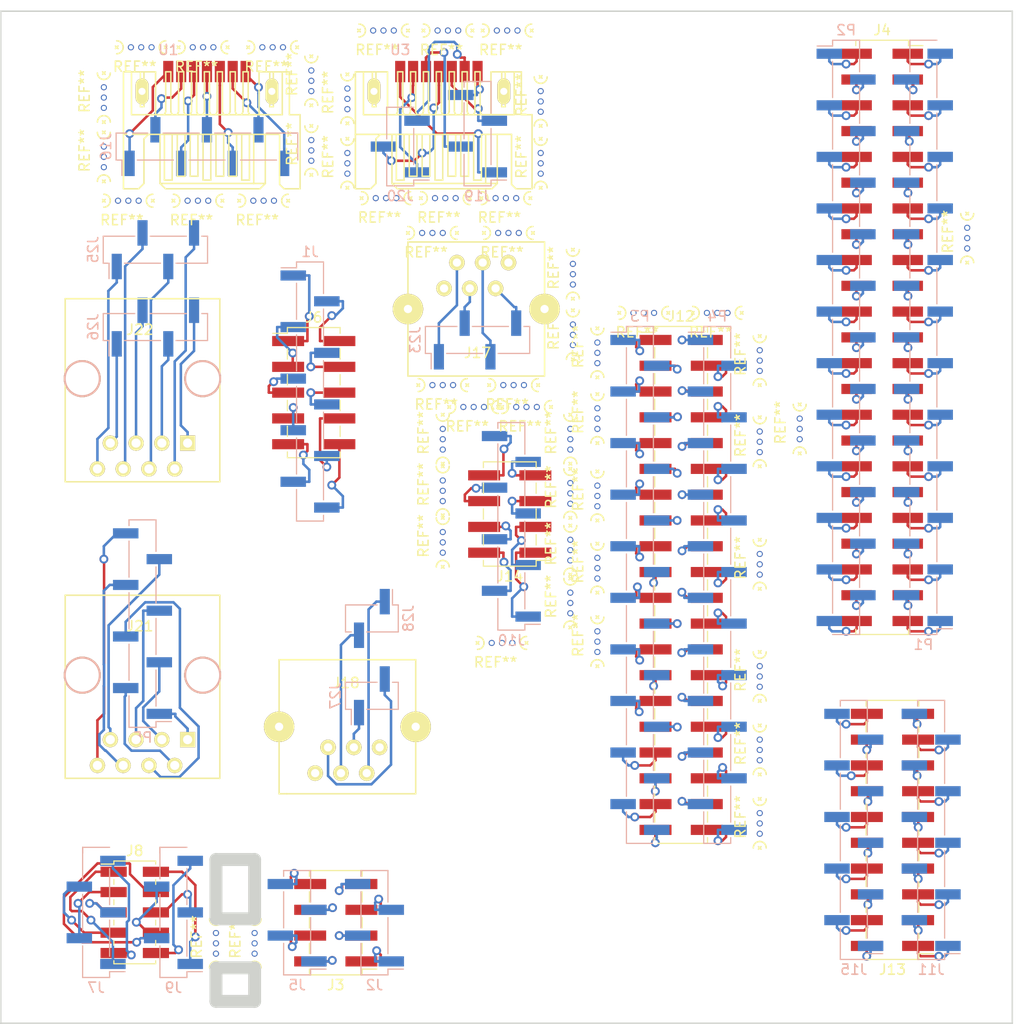
<source format=kicad_pcb>
(kicad_pcb (version 4) (host pcbnew 4.0.7-e2-6376~58~ubuntu16.04.1)
  (layers (0 F.Cu signal) (31 B.Cu signal) (34 B.Paste user) (35 F.Paste user) (36 B.SilkS user) (37 F.SilkS user) (38 B.Mask user) (39 F.Mask user) (44 Edge.Cuts user))
  (net 0 "")
  (net 1 P1_2x5_1x10_L)
  (net 2 P2_2x5_1x10_L)
  (net 3 P3_2x5_1x10_L)
  (net 4 P4_2x5_1x10_L)
  (net 5 P5_2x5_1x10_L)
  (net 6 P6_2x5_1x10_L)
  (net 7 P7_2x5_1x10_L)
  (net 8 P8_2x5_1x10_L)
  (net 9 P9_2x5_1x10_L)
  (net 10 P10_2x5_1x10_L)
  (net 11 "Net-(J2-Pad1)")
  (net 12 "Net-(J2-Pad2)")
  (net 13 "Net-(J2-Pad3)")
  (net 14 "Net-(J2-Pad4)")
  (net 15 "Net-(J3-Pad2)")
  (net 16 "Net-(J3-Pad4)")
  (net 17 "Net-(J3-Pad6)")
  (net 18 "Net-(J3-Pad8)")
  (net 19 "Net-(J4-Pad1)")
  (net 20 "Net-(J4-Pad2)")
  (net 21 "Net-(J4-Pad3)")
  (net 22 "Net-(J4-Pad4)")
  (net 23 "Net-(J4-Pad5)")
  (net 24 "Net-(J4-Pad6)")
  (net 25 "Net-(J4-Pad7)")
  (net 26 "Net-(J4-Pad8)")
  (net 27 "Net-(J4-Pad9)")
  (net 28 "Net-(J4-Pad10)")
  (net 29 "Net-(J4-Pad11)")
  (net 30 "Net-(J4-Pad12)")
  (net 31 "Net-(J4-Pad13)")
  (net 32 "Net-(J4-Pad14)")
  (net 33 "Net-(J4-Pad15)")
  (net 34 "Net-(J4-Pad16)")
  (net 35 "Net-(J4-Pad17)")
  (net 36 "Net-(J4-Pad18)")
  (net 37 "Net-(J4-Pad19)")
  (net 38 "Net-(J4-Pad20)")
  (net 39 "Net-(J4-Pad21)")
  (net 40 "Net-(J4-Pad22)")
  (net 41 "Net-(J4-Pad23)")
  (net 42 "Net-(J4-Pad24)")
  (net 43 "Net-(J4-Pad25)")
  (net 44 "Net-(J4-Pad26)")
  (net 45 "Net-(J4-Pad27)")
  (net 46 "Net-(J4-Pad28)")
  (net 47 "Net-(J4-Pad29)")
  (net 48 "Net-(J4-Pad30)")
  (net 49 "Net-(J4-Pad31)")
  (net 50 "Net-(J4-Pad32)")
  (net 51 "Net-(J4-Pad33)")
  (net 52 "Net-(J4-Pad34)")
  (net 53 "Net-(J4-Pad35)")
  (net 54 "Net-(J4-Pad36)")
  (net 55 "Net-(J4-Pad37)")
  (net 56 "Net-(J4-Pad38)")
  (net 57 "Net-(J4-Pad39)")
  (net 58 "Net-(J4-Pad40)")
  (net 59 "Net-(J4-Pad41)")
  (net 60 "Net-(J4-Pad42)")
  (net 61 "Net-(J4-Pad43)")
  (net 62 "Net-(J4-Pad44)")
  (net 63 "Net-(J4-Pad45)")
  (net 64 "Net-(J4-Pad46)")
  (net 65 "Net-(J7-Pad1)")
  (net 66 "Net-(J7-Pad2)")
  (net 67 "Net-(J7-Pad3)")
  (net 68 "Net-(J7-Pad4)")
  (net 69 "Net-(J7-Pad5)")
  (net 70 "Net-(J8-Pad2)")
  (net 71 "Net-(J8-Pad4)")
  (net 72 "Net-(J8-Pad6)")
  (net 73 "Net-(J8-Pad8)")
  (net 74 "Net-(J8-Pad10)")
  (net 75 P1_2x4_1x8_L)
  (net 76 P2_2x4_1x8_L)
  (net 77 P3_2x4_1x8_L)
  (net 78 P4_2x4_1x8_L)
  (net 79 P5_2x4_1x8_L)
  (net 80 P6_2x4_1x8_L)
  (net 81 P7_2x4_1x8_L)
  (net 82 P8_2x4_1x8_L)
  (net 83 "Net-(J11-Pad1)")
  (net 84 "Net-(J11-Pad2)")
  (net 85 "Net-(J11-Pad3)")
  (net 86 "Net-(J11-Pad4)")
  (net 87 "Net-(J11-Pad5)")
  (net 88 "Net-(J11-Pad6)")
  (net 89 "Net-(J11-Pad7)")
  (net 90 "Net-(J11-Pad8)")
  (net 91 "Net-(J11-Pad9)")
  (net 92 "Net-(J11-Pad10)")
  (net 93 "Net-(J12-Pad1)")
  (net 94 "Net-(J12-Pad2)")
  (net 95 "Net-(J12-Pad3)")
  (net 96 "Net-(J12-Pad4)")
  (net 97 "Net-(J12-Pad5)")
  (net 98 "Net-(J12-Pad6)")
  (net 99 "Net-(J12-Pad7)")
  (net 100 "Net-(J12-Pad8)")
  (net 101 "Net-(J12-Pad9)")
  (net 102 "Net-(J12-Pad10)")
  (net 103 "Net-(J12-Pad11)")
  (net 104 "Net-(J12-Pad12)")
  (net 105 "Net-(J12-Pad13)")
  (net 106 "Net-(J12-Pad14)")
  (net 107 "Net-(J12-Pad15)")
  (net 108 "Net-(J12-Pad16)")
  (net 109 "Net-(J12-Pad17)")
  (net 110 "Net-(J12-Pad18)")
  (net 111 "Net-(J12-Pad19)")
  (net 112 "Net-(J12-Pad20)")
  (net 113 "Net-(J12-Pad21)")
  (net 114 "Net-(J12-Pad22)")
  (net 115 "Net-(J12-Pad23)")
  (net 116 "Net-(J12-Pad24)")
  (net 117 "Net-(J12-Pad25)")
  (net 118 "Net-(J12-Pad26)")
  (net 119 "Net-(J12-Pad27)")
  (net 120 "Net-(J12-Pad28)")
  (net 121 "Net-(J12-Pad29)")
  (net 122 "Net-(J12-Pad30)")
  (net 123 "Net-(J12-Pad31)")
  (net 124 "Net-(J12-Pad32)")
  (net 125 "Net-(J12-Pad33)")
  (net 126 "Net-(J12-Pad34)")
  (net 127 "Net-(J12-Pad35)")
  (net 128 "Net-(J12-Pad36)")
  (net 129 "Net-(J12-Pad37)")
  (net 130 "Net-(J12-Pad38)")
  (net 131 "Net-(J12-Pad39)")
  (net 132 "Net-(J12-Pad40)")
  (net 133 "Net-(J13-Pad2)")
  (net 134 "Net-(J13-Pad4)")
  (net 135 "Net-(J13-Pad6)")
  (net 136 "Net-(J13-Pad8)")
  (net 137 "Net-(J13-Pad10)")
  (net 138 "Net-(J13-Pad12)")
  (net 139 "Net-(J13-Pad14)")
  (net 140 "Net-(J13-Pad16)")
  (net 141 "Net-(J13-Pad18)")
  (net 142 "Net-(J13-Pad20)")
  (net 143 "Net-(J16-Pad1)")
  (net 144 "Net-(J16-Pad2)")
  (net 145 "Net-(J16-Pad3)")
  (net 146 "Net-(J16-Pad4)")
  (net 147 "Net-(J16-Pad5)")
  (net 148 "Net-(J16-Pad6)")
  (net 149 "Net-(J16-Pad7)")
  (net 150 "Net-(J19-Pad1)")
  (net 151 "Net-(J19-Pad2)")
  (net 152 "Net-(J19-Pad3)")
  (net 153 "Net-(J19-Pad4)")
  (net 154 "Net-(J20-Pad1)")
  (net 155 "Net-(J20-Pad2)")
  (net 156 "Net-(J20-Pad3)")
  (net 157 "Net-(J21-Pad1)")
  (net 158 "Net-(J21-Pad2)")
  (net 159 "Net-(J21-Pad3)")
  (net 160 "Net-(J21-Pad4)")
  (net 161 "Net-(J21-Pad5)")
  (net 162 "Net-(J21-Pad6)")
  (net 163 "Net-(J21-Pad7)")
  (net 164 "Net-(J21-Pad8)")
  (net 165 "Net-(J22-Pad1)")
  (net 166 "Net-(J22-Pad2)")
  (net 167 "Net-(J22-Pad3)")
  (net 168 "Net-(J22-Pad4)")
  (net 169 "Net-(J22-Pad5)")
  (net 170 "Net-(J22-Pad6)")
  (net 171 "Net-(J22-Pad7)")
  (net 172 "Net-(J22-Pad8)")
  (net 173 "Net-(J17-Pad4)")
  (net 174 "Net-(J17-Pad2)")
  (net 175 "Net-(J17-Pad6)")
  (net 176 "Net-(J17-Pad1)")
  (net 177 "Net-(J17-Pad3)")
  (net 178 "Net-(J17-Pad5)")
  (net 179 "Net-(J17-Pad8)")
  (net 180 "Net-(J17-Pad7)")
  (net 181 "Net-(J18-Pad4)")
  (net 182 "Net-(J18-Pad2)")
  (net 183 "Net-(J18-Pad6)")
  (net 184 "Net-(J18-Pad1)")
  (net 185 "Net-(J18-Pad3)")
  (net 186 "Net-(J18-Pad5)")
  (net 187 "Net-(J18-Pad8)")
  (net 188 "Net-(J18-Pad7)")
  (module Pin_Headers:Pin_Header_Straight_1x10_Pitch2.54mm_SMD_Pin1Right (layer B.Cu) (at 218.694 107.95)
    (fp_text reference J11 (at 0 13.76) (layer B.SilkS) (effects (justify mirror)))
    (fp_text value Conn_01x10_Male_Odd)
    (pad 2 smd rect (at -1.655 8.89) (size 2.51 1) (layers B.Cu B.Paste B.Mask) (net 84 "Net-(J11-Pad2)"))
    (pad 4 smd rect (at -1.655 3.81) (size 2.51 1) (layers B.Cu B.Paste B.Mask) (net 86 "Net-(J11-Pad4)"))
    (pad 6 smd rect (at -1.655 -1.27) (size 2.51 1) (layers B.Cu B.Paste B.Mask) (net 88 "Net-(J11-Pad6)"))
    (pad 8 smd rect (at -1.655 -6.35) (size 2.51 1) (layers B.Cu B.Paste B.Mask) (net 90 "Net-(J11-Pad8)"))
    (pad 10 smd rect (at -1.655 -11.43) (size 2.51 1) (layers B.Cu B.Paste B.Mask) (net 92 "Net-(J11-Pad10)"))
    (pad 1 smd rect (at 1.655 11.43) (size 2.51 1) (layers B.Cu B.Paste B.Mask) (net 83 "Net-(J11-Pad1)"))
    (pad 3 smd rect (at 1.655 6.35) (size 2.51 1) (layers B.Cu B.Paste B.Mask) (net 85 "Net-(J11-Pad3)"))
    (pad 5 smd rect (at 1.655 1.27) (size 2.51 1) (layers B.Cu B.Paste B.Mask) (net 87 "Net-(J11-Pad5)"))
    (pad 7 smd rect (at 1.655 -3.81) (size 2.51 1) (layers B.Cu B.Paste B.Mask) (net 89 "Net-(J11-Pad7)"))
    (pad 9 smd rect (at 1.655 -8.89) (size 2.51 1) (layers B.Cu B.Paste B.Mask) (net 91 "Net-(J11-Pad9)"))
  )
  (module "CtBconnectors:mouse bite" (layer F.Cu) (at 222.25 46.228)
    (fp_text reference REF** (at -1.905 2.794 90) (layer F.SilkS))
    (fp_text value "mouse bite")
    (pad "" np_thru_hole circle (at 0 4.445) (size 0.6 0.6) (drill 0.4) (layers *.Cu *.Mask))
    (pad "" np_thru_hole circle (at 0 3.429) (size 0.6 0.6) (drill 0.4) (layers *.Cu *.Mask))
    (pad "" np_thru_hole circle (at 0 2.413) (size 0.6 0.6) (drill 0.4) (layers *.Cu *.Mask))
  )
  (module "CtBconnectors:mouse bite" (layer F.Cu) (at 157.607 30.734)
    (fp_text reference REF** (at -1.905 2.794 90) (layer F.SilkS))
    (fp_text value "mouse bite")
    (pad "" np_thru_hole circle (at 0 4.445) (size 0.6 0.6) (drill 0.4) (layers *.Cu *.Mask))
    (pad "" np_thru_hole circle (at 0 3.429) (size 0.6 0.6) (drill 0.4) (layers *.Cu *.Mask))
    (pad "" np_thru_hole circle (at 0 2.413) (size 0.6 0.6) (drill 0.4) (layers *.Cu *.Mask))
  )
  (module Connect:RJ45_8 (layer F.Cu) (at 140.97 92.71 180)
    (fp_text reference J21 (at 0.254 4.826 180) (layer F.SilkS))
    (fp_text value RJ45_8)
    (pad Hole np_thru_hole circle (at 5.93852 0 180) (size 3.64998 3.64998) (drill 3.2512) (layers *.Cu *.SilkS *.Mask))
    (pad Hole np_thru_hole circle (at -5.9309 0 180) (size 3.64998 3.64998) (drill 3.2512) (layers *.Cu *.SilkS *.Mask))
    (pad 1 thru_hole rect (at -4.445 -6.35 180) (size 1.50114 1.50114) (drill 0.89916) (layers *.Cu *.Mask F.SilkS) (net 157 "Net-(J21-Pad1)"))
    (pad 2 thru_hole circle (at -3.175 -8.89 180) (size 1.50114 1.50114) (drill 0.89916) (layers *.Cu *.Mask F.SilkS) (net 158 "Net-(J21-Pad2)"))
    (pad 3 thru_hole circle (at -1.905 -6.35 180) (size 1.50114 1.50114) (drill 0.89916) (layers *.Cu *.Mask F.SilkS) (net 159 "Net-(J21-Pad3)"))
    (pad 4 thru_hole circle (at -0.635 -8.89 180) (size 1.50114 1.50114) (drill 0.89916) (layers *.Cu *.Mask F.SilkS) (net 160 "Net-(J21-Pad4)"))
    (pad 5 thru_hole circle (at 0.635 -6.35 180) (size 1.50114 1.50114) (drill 0.89916) (layers *.Cu *.Mask F.SilkS) (net 161 "Net-(J21-Pad5)"))
    (pad 6 thru_hole circle (at 1.905 -8.89 180) (size 1.50114 1.50114) (drill 0.89916) (layers *.Cu *.Mask F.SilkS) (net 162 "Net-(J21-Pad6)"))
    (pad 7 thru_hole circle (at 3.175 -6.35 180) (size 1.50114 1.50114) (drill 0.89916) (layers *.Cu *.Mask F.SilkS) (net 163 "Net-(J21-Pad7)"))
    (pad 8 thru_hole circle (at 4.445 -8.89 180) (size 1.50114 1.50114) (drill 0.89916) (layers *.Cu *.Mask F.SilkS) (net 164 "Net-(J21-Pad8)"))
  )
  (module Connect:RJ45_8 (layer F.Cu) (at 140.97 63.5 180)
    (fp_text reference J22 (at 0.254 4.826 180) (layer F.SilkS))
    (fp_text value RJ45_8)
    (pad Hole np_thru_hole circle (at 5.93852 0 180) (size 3.64998 3.64998) (drill 3.2512) (layers *.Cu *.SilkS *.Mask))
    (pad Hole np_thru_hole circle (at -5.9309 0 180) (size 3.64998 3.64998) (drill 3.2512) (layers *.Cu *.SilkS *.Mask))
    (pad 1 thru_hole rect (at -4.445 -6.35 180) (size 1.50114 1.50114) (drill 0.89916) (layers *.Cu *.Mask F.SilkS) (net 165 "Net-(J22-Pad1)"))
    (pad 2 thru_hole circle (at -3.175 -8.89 180) (size 1.50114 1.50114) (drill 0.89916) (layers *.Cu *.Mask F.SilkS) (net 166 "Net-(J22-Pad2)"))
    (pad 3 thru_hole circle (at -1.905 -6.35 180) (size 1.50114 1.50114) (drill 0.89916) (layers *.Cu *.Mask F.SilkS) (net 167 "Net-(J22-Pad3)"))
    (pad 4 thru_hole circle (at -0.635 -8.89 180) (size 1.50114 1.50114) (drill 0.89916) (layers *.Cu *.Mask F.SilkS) (net 168 "Net-(J22-Pad4)"))
    (pad 5 thru_hole circle (at 0.635 -6.35 180) (size 1.50114 1.50114) (drill 0.89916) (layers *.Cu *.Mask F.SilkS) (net 169 "Net-(J22-Pad5)"))
    (pad 6 thru_hole circle (at 1.905 -8.89 180) (size 1.50114 1.50114) (drill 0.89916) (layers *.Cu *.Mask F.SilkS) (net 170 "Net-(J22-Pad6)"))
    (pad 7 thru_hole circle (at 3.175 -6.35 180) (size 1.50114 1.50114) (drill 0.89916) (layers *.Cu *.Mask F.SilkS) (net 171 "Net-(J22-Pad7)"))
    (pad 8 thru_hole circle (at 4.445 -8.89 180) (size 1.50114 1.50114) (drill 0.89916) (layers *.Cu *.Mask F.SilkS) (net 172 "Net-(J22-Pad8)"))
  )
  (module Connect:RJ12_E (layer F.Cu) (at 173.99 60.96)
    (fp_text reference J17 (at 0 0) (layer F.SilkS))
    (fp_text value RJ12)
    (pad 4 thru_hole circle (at 0.508 -8.89) (size 1.524 1.524) (drill 0.8128) (layers *.Cu *.Mask F.SilkS) (net 173 "Net-(J17-Pad4)"))
    (pad 2 thru_hole circle (at -2.032 -8.89) (size 1.524 1.524) (drill 0.8128) (layers *.Cu *.Mask F.SilkS) (net 174 "Net-(J17-Pad2)"))
    (pad 6 thru_hole circle (at 3.048 -8.89) (size 1.524 1.524) (drill 0.8128) (layers *.Cu *.Mask F.SilkS) (net 175 "Net-(J17-Pad6)"))
    (pad 1 thru_hole circle (at -3.302 -6.35) (size 1.524 1.524) (drill 0.8128) (layers *.Cu *.Mask F.SilkS) (net 176 "Net-(J17-Pad1)"))
    (pad 3 thru_hole circle (at -0.762 -6.35) (size 1.524 1.524) (drill 0.8128) (layers *.Cu *.Mask F.SilkS) (net 177 "Net-(J17-Pad3)"))
    (pad 5 thru_hole circle (at 1.778 -6.35) (size 1.524 1.524) (drill 0.8128) (layers *.Cu *.Mask F.SilkS) (net 178 "Net-(J17-Pad5)"))
    (pad 8 thru_hole circle (at 6.604 -4.318) (size 2.99974 2.99974) (drill 0.8128) (layers *.Cu *.Mask F.SilkS) (net 179 "Net-(J17-Pad8)"))
    (pad 7 thru_hole circle (at -6.858 -4.318) (size 2.99974 2.99974) (drill 0.8128) (layers *.Cu *.Mask F.SilkS) (net 180 "Net-(J17-Pad7)"))
  )
  (module Connect:RJ12_E (layer F.Cu) (at 161.036 93.472 180)
    (fp_text reference J18 (at 0 0 180) (layer F.SilkS))
    (fp_text value RJ12)
    (pad 4 thru_hole circle (at 0.508 -8.89 180) (size 1.524 1.524) (drill 0.8128) (layers *.Cu *.Mask F.SilkS) (net 181 "Net-(J18-Pad4)"))
    (pad 2 thru_hole circle (at -2.032 -8.89 180) (size 1.524 1.524) (drill 0.8128) (layers *.Cu *.Mask F.SilkS) (net 182 "Net-(J18-Pad2)"))
    (pad 6 thru_hole circle (at 3.048 -8.89 180) (size 1.524 1.524) (drill 0.8128) (layers *.Cu *.Mask F.SilkS) (net 183 "Net-(J18-Pad6)"))
    (pad 1 thru_hole circle (at -3.302 -6.35 180) (size 1.524 1.524) (drill 0.8128) (layers *.Cu *.Mask F.SilkS) (net 184 "Net-(J18-Pad1)"))
    (pad 3 thru_hole circle (at -0.762 -6.35 180) (size 1.524 1.524) (drill 0.8128) (layers *.Cu *.Mask F.SilkS) (net 185 "Net-(J18-Pad3)"))
    (pad 5 thru_hole circle (at 1.778 -6.35 180) (size 1.524 1.524) (drill 0.8128) (layers *.Cu *.Mask F.SilkS) (net 186 "Net-(J18-Pad5)"))
    (pad 8 thru_hole circle (at 6.604 -4.318 180) (size 2.99974 2.99974) (drill 0.8128) (layers *.Cu *.Mask F.SilkS) (net 187 "Net-(J18-Pad8)"))
    (pad 7 thru_hole circle (at -6.858 -4.318 180) (size 2.99974 2.99974) (drill 0.8128) (layers *.Cu *.Mask F.SilkS) (net 188 "Net-(J18-Pad7)"))
  )
  (module Connect:SATA-7_SMD (layer F.Cu) (at 147.32 44.45)
    (fp_text reference U1 (at -3.81 -13.335) (layer B.SilkS))
    (fp_text value SATA_data)
    (pad 1 smd rect (at -3.81 -11.19886) (size 0.99822 2.09804) (layers F.Cu F.Paste F.Mask) (net 143 "Net-(J16-Pad1)"))
    (pad 2 smd rect (at -2.54 -11.19886) (size 0.99822 2.09804) (layers F.Cu F.Paste F.Mask) (net 144 "Net-(J16-Pad2)"))
    (pad 3 smd rect (at -1.27 -11.19886) (size 0.99822 2.09804) (layers F.Cu F.Paste F.Mask) (net 145 "Net-(J16-Pad3)"))
    (pad 4 smd rect (at 0 -11.19886) (size 0.99822 2.09804) (layers F.Cu F.Paste F.Mask) (net 146 "Net-(J16-Pad4)"))
    (pad 5 smd rect (at 1.27 -11.19886) (size 0.99822 2.09804) (layers F.Cu F.Paste F.Mask) (net 147 "Net-(J16-Pad5)"))
    (pad 6 smd rect (at 2.54 -11.19886) (size 0.99822 2.09804) (layers F.Cu F.Paste F.Mask) (net 148 "Net-(J16-Pad6)"))
    (pad 7 smd rect (at 3.81 -11.19886) (size 0.99822 2.09804) (layers F.Cu F.Paste F.Mask) (net 149 "Net-(J16-Pad7)"))
    (pad M1 thru_hole oval (at -6.39826 -9.24814) (size 1.27 2.54) (drill 0.6985) (layers *.Cu F.Paste F.SilkS F.Mask))
    (pad M2 thru_hole oval (at 6.39826 -9.24814) (size 1.27 2.54) (drill 0.6985) (layers *.Cu F.Paste F.SilkS F.Mask))
  )
  (module Connect:SATA-7_SMD (layer F.Cu) (at 170.18 44.45)
    (fp_text reference U3 (at -3.81 -13.335) (layer B.SilkS))
    (fp_text value SATA_data)
    (pad 1 smd rect (at -3.81 -11.19886) (size 0.99822 2.09804) (layers F.Cu F.Paste F.Mask) (net 150 "Net-(J19-Pad1)"))
    (pad 2 smd rect (at -2.54 -11.19886) (size 0.99822 2.09804) (layers F.Cu F.Paste F.Mask) (net 154 "Net-(J20-Pad1)"))
    (pad 3 smd rect (at -1.27 -11.19886) (size 0.99822 2.09804) (layers F.Cu F.Paste F.Mask) (net 151 "Net-(J19-Pad2)"))
    (pad 4 smd rect (at 0 -11.19886) (size 0.99822 2.09804) (layers F.Cu F.Paste F.Mask) (net 155 "Net-(J20-Pad2)"))
    (pad 5 smd rect (at 1.27 -11.19886) (size 0.99822 2.09804) (layers F.Cu F.Paste F.Mask) (net 152 "Net-(J19-Pad3)"))
    (pad 6 smd rect (at 2.54 -11.19886) (size 0.99822 2.09804) (layers F.Cu F.Paste F.Mask) (net 156 "Net-(J20-Pad3)"))
    (pad 7 smd rect (at 3.81 -11.19886) (size 0.99822 2.09804) (layers F.Cu F.Paste F.Mask) (net 153 "Net-(J19-Pad4)"))
    (pad M1 thru_hole oval (at -6.39826 -9.24814) (size 1.27 2.54) (drill 0.6985) (layers *.Cu F.Paste F.SilkS F.Mask))
    (pad M2 thru_hole oval (at 6.39826 -9.24814) (size 1.27 2.54) (drill 0.6985) (layers *.Cu F.Paste F.SilkS F.Mask))
  )
  (module "CtBconnectors:mouse bite" (layer F.Cu) (at 194.183 57.023 90)
    (fp_text reference REF** (at -1.905 2.794 180) (layer F.SilkS))
    (fp_text value "mouse bite")
    (pad "" np_thru_hole circle (at 0 4.445 90) (size 0.6 0.6) (drill 0.4) (layers *.Cu *.Mask))
    (pad "" np_thru_hole circle (at 0 3.429 90) (size 0.6 0.6) (drill 0.4) (layers *.Cu *.Mask))
    (pad "" np_thru_hole circle (at 0 2.413 90) (size 0.6 0.6) (drill 0.4) (layers *.Cu *.Mask))
  )
  (module "CtBconnectors:mouse bite" (layer F.Cu) (at 183.388 49.784)
    (fp_text reference REF** (at -1.905 2.794 90) (layer F.SilkS))
    (fp_text value "mouse bite")
    (pad "" np_thru_hole circle (at 0 4.445) (size 0.6 0.6) (drill 0.4) (layers *.Cu *.Mask))
    (pad "" np_thru_hole circle (at 0 3.429) (size 0.6 0.6) (drill 0.4) (layers *.Cu *.Mask))
    (pad "" np_thru_hole circle (at 0 2.413) (size 0.6 0.6) (drill 0.4) (layers *.Cu *.Mask))
  )
  (module "CtBconnectors:mouse bite" (layer F.Cu) (at 183.134 76.962)
    (fp_text reference REF** (at -1.905 2.794 90) (layer F.SilkS))
    (fp_text value "mouse bite")
    (pad "" np_thru_hole circle (at 0 4.445) (size 0.6 0.6) (drill 0.4) (layers *.Cu *.Mask))
    (pad "" np_thru_hole circle (at 0 3.429) (size 0.6 0.6) (drill 0.4) (layers *.Cu *.Mask))
    (pad "" np_thru_hole circle (at 0 2.413) (size 0.6 0.6) (drill 0.4) (layers *.Cu *.Mask))
  )
  (module Pin_Headers:Pin_Header_Straight_1x10_Pitch2.54mm_SMD_Pin1Right (layer B.Cu) (at 157.48 64.77 180)
    (fp_text reference J1 (at 0 13.76 180) (layer B.SilkS) (effects (justify mirror)))
    (fp_text value Conn_01x10_Male)
    (pad 2 smd rect (at -1.655 8.89 180) (size 2.51 1) (layers B.Cu B.Paste B.Mask) (net 2 P2_2x5_1x10_L))
    (pad 4 smd rect (at -1.655 3.81 180) (size 2.51 1) (layers B.Cu B.Paste B.Mask) (net 4 P4_2x5_1x10_L))
    (pad 6 smd rect (at -1.655 -1.27 180) (size 2.51 1) (layers B.Cu B.Paste B.Mask) (net 6 P6_2x5_1x10_L))
    (pad 8 smd rect (at -1.655 -6.35 180) (size 2.51 1) (layers B.Cu B.Paste B.Mask) (net 8 P8_2x5_1x10_L))
    (pad 10 smd rect (at -1.655 -11.43 180) (size 2.51 1) (layers B.Cu B.Paste B.Mask) (net 10 P10_2x5_1x10_L))
    (pad 1 smd rect (at 1.655 11.43 180) (size 2.51 1) (layers B.Cu B.Paste B.Mask) (net 1 P1_2x5_1x10_L))
    (pad 3 smd rect (at 1.655 6.35 180) (size 2.51 1) (layers B.Cu B.Paste B.Mask) (net 3 P3_2x5_1x10_L))
    (pad 5 smd rect (at 1.655 1.27 180) (size 2.51 1) (layers B.Cu B.Paste B.Mask) (net 5 P5_2x5_1x10_L))
    (pad 7 smd rect (at 1.655 -3.81 180) (size 2.51 1) (layers B.Cu B.Paste B.Mask) (net 7 P7_2x5_1x10_L))
    (pad 9 smd rect (at 1.655 -8.89 180) (size 2.51 1) (layers B.Cu B.Paste B.Mask) (net 9 P9_2x5_1x10_L))
  )
  (module Pin_Headers:Pin_Header_Straight_1x04_Pitch2.54mm_SMD_Pin1Right (layer B.Cu) (at 163.83 117.094)
    (fp_text reference J2 (at 0 6.14) (layer B.SilkS) (effects (justify mirror)))
    (fp_text value Conn_01x04_Male_Odd)
    (pad 2 smd rect (at -1.655 1.27) (size 2.51 1) (layers B.Cu B.Paste B.Mask) (net 12 "Net-(J2-Pad2)"))
    (pad 4 smd rect (at -1.655 -3.81) (size 2.51 1) (layers B.Cu B.Paste B.Mask) (net 14 "Net-(J2-Pad4)"))
    (pad 1 smd rect (at 1.655 3.81) (size 2.51 1) (layers B.Cu B.Paste B.Mask) (net 11 "Net-(J2-Pad1)"))
    (pad 3 smd rect (at 1.655 -1.27) (size 2.51 1) (layers B.Cu B.Paste B.Mask) (net 13 "Net-(J2-Pad3)"))
  )
  (module Pin_Headers:Pin_Header_Straight_2x04_Pitch2.54mm_SMD (layer F.Cu) (at 160.02 117.094 180)
    (fp_text reference J3 (at 0 -6.14 180) (layer F.SilkS))
    (fp_text value Conn_02x04_Odd_Even)
    (pad 1 smd rect (at -2.525 -3.81 180) (size 3.15 1) (layers F.Cu F.Paste F.Mask) (net 11 "Net-(J2-Pad1)"))
    (pad 2 smd rect (at 2.525 -3.81 180) (size 3.15 1) (layers F.Cu F.Paste F.Mask) (net 15 "Net-(J3-Pad2)"))
    (pad 3 smd rect (at -2.525 -1.27 180) (size 3.15 1) (layers F.Cu F.Paste F.Mask) (net 12 "Net-(J2-Pad2)"))
    (pad 4 smd rect (at 2.525 -1.27 180) (size 3.15 1) (layers F.Cu F.Paste F.Mask) (net 16 "Net-(J3-Pad4)"))
    (pad 5 smd rect (at -2.525 1.27 180) (size 3.15 1) (layers F.Cu F.Paste F.Mask) (net 13 "Net-(J2-Pad3)"))
    (pad 6 smd rect (at 2.525 1.27 180) (size 3.15 1) (layers F.Cu F.Paste F.Mask) (net 17 "Net-(J3-Pad6)"))
    (pad 7 smd rect (at -2.525 3.81 180) (size 3.15 1) (layers F.Cu F.Paste F.Mask) (net 14 "Net-(J2-Pad4)"))
    (pad 8 smd rect (at 2.525 3.81 180) (size 3.15 1) (layers F.Cu F.Paste F.Mask) (net 18 "Net-(J3-Pad8)"))
  )
  (module Pin_Headers:Pin_Header_Straight_1x04_Pitch2.54mm_SMD_Pin1Right (layer B.Cu) (at 156.21 117.094)
    (fp_text reference J5 (at 0 6.14) (layer B.SilkS) (effects (justify mirror)))
    (fp_text value Conn_01x04_Male_Even)
    (pad 2 smd rect (at -1.655 1.27) (size 2.51 1) (layers B.Cu B.Paste B.Mask) (net 16 "Net-(J3-Pad4)"))
    (pad 4 smd rect (at -1.655 -3.81) (size 2.51 1) (layers B.Cu B.Paste B.Mask) (net 18 "Net-(J3-Pad8)"))
    (pad 1 smd rect (at 1.655 3.81) (size 2.51 1) (layers B.Cu B.Paste B.Mask) (net 15 "Net-(J3-Pad2)"))
    (pad 3 smd rect (at 1.655 -1.27) (size 2.51 1) (layers B.Cu B.Paste B.Mask) (net 17 "Net-(J3-Pad6)"))
  )
  (module Pin_Headers:Pin_Header_Straight_2x05_Pitch2.54mm_SMD (layer F.Cu) (at 157.847 64.879)
    (fp_text reference J6 (at 0 -7.41) (layer F.SilkS))
    (fp_text value Conn_02x05_Odd_Even)
    (pad 1 smd rect (at -2.525 -5.08) (size 3.15 1) (layers F.Cu F.Paste F.Mask) (net 1 P1_2x5_1x10_L))
    (pad 2 smd rect (at 2.525 -5.08) (size 3.15 1) (layers F.Cu F.Paste F.Mask) (net 2 P2_2x5_1x10_L))
    (pad 3 smd rect (at -2.525 -2.54) (size 3.15 1) (layers F.Cu F.Paste F.Mask) (net 3 P3_2x5_1x10_L))
    (pad 4 smd rect (at 2.525 -2.54) (size 3.15 1) (layers F.Cu F.Paste F.Mask) (net 4 P4_2x5_1x10_L))
    (pad 5 smd rect (at -2.525 0) (size 3.15 1) (layers F.Cu F.Paste F.Mask) (net 5 P5_2x5_1x10_L))
    (pad 6 smd rect (at 2.525 0) (size 3.15 1) (layers F.Cu F.Paste F.Mask) (net 6 P6_2x5_1x10_L))
    (pad 7 smd rect (at -2.525 2.54) (size 3.15 1) (layers F.Cu F.Paste F.Mask) (net 7 P7_2x5_1x10_L))
    (pad 8 smd rect (at 2.525 2.54) (size 3.15 1) (layers F.Cu F.Paste F.Mask) (net 8 P8_2x5_1x10_L))
    (pad 9 smd rect (at -2.525 5.08) (size 3.15 1) (layers F.Cu F.Paste F.Mask) (net 9 P9_2x5_1x10_L))
    (pad 10 smd rect (at 2.525 5.08) (size 3.15 1) (layers F.Cu F.Paste F.Mask) (net 10 P10_2x5_1x10_L))
  )
  (module Pin_Headers:Pin_Header_Straight_1x05_Pitch2.54mm_SMD_Pin1Right (layer B.Cu) (at 136.398 116.078)
    (fp_text reference J7 (at 0 7.41) (layer B.SilkS) (effects (justify mirror)))
    (fp_text value Conn_01x05_Male_Odd)
    (pad 2 smd rect (at -1.655 2.54) (size 2.51 1) (layers B.Cu B.Paste B.Mask) (net 66 "Net-(J7-Pad2)"))
    (pad 4 smd rect (at -1.655 -2.54) (size 2.51 1) (layers B.Cu B.Paste B.Mask) (net 68 "Net-(J7-Pad4)"))
    (pad 1 smd rect (at 1.655 5.08) (size 2.51 1) (layers B.Cu B.Paste B.Mask) (net 65 "Net-(J7-Pad1)"))
    (pad 3 smd rect (at 1.655 0) (size 2.51 1) (layers B.Cu B.Paste B.Mask) (net 67 "Net-(J7-Pad3)"))
    (pad 5 smd rect (at 1.655 -5.08) (size 2.51 1) (layers B.Cu B.Paste B.Mask) (net 69 "Net-(J7-Pad5)"))
  )
  (module Pin_Headers:Pin_Header_Straight_1x05_Pitch2.54mm_SMD_Pin1Right (layer B.Cu) (at 144.018 116.078)
    (fp_text reference J9 (at 0 7.41) (layer B.SilkS) (effects (justify mirror)))
    (fp_text value Conn_01x05_Male_Even)
    (pad 2 smd rect (at -1.655 2.54) (size 2.51 1) (layers B.Cu B.Paste B.Mask) (net 71 "Net-(J8-Pad4)"))
    (pad 4 smd rect (at -1.655 -2.54) (size 2.51 1) (layers B.Cu B.Paste B.Mask) (net 73 "Net-(J8-Pad8)"))
    (pad 1 smd rect (at 1.655 5.08) (size 2.51 1) (layers B.Cu B.Paste B.Mask) (net 70 "Net-(J8-Pad2)"))
    (pad 3 smd rect (at 1.655 0) (size 2.51 1) (layers B.Cu B.Paste B.Mask) (net 72 "Net-(J8-Pad6)"))
    (pad 5 smd rect (at 1.655 -5.08) (size 2.51 1) (layers B.Cu B.Paste B.Mask) (net 74 "Net-(J8-Pad10)"))
  )
  (module Pin_Headers:Pin_Header_Straight_1x08_Pitch2.54mm_SMD_Pin1Right (layer B.Cu) (at 177.323 78.05)
    (fp_text reference J10 (at 0 11.22) (layer B.SilkS) (effects (justify mirror)))
    (fp_text value Conn_01x08_Male)
    (pad 2 smd rect (at -1.655 6.35) (size 2.51 1) (layers B.Cu B.Paste B.Mask) (net 76 P2_2x4_1x8_L))
    (pad 4 smd rect (at -1.655 1.27) (size 2.51 1) (layers B.Cu B.Paste B.Mask) (net 78 P4_2x4_1x8_L))
    (pad 6 smd rect (at -1.655 -3.81) (size 2.51 1) (layers B.Cu B.Paste B.Mask) (net 80 P6_2x4_1x8_L))
    (pad 8 smd rect (at -1.655 -8.89) (size 2.51 1) (layers B.Cu B.Paste B.Mask) (net 82 P8_2x4_1x8_L))
    (pad 1 smd rect (at 1.655 8.89) (size 2.51 1) (layers B.Cu B.Paste B.Mask) (net 75 P1_2x4_1x8_L))
    (pad 3 smd rect (at 1.655 3.81) (size 2.51 1) (layers B.Cu B.Paste B.Mask) (net 77 P3_2x4_1x8_L))
    (pad 5 smd rect (at 1.655 -1.27) (size 2.51 1) (layers B.Cu B.Paste B.Mask) (net 79 P5_2x4_1x8_L))
    (pad 7 smd rect (at 1.655 -6.35) (size 2.51 1) (layers B.Cu B.Paste B.Mask) (net 81 P7_2x4_1x8_L))
  )
  (module Pin_Headers:Pin_Header_Straight_2x10_Pitch2.54mm_SMD (layer F.Cu) (at 214.884 107.95 180)
    (fp_text reference J13 (at 0 -13.76 180) (layer F.SilkS))
    (fp_text value Conn_02x10_Odd_Even)
    (pad 1 smd rect (at -2.525 -11.43 180) (size 3.15 1) (layers F.Cu F.Paste F.Mask) (net 83 "Net-(J11-Pad1)"))
    (pad 2 smd rect (at 2.525 -11.43 180) (size 3.15 1) (layers F.Cu F.Paste F.Mask) (net 133 "Net-(J13-Pad2)"))
    (pad 3 smd rect (at -2.525 -8.89 180) (size 3.15 1) (layers F.Cu F.Paste F.Mask) (net 84 "Net-(J11-Pad2)"))
    (pad 4 smd rect (at 2.525 -8.89 180) (size 3.15 1) (layers F.Cu F.Paste F.Mask) (net 134 "Net-(J13-Pad4)"))
    (pad 5 smd rect (at -2.525 -6.35 180) (size 3.15 1) (layers F.Cu F.Paste F.Mask) (net 85 "Net-(J11-Pad3)"))
    (pad 6 smd rect (at 2.525 -6.35 180) (size 3.15 1) (layers F.Cu F.Paste F.Mask) (net 135 "Net-(J13-Pad6)"))
    (pad 7 smd rect (at -2.525 -3.81 180) (size 3.15 1) (layers F.Cu F.Paste F.Mask) (net 86 "Net-(J11-Pad4)"))
    (pad 8 smd rect (at 2.525 -3.81 180) (size 3.15 1) (layers F.Cu F.Paste F.Mask) (net 136 "Net-(J13-Pad8)"))
    (pad 9 smd rect (at -2.525 -1.27 180) (size 3.15 1) (layers F.Cu F.Paste F.Mask) (net 87 "Net-(J11-Pad5)"))
    (pad 10 smd rect (at 2.525 -1.27 180) (size 3.15 1) (layers F.Cu F.Paste F.Mask) (net 137 "Net-(J13-Pad10)"))
    (pad 11 smd rect (at -2.525 1.27 180) (size 3.15 1) (layers F.Cu F.Paste F.Mask) (net 88 "Net-(J11-Pad6)"))
    (pad 12 smd rect (at 2.525 1.27 180) (size 3.15 1) (layers F.Cu F.Paste F.Mask) (net 138 "Net-(J13-Pad12)"))
    (pad 13 smd rect (at -2.525 3.81 180) (size 3.15 1) (layers F.Cu F.Paste F.Mask) (net 89 "Net-(J11-Pad7)"))
    (pad 14 smd rect (at 2.525 3.81 180) (size 3.15 1) (layers F.Cu F.Paste F.Mask) (net 139 "Net-(J13-Pad14)"))
    (pad 15 smd rect (at -2.525 6.35 180) (size 3.15 1) (layers F.Cu F.Paste F.Mask) (net 90 "Net-(J11-Pad8)"))
    (pad 16 smd rect (at 2.525 6.35 180) (size 3.15 1) (layers F.Cu F.Paste F.Mask) (net 140 "Net-(J13-Pad16)"))
    (pad 17 smd rect (at -2.525 8.89 180) (size 3.15 1) (layers F.Cu F.Paste F.Mask) (net 91 "Net-(J11-Pad9)"))
    (pad 18 smd rect (at 2.525 8.89 180) (size 3.15 1) (layers F.Cu F.Paste F.Mask) (net 141 "Net-(J13-Pad18)"))
    (pad 19 smd rect (at -2.525 11.43 180) (size 3.15 1) (layers F.Cu F.Paste F.Mask) (net 92 "Net-(J11-Pad10)"))
    (pad 20 smd rect (at 2.525 11.43 180) (size 3.15 1) (layers F.Cu F.Paste F.Mask) (net 142 "Net-(J13-Pad20)"))
  )
  (module Pin_Headers:Pin_Header_Straight_2x04_Pitch2.54mm_SMD (layer F.Cu) (at 177.165 76.835 180)
    (fp_text reference J14 (at 0 -6.14 180) (layer F.SilkS))
    (fp_text value Conn_02x04_Odd_Even)
    (pad 1 smd rect (at -2.525 -3.81 180) (size 3.15 1) (layers F.Cu F.Paste F.Mask) (net 75 P1_2x4_1x8_L))
    (pad 2 smd rect (at 2.525 -3.81 180) (size 3.15 1) (layers F.Cu F.Paste F.Mask) (net 76 P2_2x4_1x8_L))
    (pad 3 smd rect (at -2.525 -1.27 180) (size 3.15 1) (layers F.Cu F.Paste F.Mask) (net 77 P3_2x4_1x8_L))
    (pad 4 smd rect (at 2.525 -1.27 180) (size 3.15 1) (layers F.Cu F.Paste F.Mask) (net 78 P4_2x4_1x8_L))
    (pad 5 smd rect (at -2.525 1.27 180) (size 3.15 1) (layers F.Cu F.Paste F.Mask) (net 79 P5_2x4_1x8_L))
    (pad 6 smd rect (at 2.525 1.27 180) (size 3.15 1) (layers F.Cu F.Paste F.Mask) (net 80 P6_2x4_1x8_L))
    (pad 7 smd rect (at -2.525 3.81 180) (size 3.15 1) (layers F.Cu F.Paste F.Mask) (net 81 P7_2x4_1x8_L))
    (pad 8 smd rect (at 2.525 3.81 180) (size 3.15 1) (layers F.Cu F.Paste F.Mask) (net 82 P8_2x4_1x8_L))
  )
  (module Pin_Headers:Pin_Header_Straight_1x10_Pitch2.54mm_SMD_Pin1Right (layer B.Cu) (at 211.074 107.95)
    (fp_text reference J15 (at 0 13.76) (layer B.SilkS) (effects (justify mirror)))
    (fp_text value Conn_01x10_Male_Even)
    (pad 2 smd rect (at -1.655 8.89) (size 2.51 1) (layers B.Cu B.Paste B.Mask) (net 134 "Net-(J13-Pad4)"))
    (pad 4 smd rect (at -1.655 3.81) (size 2.51 1) (layers B.Cu B.Paste B.Mask) (net 136 "Net-(J13-Pad8)"))
    (pad 6 smd rect (at -1.655 -1.27) (size 2.51 1) (layers B.Cu B.Paste B.Mask) (net 138 "Net-(J13-Pad12)"))
    (pad 8 smd rect (at -1.655 -6.35) (size 2.51 1) (layers B.Cu B.Paste B.Mask) (net 140 "Net-(J13-Pad16)"))
    (pad 10 smd rect (at -1.655 -11.43) (size 2.51 1) (layers B.Cu B.Paste B.Mask) (net 142 "Net-(J13-Pad20)"))
    (pad 1 smd rect (at 1.655 11.43) (size 2.51 1) (layers B.Cu B.Paste B.Mask) (net 133 "Net-(J13-Pad2)"))
    (pad 3 smd rect (at 1.655 6.35) (size 2.51 1) (layers B.Cu B.Paste B.Mask) (net 135 "Net-(J13-Pad6)"))
    (pad 5 smd rect (at 1.655 1.27) (size 2.51 1) (layers B.Cu B.Paste B.Mask) (net 137 "Net-(J13-Pad10)"))
    (pad 7 smd rect (at 1.655 -3.81) (size 2.51 1) (layers B.Cu B.Paste B.Mask) (net 139 "Net-(J13-Pad14)"))
    (pad 9 smd rect (at 1.655 -8.89) (size 2.51 1) (layers B.Cu B.Paste B.Mask) (net 141 "Net-(J13-Pad18)"))
  )
  (module Pin_Headers:Pin_Header_Straight_1x07_Pitch2.54mm_SMD_Pin1Right (layer B.Cu) (at 147.32 40.64 270)
    (fp_text reference J16 (at 0 9.95 270) (layer B.SilkS) (effects (justify mirror)))
    (fp_text value Conn_01x07_Male)
    (pad 2 smd rect (at -1.655 5.08 270) (size 2.51 1) (layers B.Cu B.Paste B.Mask) (net 144 "Net-(J16-Pad2)"))
    (pad 4 smd rect (at -1.655 0 270) (size 2.51 1) (layers B.Cu B.Paste B.Mask) (net 146 "Net-(J16-Pad4)"))
    (pad 6 smd rect (at -1.655 -5.08 270) (size 2.51 1) (layers B.Cu B.Paste B.Mask) (net 148 "Net-(J16-Pad6)"))
    (pad 1 smd rect (at 1.655 7.62 270) (size 2.51 1) (layers B.Cu B.Paste B.Mask) (net 143 "Net-(J16-Pad1)"))
    (pad 3 smd rect (at 1.655 2.54 270) (size 2.51 1) (layers B.Cu B.Paste B.Mask) (net 145 "Net-(J16-Pad3)"))
    (pad 5 smd rect (at 1.655 -2.54 270) (size 2.51 1) (layers B.Cu B.Paste B.Mask) (net 147 "Net-(J16-Pad5)"))
    (pad 7 smd rect (at 1.655 -7.62 270) (size 2.51 1) (layers B.Cu B.Paste B.Mask) (net 149 "Net-(J16-Pad7)"))
  )
  (module Pin_Headers:Pin_Header_Straight_1x04_Pitch2.54mm_SMD_Pin1Right (layer B.Cu) (at 173.99 39.37)
    (fp_text reference J19 (at 0 6.14) (layer B.SilkS) (effects (justify mirror)))
    (fp_text value Conn_01x04_Male_Odd)
    (pad 2 smd rect (at -1.655 1.27) (size 2.51 1) (layers B.Cu B.Paste B.Mask) (net 151 "Net-(J19-Pad2)"))
    (pad 4 smd rect (at -1.655 -3.81) (size 2.51 1) (layers B.Cu B.Paste B.Mask) (net 153 "Net-(J19-Pad4)"))
    (pad 1 smd rect (at 1.655 3.81) (size 2.51 1) (layers B.Cu B.Paste B.Mask) (net 150 "Net-(J19-Pad1)"))
    (pad 3 smd rect (at 1.655 -1.27) (size 2.51 1) (layers B.Cu B.Paste B.Mask) (net 152 "Net-(J19-Pad3)"))
  )
  (module Pin_Headers:Pin_Header_Straight_1x03_Pitch2.54mm_SMD_Pin1Right (layer B.Cu) (at 166.37 40.64)
    (fp_text reference J20 (at 0 4.87) (layer B.SilkS) (effects (justify mirror)))
    (fp_text value Conn_01x03_Male_Even)
    (pad 2 smd rect (at -1.655 0) (size 2.51 1) (layers B.Cu B.Paste B.Mask) (net 155 "Net-(J20-Pad2)"))
    (pad 1 smd rect (at 1.655 2.54) (size 2.51 1) (layers B.Cu B.Paste B.Mask) (net 154 "Net-(J20-Pad1)"))
    (pad 3 smd rect (at 1.655 -2.54) (size 2.51 1) (layers B.Cu B.Paste B.Mask) (net 156 "Net-(J20-Pad3)"))
  )
  (module Pin_Headers:Pin_Header_Straight_1x04_Pitch2.54mm_SMD_Pin1Right (layer B.Cu) (at 173.99 59.69 270)
    (fp_text reference J23 (at 0 6.14 270) (layer B.SilkS) (effects (justify mirror)))
    (fp_text value Conn_01x04_Male)
    (pad 2 smd rect (at -1.655 1.27 270) (size 2.51 1) (layers B.Cu B.Paste B.Mask) (net 177 "Net-(J17-Pad3)"))
    (pad 4 smd rect (at -1.655 -3.81 270) (size 2.51 1) (layers B.Cu B.Paste B.Mask) (net 178 "Net-(J17-Pad5)"))
    (pad 1 smd rect (at 1.655 3.81 270) (size 2.51 1) (layers B.Cu B.Paste B.Mask) (net 174 "Net-(J17-Pad2)"))
    (pad 3 smd rect (at 1.655 -1.27 270) (size 2.51 1) (layers B.Cu B.Paste B.Mask) (net 173 "Net-(J17-Pad4)"))
  )
  (module Pin_Headers:Pin_Header_Straight_1x04_Pitch2.54mm_SMD_Pin1Right (layer B.Cu) (at 142.24 50.8 270)
    (fp_text reference J25 (at 0 6.14 270) (layer B.SilkS) (effects (justify mirror)))
    (fp_text value Conn_01x04_Male_Odd)
    (pad 2 smd rect (at -1.655 1.27 270) (size 2.51 1) (layers B.Cu B.Paste B.Mask) (net 170 "Net-(J22-Pad6)"))
    (pad 4 smd rect (at -1.655 -3.81 270) (size 2.51 1) (layers B.Cu B.Paste B.Mask) (net 166 "Net-(J22-Pad2)"))
    (pad 1 smd rect (at 1.655 3.81 270) (size 2.51 1) (layers B.Cu B.Paste B.Mask) (net 172 "Net-(J22-Pad8)"))
    (pad 3 smd rect (at 1.655 -1.27 270) (size 2.51 1) (layers B.Cu B.Paste B.Mask) (net 168 "Net-(J22-Pad4)"))
  )
  (module Pin_Headers:Pin_Header_Straight_1x04_Pitch2.54mm_SMD_Pin1Right (layer B.Cu) (at 142.24 58.42 270)
    (fp_text reference J26 (at 0 6.14 270) (layer B.SilkS) (effects (justify mirror)))
    (fp_text value Conn_01x04_Male_Even)
    (pad 2 smd rect (at -1.655 1.27 270) (size 2.51 1) (layers B.Cu B.Paste B.Mask) (net 169 "Net-(J22-Pad5)"))
    (pad 4 smd rect (at -1.655 -3.81 270) (size 2.51 1) (layers B.Cu B.Paste B.Mask) (net 165 "Net-(J22-Pad1)"))
    (pad 1 smd rect (at 1.655 3.81 270) (size 2.51 1) (layers B.Cu B.Paste B.Mask) (net 171 "Net-(J22-Pad7)"))
    (pad 3 smd rect (at 1.655 -1.27 270) (size 2.51 1) (layers B.Cu B.Paste B.Mask) (net 167 "Net-(J22-Pad3)"))
  )
  (module Pin_Headers:Pin_Header_Straight_1x02_Pitch2.54mm_SMD_Pin1Right (layer B.Cu) (at 163.576 94.742 270)
    (fp_text reference J27 (at 0 3.6 270) (layer B.SilkS) (effects (justify mirror)))
    (fp_text value Conn_01x02_Male_Even)
    (pad 2 smd rect (at -1.655 -1.27 270) (size 2.51 1) (layers B.Cu B.Paste B.Mask) (net 186 "Net-(J18-Pad5)"))
    (pad 1 smd rect (at 1.655 1.27 270) (size 2.51 1) (layers B.Cu B.Paste B.Mask) (net 185 "Net-(J18-Pad3)"))
  )
  (module Pin_Headers:Pin_Header_Straight_1x02_Pitch2.54mm_SMD_Pin1Right (layer B.Cu) (at 163.576 87.122 90)
    (fp_text reference J28 (at 0 3.6 90) (layer B.SilkS) (effects (justify mirror)))
    (fp_text value Conn_01x02_Male_Odd)
    (pad 2 smd rect (at -1.655 -1.27 90) (size 2.51 1) (layers B.Cu B.Paste B.Mask) (net 181 "Net-(J18-Pad4)"))
    (pad 1 smd rect (at 1.655 1.27 90) (size 2.51 1) (layers B.Cu B.Paste B.Mask) (net 182 "Net-(J18-Pad2)"))
  )
  (module Pin_Headers:Pin_Header_Straight_1x08_Pitch2.54mm_SMD_Pin1Right (layer B.Cu) (at 140.97 87.63)
    (fp_text reference P5 (at 0 11.22) (layer B.SilkS) (effects (justify mirror)))
    (fp_text value CONN_01X08)
    (pad 2 smd rect (at -1.655 6.35) (size 2.51 1) (layers B.Cu B.Paste B.Mask) (net 158 "Net-(J21-Pad2)"))
    (pad 4 smd rect (at -1.655 1.27) (size 2.51 1) (layers B.Cu B.Paste B.Mask) (net 160 "Net-(J21-Pad4)"))
    (pad 6 smd rect (at -1.655 -3.81) (size 2.51 1) (layers B.Cu B.Paste B.Mask) (net 162 "Net-(J21-Pad6)"))
    (pad 8 smd rect (at -1.655 -8.89) (size 2.51 1) (layers B.Cu B.Paste B.Mask) (net 164 "Net-(J21-Pad8)"))
    (pad 1 smd rect (at 1.655 8.89) (size 2.51 1) (layers B.Cu B.Paste B.Mask) (net 157 "Net-(J21-Pad1)"))
    (pad 3 smd rect (at 1.655 3.81) (size 2.51 1) (layers B.Cu B.Paste B.Mask) (net 159 "Net-(J21-Pad3)"))
    (pad 5 smd rect (at 1.655 -1.27) (size 2.51 1) (layers B.Cu B.Paste B.Mask) (net 161 "Net-(J21-Pad5)"))
    (pad 7 smd rect (at 1.655 -6.35) (size 2.51 1) (layers B.Cu B.Paste B.Mask) (net 163 "Net-(J21-Pad7)"))
  )
  (module Pin_Headers:Pin_Header_Straight_2x05_Pitch2.00mm_SMD (layer F.Cu) (at 140.208 116.078)
    (fp_text reference J8 (at 0 -6.06) (layer F.SilkS))
    (fp_text value Conn_02x05_Odd_Even_2mm)
    (pad 1 smd rect (at -2.085 -4) (size 2.58 1) (layers F.Cu F.Paste F.Mask) (net 65 "Net-(J7-Pad1)"))
    (pad 2 smd rect (at 2.085 -4) (size 2.58 1) (layers F.Cu F.Paste F.Mask) (net 70 "Net-(J8-Pad2)"))
    (pad 3 smd rect (at -2.085 -2) (size 2.58 1) (layers F.Cu F.Paste F.Mask) (net 66 "Net-(J7-Pad2)"))
    (pad 4 smd rect (at 2.085 -2) (size 2.58 1) (layers F.Cu F.Paste F.Mask) (net 71 "Net-(J8-Pad4)"))
    (pad 5 smd rect (at -2.085 0) (size 2.58 1) (layers F.Cu F.Paste F.Mask) (net 67 "Net-(J7-Pad3)"))
    (pad 6 smd rect (at 2.085 0) (size 2.58 1) (layers F.Cu F.Paste F.Mask) (net 72 "Net-(J8-Pad6)"))
    (pad 7 smd rect (at -2.085 2) (size 2.58 1) (layers F.Cu F.Paste F.Mask) (net 68 "Net-(J7-Pad4)"))
    (pad 8 smd rect (at 2.085 2) (size 2.58 1) (layers F.Cu F.Paste F.Mask) (net 73 "Net-(J8-Pad8)"))
    (pad 9 smd rect (at -2.085 4) (size 2.58 1) (layers F.Cu F.Paste F.Mask) (net 69 "Net-(J7-Pad5)"))
    (pad 10 smd rect (at 2.085 4) (size 2.58 1) (layers F.Cu F.Paste F.Mask) (net 74 "Net-(J8-Pad10)"))
  )
  (module Pin_Headers:Pin_Header_Straight_2x20_Pitch2.54mm_SMD (layer F.Cu) (at 194.056 83.82)
    (fp_text reference J12 (at 0 -26.46) (layer F.SilkS))
    (fp_text value Conn_02x20_Odd_Even)
    (pad 1 smd rect (at -2.525 -24.13) (size 3.15 1) (layers F.Cu F.Paste F.Mask) (net 93 "Net-(J12-Pad1)"))
    (pad 2 smd rect (at 2.525 -24.13) (size 3.15 1) (layers F.Cu F.Paste F.Mask) (net 94 "Net-(J12-Pad2)"))
    (pad 3 smd rect (at -2.525 -21.59) (size 3.15 1) (layers F.Cu F.Paste F.Mask) (net 95 "Net-(J12-Pad3)"))
    (pad 4 smd rect (at 2.525 -21.59) (size 3.15 1) (layers F.Cu F.Paste F.Mask) (net 96 "Net-(J12-Pad4)"))
    (pad 5 smd rect (at -2.525 -19.05) (size 3.15 1) (layers F.Cu F.Paste F.Mask) (net 97 "Net-(J12-Pad5)"))
    (pad 6 smd rect (at 2.525 -19.05) (size 3.15 1) (layers F.Cu F.Paste F.Mask) (net 98 "Net-(J12-Pad6)"))
    (pad 7 smd rect (at -2.525 -16.51) (size 3.15 1) (layers F.Cu F.Paste F.Mask) (net 99 "Net-(J12-Pad7)"))
    (pad 8 smd rect (at 2.525 -16.51) (size 3.15 1) (layers F.Cu F.Paste F.Mask) (net 100 "Net-(J12-Pad8)"))
    (pad 9 smd rect (at -2.525 -13.97) (size 3.15 1) (layers F.Cu F.Paste F.Mask) (net 101 "Net-(J12-Pad9)"))
    (pad 10 smd rect (at 2.525 -13.97) (size 3.15 1) (layers F.Cu F.Paste F.Mask) (net 102 "Net-(J12-Pad10)"))
    (pad 11 smd rect (at -2.525 -11.43) (size 3.15 1) (layers F.Cu F.Paste F.Mask) (net 103 "Net-(J12-Pad11)"))
    (pad 12 smd rect (at 2.525 -11.43) (size 3.15 1) (layers F.Cu F.Paste F.Mask) (net 104 "Net-(J12-Pad12)"))
    (pad 13 smd rect (at -2.525 -8.89) (size 3.15 1) (layers F.Cu F.Paste F.Mask) (net 105 "Net-(J12-Pad13)"))
    (pad 14 smd rect (at 2.525 -8.89) (size 3.15 1) (layers F.Cu F.Paste F.Mask) (net 106 "Net-(J12-Pad14)"))
    (pad 15 smd rect (at -2.525 -6.35) (size 3.15 1) (layers F.Cu F.Paste F.Mask) (net 107 "Net-(J12-Pad15)"))
    (pad 16 smd rect (at 2.525 -6.35) (size 3.15 1) (layers F.Cu F.Paste F.Mask) (net 108 "Net-(J12-Pad16)"))
    (pad 17 smd rect (at -2.525 -3.81) (size 3.15 1) (layers F.Cu F.Paste F.Mask) (net 109 "Net-(J12-Pad17)"))
    (pad 18 smd rect (at 2.525 -3.81) (size 3.15 1) (layers F.Cu F.Paste F.Mask) (net 110 "Net-(J12-Pad18)"))
    (pad 19 smd rect (at -2.525 -1.27) (size 3.15 1) (layers F.Cu F.Paste F.Mask) (net 111 "Net-(J12-Pad19)"))
    (pad 20 smd rect (at 2.525 -1.27) (size 3.15 1) (layers F.Cu F.Paste F.Mask) (net 112 "Net-(J12-Pad20)"))
    (pad 21 smd rect (at -2.525 1.27) (size 3.15 1) (layers F.Cu F.Paste F.Mask) (net 113 "Net-(J12-Pad21)"))
    (pad 22 smd rect (at 2.525 1.27) (size 3.15 1) (layers F.Cu F.Paste F.Mask) (net 114 "Net-(J12-Pad22)"))
    (pad 23 smd rect (at -2.525 3.81) (size 3.15 1) (layers F.Cu F.Paste F.Mask) (net 115 "Net-(J12-Pad23)"))
    (pad 24 smd rect (at 2.525 3.81) (size 3.15 1) (layers F.Cu F.Paste F.Mask) (net 116 "Net-(J12-Pad24)"))
    (pad 25 smd rect (at -2.525 6.35) (size 3.15 1) (layers F.Cu F.Paste F.Mask) (net 117 "Net-(J12-Pad25)"))
    (pad 26 smd rect (at 2.525 6.35) (size 3.15 1) (layers F.Cu F.Paste F.Mask) (net 118 "Net-(J12-Pad26)"))
    (pad 27 smd rect (at -2.525 8.89) (size 3.15 1) (layers F.Cu F.Paste F.Mask) (net 119 "Net-(J12-Pad27)"))
    (pad 28 smd rect (at 2.525 8.89) (size 3.15 1) (layers F.Cu F.Paste F.Mask) (net 120 "Net-(J12-Pad28)"))
    (pad 29 smd rect (at -2.525 11.43) (size 3.15 1) (layers F.Cu F.Paste F.Mask) (net 121 "Net-(J12-Pad29)"))
    (pad 30 smd rect (at 2.525 11.43) (size 3.15 1) (layers F.Cu F.Paste F.Mask) (net 122 "Net-(J12-Pad30)"))
    (pad 31 smd rect (at -2.525 13.97) (size 3.15 1) (layers F.Cu F.Paste F.Mask) (net 123 "Net-(J12-Pad31)"))
    (pad 32 smd rect (at 2.525 13.97) (size 3.15 1) (layers F.Cu F.Paste F.Mask) (net 124 "Net-(J12-Pad32)"))
    (pad 33 smd rect (at -2.525 16.51) (size 3.15 1) (layers F.Cu F.Paste F.Mask) (net 125 "Net-(J12-Pad33)"))
    (pad 34 smd rect (at 2.525 16.51) (size 3.15 1) (layers F.Cu F.Paste F.Mask) (net 126 "Net-(J12-Pad34)"))
    (pad 35 smd rect (at -2.525 19.05) (size 3.15 1) (layers F.Cu F.Paste F.Mask) (net 127 "Net-(J12-Pad35)"))
    (pad 36 smd rect (at 2.525 19.05) (size 3.15 1) (layers F.Cu F.Paste F.Mask) (net 128 "Net-(J12-Pad36)"))
    (pad 37 smd rect (at -2.525 21.59) (size 3.15 1) (layers F.Cu F.Paste F.Mask) (net 129 "Net-(J12-Pad37)"))
    (pad 38 smd rect (at 2.525 21.59) (size 3.15 1) (layers F.Cu F.Paste F.Mask) (net 130 "Net-(J12-Pad38)"))
    (pad 39 smd rect (at -2.525 24.13) (size 3.15 1) (layers F.Cu F.Paste F.Mask) (net 131 "Net-(J12-Pad39)"))
    (pad 40 smd rect (at 2.525 24.13) (size 3.15 1) (layers F.Cu F.Paste F.Mask) (net 132 "Net-(J12-Pad40)"))
  )
  (module Pin_Headers:Pin_Header_Straight_1x23_Pitch2.54mm_SMD_Pin1Right (layer B.Cu) (at 217.932 59.436)
    (fp_text reference P1 (at 0 30.27) (layer B.SilkS) (effects (justify mirror)))
    (fp_text value CONN_01X23_Odd)
    (pad 2 smd rect (at -1.655 25.4) (size 2.51 1) (layers B.Cu B.Paste B.Mask) (net 61 "Net-(J4-Pad43)"))
    (pad 4 smd rect (at -1.655 20.32) (size 2.51 1) (layers B.Cu B.Paste B.Mask) (net 57 "Net-(J4-Pad39)"))
    (pad 6 smd rect (at -1.655 15.24) (size 2.51 1) (layers B.Cu B.Paste B.Mask) (net 53 "Net-(J4-Pad35)"))
    (pad 8 smd rect (at -1.655 10.16) (size 2.51 1) (layers B.Cu B.Paste B.Mask) (net 49 "Net-(J4-Pad31)"))
    (pad 10 smd rect (at -1.655 5.08) (size 2.51 1) (layers B.Cu B.Paste B.Mask) (net 45 "Net-(J4-Pad27)"))
    (pad 12 smd rect (at -1.655 0) (size 2.51 1) (layers B.Cu B.Paste B.Mask) (net 41 "Net-(J4-Pad23)"))
    (pad 14 smd rect (at -1.655 -5.08) (size 2.51 1) (layers B.Cu B.Paste B.Mask) (net 37 "Net-(J4-Pad19)"))
    (pad 16 smd rect (at -1.655 -10.16) (size 2.51 1) (layers B.Cu B.Paste B.Mask) (net 33 "Net-(J4-Pad15)"))
    (pad 18 smd rect (at -1.655 -15.24) (size 2.51 1) (layers B.Cu B.Paste B.Mask) (net 29 "Net-(J4-Pad11)"))
    (pad 20 smd rect (at -1.655 -20.32) (size 2.51 1) (layers B.Cu B.Paste B.Mask) (net 25 "Net-(J4-Pad7)"))
    (pad 22 smd rect (at -1.655 -25.4) (size 2.51 1) (layers B.Cu B.Paste B.Mask) (net 21 "Net-(J4-Pad3)"))
    (pad 1 smd rect (at 1.655 27.94) (size 2.51 1) (layers B.Cu B.Paste B.Mask) (net 63 "Net-(J4-Pad45)"))
    (pad 3 smd rect (at 1.655 22.86) (size 2.51 1) (layers B.Cu B.Paste B.Mask) (net 59 "Net-(J4-Pad41)"))
    (pad 5 smd rect (at 1.655 17.78) (size 2.51 1) (layers B.Cu B.Paste B.Mask) (net 55 "Net-(J4-Pad37)"))
    (pad 7 smd rect (at 1.655 12.7) (size 2.51 1) (layers B.Cu B.Paste B.Mask) (net 51 "Net-(J4-Pad33)"))
    (pad 9 smd rect (at 1.655 7.62) (size 2.51 1) (layers B.Cu B.Paste B.Mask) (net 47 "Net-(J4-Pad29)"))
    (pad 11 smd rect (at 1.655 2.54) (size 2.51 1) (layers B.Cu B.Paste B.Mask) (net 43 "Net-(J4-Pad25)"))
    (pad 13 smd rect (at 1.655 -2.54) (size 2.51 1) (layers B.Cu B.Paste B.Mask) (net 39 "Net-(J4-Pad21)"))
    (pad 15 smd rect (at 1.655 -7.62) (size 2.51 1) (layers B.Cu B.Paste B.Mask) (net 35 "Net-(J4-Pad17)"))
    (pad 17 smd rect (at 1.655 -12.7) (size 2.51 1) (layers B.Cu B.Paste B.Mask) (net 31 "Net-(J4-Pad13)"))
    (pad 19 smd rect (at 1.655 -17.78) (size 2.51 1) (layers B.Cu B.Paste B.Mask) (net 27 "Net-(J4-Pad9)"))
    (pad 21 smd rect (at 1.655 -22.86) (size 2.51 1) (layers B.Cu B.Paste B.Mask) (net 23 "Net-(J4-Pad5)"))
    (pad 23 smd rect (at 1.655 -27.94) (size 2.51 1) (layers B.Cu B.Paste B.Mask) (net 19 "Net-(J4-Pad1)"))
  )
  (module Pin_Headers:Pin_Header_Straight_1x23_Pitch2.54mm_SMD_Pin1Right (layer B.Cu) (at 210.312 59.436 180)
    (fp_text reference P2 (at 0 30.27 180) (layer B.SilkS) (effects (justify mirror)))
    (fp_text value CONN_01X23_Even)
    (pad 2 smd rect (at -1.655 25.4 180) (size 2.51 1) (layers B.Cu B.Paste B.Mask) (net 22 "Net-(J4-Pad4)"))
    (pad 4 smd rect (at -1.655 20.32 180) (size 2.51 1) (layers B.Cu B.Paste B.Mask) (net 26 "Net-(J4-Pad8)"))
    (pad 6 smd rect (at -1.655 15.24 180) (size 2.51 1) (layers B.Cu B.Paste B.Mask) (net 30 "Net-(J4-Pad12)"))
    (pad 8 smd rect (at -1.655 10.16 180) (size 2.51 1) (layers B.Cu B.Paste B.Mask) (net 34 "Net-(J4-Pad16)"))
    (pad 10 smd rect (at -1.655 5.08 180) (size 2.51 1) (layers B.Cu B.Paste B.Mask) (net 38 "Net-(J4-Pad20)"))
    (pad 12 smd rect (at -1.655 0 180) (size 2.51 1) (layers B.Cu B.Paste B.Mask) (net 42 "Net-(J4-Pad24)"))
    (pad 14 smd rect (at -1.655 -5.08 180) (size 2.51 1) (layers B.Cu B.Paste B.Mask) (net 46 "Net-(J4-Pad28)"))
    (pad 16 smd rect (at -1.655 -10.16 180) (size 2.51 1) (layers B.Cu B.Paste B.Mask) (net 50 "Net-(J4-Pad32)"))
    (pad 18 smd rect (at -1.655 -15.24 180) (size 2.51 1) (layers B.Cu B.Paste B.Mask) (net 54 "Net-(J4-Pad36)"))
    (pad 20 smd rect (at -1.655 -20.32 180) (size 2.51 1) (layers B.Cu B.Paste B.Mask) (net 58 "Net-(J4-Pad40)"))
    (pad 22 smd rect (at -1.655 -25.4 180) (size 2.51 1) (layers B.Cu B.Paste B.Mask) (net 62 "Net-(J4-Pad44)"))
    (pad 1 smd rect (at 1.655 27.94 180) (size 2.51 1) (layers B.Cu B.Paste B.Mask) (net 20 "Net-(J4-Pad2)"))
    (pad 3 smd rect (at 1.655 22.86 180) (size 2.51 1) (layers B.Cu B.Paste B.Mask) (net 24 "Net-(J4-Pad6)"))
    (pad 5 smd rect (at 1.655 17.78 180) (size 2.51 1) (layers B.Cu B.Paste B.Mask) (net 28 "Net-(J4-Pad10)"))
    (pad 7 smd rect (at 1.655 12.7 180) (size 2.51 1) (layers B.Cu B.Paste B.Mask) (net 32 "Net-(J4-Pad14)"))
    (pad 9 smd rect (at 1.655 7.62 180) (size 2.51 1) (layers B.Cu B.Paste B.Mask) (net 36 "Net-(J4-Pad18)"))
    (pad 11 smd rect (at 1.655 2.54 180) (size 2.51 1) (layers B.Cu B.Paste B.Mask) (net 40 "Net-(J4-Pad22)"))
    (pad 13 smd rect (at 1.655 -2.54 180) (size 2.51 1) (layers B.Cu B.Paste B.Mask) (net 44 "Net-(J4-Pad26)"))
    (pad 15 smd rect (at 1.655 -7.62 180) (size 2.51 1) (layers B.Cu B.Paste B.Mask) (net 48 "Net-(J4-Pad30)"))
    (pad 17 smd rect (at 1.655 -12.7 180) (size 2.51 1) (layers B.Cu B.Paste B.Mask) (net 52 "Net-(J4-Pad34)"))
    (pad 19 smd rect (at 1.655 -17.78 180) (size 2.51 1) (layers B.Cu B.Paste B.Mask) (net 56 "Net-(J4-Pad38)"))
    (pad 21 smd rect (at 1.655 -22.86 180) (size 2.51 1) (layers B.Cu B.Paste B.Mask) (net 60 "Net-(J4-Pad42)"))
    (pad 23 smd rect (at 1.655 -27.94 180) (size 2.51 1) (layers B.Cu B.Paste B.Mask) (net 64 "Net-(J4-Pad46)"))
  )
  (module Pin_Headers:Pin_Header_Straight_1x20_Pitch2.54mm_SMD_Pin1Right (layer B.Cu) (at 189.992 83.82 180)
    (fp_text reference P3 (at 0 26.46 180) (layer B.SilkS) (effects (justify mirror)))
    (fp_text value CONN_01X20_Odd)
    (pad 2 smd rect (at -1.655 21.59 180) (size 2.51 1) (layers B.Cu B.Paste B.Mask) (net 95 "Net-(J12-Pad3)"))
    (pad 4 smd rect (at -1.655 16.51 180) (size 2.51 1) (layers B.Cu B.Paste B.Mask) (net 99 "Net-(J12-Pad7)"))
    (pad 6 smd rect (at -1.655 11.43 180) (size 2.51 1) (layers B.Cu B.Paste B.Mask) (net 103 "Net-(J12-Pad11)"))
    (pad 8 smd rect (at -1.655 6.35 180) (size 2.51 1) (layers B.Cu B.Paste B.Mask) (net 107 "Net-(J12-Pad15)"))
    (pad 10 smd rect (at -1.655 1.27 180) (size 2.51 1) (layers B.Cu B.Paste B.Mask) (net 111 "Net-(J12-Pad19)"))
    (pad 12 smd rect (at -1.655 -3.81 180) (size 2.51 1) (layers B.Cu B.Paste B.Mask) (net 115 "Net-(J12-Pad23)"))
    (pad 14 smd rect (at -1.655 -8.89 180) (size 2.51 1) (layers B.Cu B.Paste B.Mask) (net 119 "Net-(J12-Pad27)"))
    (pad 16 smd rect (at -1.655 -13.97 180) (size 2.51 1) (layers B.Cu B.Paste B.Mask) (net 123 "Net-(J12-Pad31)"))
    (pad 18 smd rect (at -1.655 -19.05 180) (size 2.51 1) (layers B.Cu B.Paste B.Mask) (net 127 "Net-(J12-Pad35)"))
    (pad 20 smd rect (at -1.655 -24.13 180) (size 2.51 1) (layers B.Cu B.Paste B.Mask) (net 131 "Net-(J12-Pad39)"))
    (pad 1 smd rect (at 1.655 24.13 180) (size 2.51 1) (layers B.Cu B.Paste B.Mask) (net 93 "Net-(J12-Pad1)"))
    (pad 3 smd rect (at 1.655 19.05 180) (size 2.51 1) (layers B.Cu B.Paste B.Mask) (net 97 "Net-(J12-Pad5)"))
    (pad 5 smd rect (at 1.655 13.97 180) (size 2.51 1) (layers B.Cu B.Paste B.Mask) (net 101 "Net-(J12-Pad9)"))
    (pad 7 smd rect (at 1.655 8.89 180) (size 2.51 1) (layers B.Cu B.Paste B.Mask) (net 105 "Net-(J12-Pad13)"))
    (pad 9 smd rect (at 1.655 3.81 180) (size 2.51 1) (layers B.Cu B.Paste B.Mask) (net 109 "Net-(J12-Pad17)"))
    (pad 11 smd rect (at 1.655 -1.27 180) (size 2.51 1) (layers B.Cu B.Paste B.Mask) (net 113 "Net-(J12-Pad21)"))
    (pad 13 smd rect (at 1.655 -6.35 180) (size 2.51 1) (layers B.Cu B.Paste B.Mask) (net 117 "Net-(J12-Pad25)"))
    (pad 15 smd rect (at 1.655 -11.43 180) (size 2.51 1) (layers B.Cu B.Paste B.Mask) (net 121 "Net-(J12-Pad29)"))
    (pad 17 smd rect (at 1.655 -16.51 180) (size 2.51 1) (layers B.Cu B.Paste B.Mask) (net 125 "Net-(J12-Pad33)"))
    (pad 19 smd rect (at 1.655 -21.59 180) (size 2.51 1) (layers B.Cu B.Paste B.Mask) (net 129 "Net-(J12-Pad37)"))
  )
  (module Pin_Headers:Pin_Header_Straight_1x20_Pitch2.54mm_SMD_Pin1Right (layer B.Cu) (at 197.612 83.82 180)
    (fp_text reference P4 (at 0 26.46 180) (layer B.SilkS) (effects (justify mirror)))
    (fp_text value CONN_01X20_Even)
    (pad 2 smd rect (at -1.655 21.59 180) (size 2.51 1) (layers B.Cu B.Paste B.Mask) (net 96 "Net-(J12-Pad4)"))
    (pad 4 smd rect (at -1.655 16.51 180) (size 2.51 1) (layers B.Cu B.Paste B.Mask) (net 100 "Net-(J12-Pad8)"))
    (pad 6 smd rect (at -1.655 11.43 180) (size 2.51 1) (layers B.Cu B.Paste B.Mask) (net 104 "Net-(J12-Pad12)"))
    (pad 8 smd rect (at -1.655 6.35 180) (size 2.51 1) (layers B.Cu B.Paste B.Mask) (net 108 "Net-(J12-Pad16)"))
    (pad 10 smd rect (at -1.655 1.27 180) (size 2.51 1) (layers B.Cu B.Paste B.Mask) (net 112 "Net-(J12-Pad20)"))
    (pad 12 smd rect (at -1.655 -3.81 180) (size 2.51 1) (layers B.Cu B.Paste B.Mask) (net 116 "Net-(J12-Pad24)"))
    (pad 14 smd rect (at -1.655 -8.89 180) (size 2.51 1) (layers B.Cu B.Paste B.Mask) (net 120 "Net-(J12-Pad28)"))
    (pad 16 smd rect (at -1.655 -13.97 180) (size 2.51 1) (layers B.Cu B.Paste B.Mask) (net 124 "Net-(J12-Pad32)"))
    (pad 18 smd rect (at -1.655 -19.05 180) (size 2.51 1) (layers B.Cu B.Paste B.Mask) (net 128 "Net-(J12-Pad36)"))
    (pad 20 smd rect (at -1.655 -24.13 180) (size 2.51 1) (layers B.Cu B.Paste B.Mask) (net 132 "Net-(J12-Pad40)"))
    (pad 1 smd rect (at 1.655 24.13 180) (size 2.51 1) (layers B.Cu B.Paste B.Mask) (net 94 "Net-(J12-Pad2)"))
    (pad 3 smd rect (at 1.655 19.05 180) (size 2.51 1) (layers B.Cu B.Paste B.Mask) (net 98 "Net-(J12-Pad6)"))
    (pad 5 smd rect (at 1.655 13.97 180) (size 2.51 1) (layers B.Cu B.Paste B.Mask) (net 102 "Net-(J12-Pad10)"))
    (pad 7 smd rect (at 1.655 8.89 180) (size 2.51 1) (layers B.Cu B.Paste B.Mask) (net 106 "Net-(J12-Pad14)"))
    (pad 9 smd rect (at 1.655 3.81 180) (size 2.51 1) (layers B.Cu B.Paste B.Mask) (net 110 "Net-(J12-Pad18)"))
    (pad 11 smd rect (at 1.655 -1.27 180) (size 2.51 1) (layers B.Cu B.Paste B.Mask) (net 114 "Net-(J12-Pad22)"))
    (pad 13 smd rect (at 1.655 -6.35 180) (size 2.51 1) (layers B.Cu B.Paste B.Mask) (net 118 "Net-(J12-Pad26)"))
    (pad 15 smd rect (at 1.655 -11.43 180) (size 2.51 1) (layers B.Cu B.Paste B.Mask) (net 122 "Net-(J12-Pad30)"))
    (pad 17 smd rect (at 1.655 -16.51 180) (size 2.51 1) (layers B.Cu B.Paste B.Mask) (net 126 "Net-(J12-Pad34)"))
    (pad 19 smd rect (at 1.655 -21.59 180) (size 2.51 1) (layers B.Cu B.Paste B.Mask) (net 130 "Net-(J12-Pad38)"))
  )
  (module Socket_Strips:Socket_Strip_Straight_2x23_Pitch2.54mm_SMD (layer F.Cu) (at 213.868 59.436)
    (fp_text reference J4 (at 0 -30.27) (layer F.SilkS))
    (fp_text value Conn_02x23_Odd_Even)
    (pad 1 smd rect (at 2.52 -27.94) (size 3 1) (layers F.Cu F.Paste F.Mask) (net 19 "Net-(J4-Pad1)"))
    (pad 2 smd rect (at -2.52 -27.94) (size 3 1) (layers F.Cu F.Paste F.Mask) (net 20 "Net-(J4-Pad2)"))
    (pad 3 smd rect (at 2.52 -25.4) (size 3 1) (layers F.Cu F.Paste F.Mask) (net 21 "Net-(J4-Pad3)"))
    (pad 4 smd rect (at -2.52 -25.4) (size 3 1) (layers F.Cu F.Paste F.Mask) (net 22 "Net-(J4-Pad4)"))
    (pad 5 smd rect (at 2.52 -22.86) (size 3 1) (layers F.Cu F.Paste F.Mask) (net 23 "Net-(J4-Pad5)"))
    (pad 6 smd rect (at -2.52 -22.86) (size 3 1) (layers F.Cu F.Paste F.Mask) (net 24 "Net-(J4-Pad6)"))
    (pad 7 smd rect (at 2.52 -20.32) (size 3 1) (layers F.Cu F.Paste F.Mask) (net 25 "Net-(J4-Pad7)"))
    (pad 8 smd rect (at -2.52 -20.32) (size 3 1) (layers F.Cu F.Paste F.Mask) (net 26 "Net-(J4-Pad8)"))
    (pad 9 smd rect (at 2.52 -17.78) (size 3 1) (layers F.Cu F.Paste F.Mask) (net 27 "Net-(J4-Pad9)"))
    (pad 10 smd rect (at -2.52 -17.78) (size 3 1) (layers F.Cu F.Paste F.Mask) (net 28 "Net-(J4-Pad10)"))
    (pad 11 smd rect (at 2.52 -15.24) (size 3 1) (layers F.Cu F.Paste F.Mask) (net 29 "Net-(J4-Pad11)"))
    (pad 12 smd rect (at -2.52 -15.24) (size 3 1) (layers F.Cu F.Paste F.Mask) (net 30 "Net-(J4-Pad12)"))
    (pad 13 smd rect (at 2.52 -12.7) (size 3 1) (layers F.Cu F.Paste F.Mask) (net 31 "Net-(J4-Pad13)"))
    (pad 14 smd rect (at -2.52 -12.7) (size 3 1) (layers F.Cu F.Paste F.Mask) (net 32 "Net-(J4-Pad14)"))
    (pad 15 smd rect (at 2.52 -10.16) (size 3 1) (layers F.Cu F.Paste F.Mask) (net 33 "Net-(J4-Pad15)"))
    (pad 16 smd rect (at -2.52 -10.16) (size 3 1) (layers F.Cu F.Paste F.Mask) (net 34 "Net-(J4-Pad16)"))
    (pad 17 smd rect (at 2.52 -7.62) (size 3 1) (layers F.Cu F.Paste F.Mask) (net 35 "Net-(J4-Pad17)"))
    (pad 18 smd rect (at -2.52 -7.62) (size 3 1) (layers F.Cu F.Paste F.Mask) (net 36 "Net-(J4-Pad18)"))
    (pad 19 smd rect (at 2.52 -5.08) (size 3 1) (layers F.Cu F.Paste F.Mask) (net 37 "Net-(J4-Pad19)"))
    (pad 20 smd rect (at -2.52 -5.08) (size 3 1) (layers F.Cu F.Paste F.Mask) (net 38 "Net-(J4-Pad20)"))
    (pad 21 smd rect (at 2.52 -2.54) (size 3 1) (layers F.Cu F.Paste F.Mask) (net 39 "Net-(J4-Pad21)"))
    (pad 22 smd rect (at -2.52 -2.54) (size 3 1) (layers F.Cu F.Paste F.Mask) (net 40 "Net-(J4-Pad22)"))
    (pad 23 smd rect (at 2.52 0) (size 3 1) (layers F.Cu F.Paste F.Mask) (net 41 "Net-(J4-Pad23)"))
    (pad 24 smd rect (at -2.52 0) (size 3 1) (layers F.Cu F.Paste F.Mask) (net 42 "Net-(J4-Pad24)"))
    (pad 25 smd rect (at 2.52 2.54) (size 3 1) (layers F.Cu F.Paste F.Mask) (net 43 "Net-(J4-Pad25)"))
    (pad 26 smd rect (at -2.52 2.54) (size 3 1) (layers F.Cu F.Paste F.Mask) (net 44 "Net-(J4-Pad26)"))
    (pad 27 smd rect (at 2.52 5.08) (size 3 1) (layers F.Cu F.Paste F.Mask) (net 45 "Net-(J4-Pad27)"))
    (pad 28 smd rect (at -2.52 5.08) (size 3 1) (layers F.Cu F.Paste F.Mask) (net 46 "Net-(J4-Pad28)"))
    (pad 29 smd rect (at 2.52 7.62) (size 3 1) (layers F.Cu F.Paste F.Mask) (net 47 "Net-(J4-Pad29)"))
    (pad 30 smd rect (at -2.52 7.62) (size 3 1) (layers F.Cu F.Paste F.Mask) (net 48 "Net-(J4-Pad30)"))
    (pad 31 smd rect (at 2.52 10.16) (size 3 1) (layers F.Cu F.Paste F.Mask) (net 49 "Net-(J4-Pad31)"))
    (pad 32 smd rect (at -2.52 10.16) (size 3 1) (layers F.Cu F.Paste F.Mask) (net 50 "Net-(J4-Pad32)"))
    (pad 33 smd rect (at 2.52 12.7) (size 3 1) (layers F.Cu F.Paste F.Mask) (net 51 "Net-(J4-Pad33)"))
    (pad 34 smd rect (at -2.52 12.7) (size 3 1) (layers F.Cu F.Paste F.Mask) (net 52 "Net-(J4-Pad34)"))
    (pad 35 smd rect (at 2.52 15.24) (size 3 1) (layers F.Cu F.Paste F.Mask) (net 53 "Net-(J4-Pad35)"))
    (pad 36 smd rect (at -2.52 15.24) (size 3 1) (layers F.Cu F.Paste F.Mask) (net 54 "Net-(J4-Pad36)"))
    (pad 37 smd rect (at 2.52 17.78) (size 3 1) (layers F.Cu F.Paste F.Mask) (net 55 "Net-(J4-Pad37)"))
    (pad 38 smd rect (at -2.52 17.78) (size 3 1) (layers F.Cu F.Paste F.Mask) (net 56 "Net-(J4-Pad38)"))
    (pad 39 smd rect (at 2.52 20.32) (size 3 1) (layers F.Cu F.Paste F.Mask) (net 57 "Net-(J4-Pad39)"))
    (pad 40 smd rect (at -2.52 20.32) (size 3 1) (layers F.Cu F.Paste F.Mask) (net 58 "Net-(J4-Pad40)"))
    (pad 41 smd rect (at 2.52 22.86) (size 3 1) (layers F.Cu F.Paste F.Mask) (net 59 "Net-(J4-Pad41)"))
    (pad 42 smd rect (at -2.52 22.86) (size 3 1) (layers F.Cu F.Paste F.Mask) (net 60 "Net-(J4-Pad42)"))
    (pad 43 smd rect (at 2.52 25.4) (size 3 1) (layers F.Cu F.Paste F.Mask) (net 61 "Net-(J4-Pad43)"))
    (pad 44 smd rect (at -2.52 25.4) (size 3 1) (layers F.Cu F.Paste F.Mask) (net 62 "Net-(J4-Pad44)"))
    (pad 45 smd rect (at 2.52 27.94) (size 3 1) (layers F.Cu F.Paste F.Mask) (net 63 "Net-(J4-Pad45)"))
    (pad 46 smd rect (at -2.52 27.94) (size 3 1) (layers F.Cu F.Paste F.Mask) (net 64 "Net-(J4-Pad46)"))
  )
  (module "CtBconnectors:mouse bite" (layer F.Cu) (at 201.803 103.886)
    (fp_text reference REF** (at -1.905 2.794 90) (layer F.SilkS))
    (fp_text value "mouse bite")
    (pad "" np_thru_hole circle (at 0 4.445) (size 0.6 0.6) (drill 0.4) (layers *.Cu *.Mask))
    (pad "" np_thru_hole circle (at 0 3.429) (size 0.6 0.6) (drill 0.4) (layers *.Cu *.Mask))
    (pad "" np_thru_hole circle (at 0 2.413) (size 0.6 0.6) (drill 0.4) (layers *.Cu *.Mask))
  )
  (module "CtBconnectors:mouse bite" (layer F.Cu) (at 201.803 96.647)
    (fp_text reference REF** (at -1.905 2.794 90) (layer F.SilkS))
    (fp_text value "mouse bite")
    (pad "" np_thru_hole circle (at 0 4.445) (size 0.6 0.6) (drill 0.4) (layers *.Cu *.Mask))
    (pad "" np_thru_hole circle (at 0 3.429) (size 0.6 0.6) (drill 0.4) (layers *.Cu *.Mask))
    (pad "" np_thru_hole circle (at 0 2.413) (size 0.6 0.6) (drill 0.4) (layers *.Cu *.Mask))
  )
  (module "CtBconnectors:mouse bite" (layer F.Cu) (at 201.803 89.408)
    (fp_text reference REF** (at -1.905 2.794 90) (layer F.SilkS))
    (fp_text value "mouse bite")
    (pad "" np_thru_hole circle (at 0 4.445) (size 0.6 0.6) (drill 0.4) (layers *.Cu *.Mask))
    (pad "" np_thru_hole circle (at 0 3.429) (size 0.6 0.6) (drill 0.4) (layers *.Cu *.Mask))
    (pad "" np_thru_hole circle (at 0 2.413) (size 0.6 0.6) (drill 0.4) (layers *.Cu *.Mask))
  )
  (module "CtBconnectors:mouse bite" (layer F.Cu) (at 201.803 78.359)
    (fp_text reference REF** (at -1.905 2.794 90) (layer F.SilkS))
    (fp_text value "mouse bite")
    (pad "" np_thru_hole circle (at 0 4.445) (size 0.6 0.6) (drill 0.4) (layers *.Cu *.Mask))
    (pad "" np_thru_hole circle (at 0 3.429) (size 0.6 0.6) (drill 0.4) (layers *.Cu *.Mask))
    (pad "" np_thru_hole circle (at 0 2.413) (size 0.6 0.6) (drill 0.4) (layers *.Cu *.Mask))
  )
  (module "CtBconnectors:mouse bite" (layer F.Cu) (at 201.803 66.294)
    (fp_text reference REF** (at -1.905 2.794 90) (layer F.SilkS))
    (fp_text value "mouse bite")
    (pad "" np_thru_hole circle (at 0 4.445) (size 0.6 0.6) (drill 0.4) (layers *.Cu *.Mask))
    (pad "" np_thru_hole circle (at 0 3.429) (size 0.6 0.6) (drill 0.4) (layers *.Cu *.Mask))
    (pad "" np_thru_hole circle (at 0 2.413) (size 0.6 0.6) (drill 0.4) (layers *.Cu *.Mask))
  )
  (module "CtBconnectors:mouse bite" (layer F.Cu) (at 186.944 57.023 90)
    (fp_text reference REF** (at -1.905 2.794 180) (layer F.SilkS))
    (fp_text value "mouse bite")
    (pad "" np_thru_hole circle (at 0 4.445 90) (size 0.6 0.6) (drill 0.4) (layers *.Cu *.Mask))
    (pad "" np_thru_hole circle (at 0 3.429 90) (size 0.6 0.6) (drill 0.4) (layers *.Cu *.Mask))
    (pad "" np_thru_hole circle (at 0 2.413 90) (size 0.6 0.6) (drill 0.4) (layers *.Cu *.Mask))
  )
  (module "CtBconnectors:mouse bite" (layer F.Cu) (at 185.801 57.531)
    (fp_text reference REF** (at -1.905 2.794 90) (layer F.SilkS))
    (fp_text value "mouse bite")
    (pad "" np_thru_hole circle (at 0 4.445) (size 0.6 0.6) (drill 0.4) (layers *.Cu *.Mask))
    (pad "" np_thru_hole circle (at 0 3.429) (size 0.6 0.6) (drill 0.4) (layers *.Cu *.Mask))
    (pad "" np_thru_hole circle (at 0 2.413) (size 0.6 0.6) (drill 0.4) (layers *.Cu *.Mask))
  )
  (module "CtBconnectors:mouse bite" (layer F.Cu) (at 185.801 64.008)
    (fp_text reference REF** (at -1.905 2.794 90) (layer F.SilkS))
    (fp_text value "mouse bite")
    (pad "" np_thru_hole circle (at 0 4.445) (size 0.6 0.6) (drill 0.4) (layers *.Cu *.Mask))
    (pad "" np_thru_hole circle (at 0 3.429) (size 0.6 0.6) (drill 0.4) (layers *.Cu *.Mask))
    (pad "" np_thru_hole circle (at 0 2.413) (size 0.6 0.6) (drill 0.4) (layers *.Cu *.Mask))
  )
  (module "CtBconnectors:mouse bite" (layer F.Cu) (at 185.801 71.628)
    (fp_text reference REF** (at -1.905 2.794 90) (layer F.SilkS))
    (fp_text value "mouse bite")
    (pad "" np_thru_hole circle (at 0 4.445) (size 0.6 0.6) (drill 0.4) (layers *.Cu *.Mask))
    (pad "" np_thru_hole circle (at 0 3.429) (size 0.6 0.6) (drill 0.4) (layers *.Cu *.Mask))
    (pad "" np_thru_hole circle (at 0 2.413) (size 0.6 0.6) (drill 0.4) (layers *.Cu *.Mask))
  )
  (module "CtBconnectors:mouse bite" (layer F.Cu) (at 185.801 78.74)
    (fp_text reference REF** (at -1.905 2.794 90) (layer F.SilkS))
    (fp_text value "mouse bite")
    (pad "" np_thru_hole circle (at 0 4.445) (size 0.6 0.6) (drill 0.4) (layers *.Cu *.Mask))
    (pad "" np_thru_hole circle (at 0 3.429) (size 0.6 0.6) (drill 0.4) (layers *.Cu *.Mask))
    (pad "" np_thru_hole circle (at 0 2.413) (size 0.6 0.6) (drill 0.4) (layers *.Cu *.Mask))
  )
  (module "CtBconnectors:mouse bite" (layer F.Cu) (at 185.801 85.979)
    (fp_text reference REF** (at -1.905 2.794 90) (layer F.SilkS))
    (fp_text value "mouse bite")
    (pad "" np_thru_hole circle (at 0 4.445) (size 0.6 0.6) (drill 0.4) (layers *.Cu *.Mask))
    (pad "" np_thru_hole circle (at 0 3.429) (size 0.6 0.6) (drill 0.4) (layers *.Cu *.Mask))
    (pad "" np_thru_hole circle (at 0 2.413) (size 0.6 0.6) (drill 0.4) (layers *.Cu *.Mask))
  )
  (module "CtBconnectors:mouse bite" (layer F.Cu) (at 183.388 55.753)
    (fp_text reference REF** (at -1.905 2.794 90) (layer F.SilkS))
    (fp_text value "mouse bite")
    (pad "" np_thru_hole circle (at 0 4.445) (size 0.6 0.6) (drill 0.4) (layers *.Cu *.Mask))
    (pad "" np_thru_hole circle (at 0 3.429) (size 0.6 0.6) (drill 0.4) (layers *.Cu *.Mask))
    (pad "" np_thru_hole circle (at 0 2.413) (size 0.6 0.6) (drill 0.4) (layers *.Cu *.Mask))
  )
  (module "CtBconnectors:mouse bite" (layer F.Cu) (at 174.117 64.135 90)
    (fp_text reference REF** (at -1.905 2.794 180) (layer F.SilkS))
    (fp_text value "mouse bite")
    (pad "" np_thru_hole circle (at 0 4.445 90) (size 0.6 0.6) (drill 0.4) (layers *.Cu *.Mask))
    (pad "" np_thru_hole circle (at 0 3.429 90) (size 0.6 0.6) (drill 0.4) (layers *.Cu *.Mask))
    (pad "" np_thru_hole circle (at 0 2.413 90) (size 0.6 0.6) (drill 0.4) (layers *.Cu *.Mask))
  )
  (module "CtBconnectors:mouse bite" (layer F.Cu) (at 167.132 64.135 90)
    (fp_text reference REF** (at -1.905 2.794 180) (layer F.SilkS))
    (fp_text value "mouse bite")
    (pad "" np_thru_hole circle (at 0 4.445 90) (size 0.6 0.6) (drill 0.4) (layers *.Cu *.Mask))
    (pad "" np_thru_hole circle (at 0 3.429 90) (size 0.6 0.6) (drill 0.4) (layers *.Cu *.Mask))
    (pad "" np_thru_hole circle (at 0 2.413 90) (size 0.6 0.6) (drill 0.4) (layers *.Cu *.Mask))
  )
  (module "CtBconnectors:mouse bite" (layer F.Cu) (at 166.116 49.149 90)
    (fp_text reference REF** (at -1.905 2.794 180) (layer F.SilkS))
    (fp_text value "mouse bite")
    (pad "" np_thru_hole circle (at 0 4.445 90) (size 0.6 0.6) (drill 0.4) (layers *.Cu *.Mask))
    (pad "" np_thru_hole circle (at 0 3.429 90) (size 0.6 0.6) (drill 0.4) (layers *.Cu *.Mask))
    (pad "" np_thru_hole circle (at 0 2.413 90) (size 0.6 0.6) (drill 0.4) (layers *.Cu *.Mask))
  )
  (module "CtBconnectors:mouse bite" (layer F.Cu) (at 173.609 49.149 90)
    (fp_text reference REF** (at -1.905 2.794 180) (layer F.SilkS))
    (fp_text value "mouse bite")
    (pad "" np_thru_hole circle (at 0 4.445 90) (size 0.6 0.6) (drill 0.4) (layers *.Cu *.Mask))
    (pad "" np_thru_hole circle (at 0 3.429 90) (size 0.6 0.6) (drill 0.4) (layers *.Cu *.Mask))
    (pad "" np_thru_hole circle (at 0 2.413 90) (size 0.6 0.6) (drill 0.4) (layers *.Cu *.Mask))
  )
  (module "CtBconnectors:mouse bite" (layer F.Cu) (at 173.355 45.72 90)
    (fp_text reference REF** (at -1.905 2.794 180) (layer F.SilkS))
    (fp_text value "mouse bite")
    (pad "" np_thru_hole circle (at 0 4.445 90) (size 0.6 0.6) (drill 0.4) (layers *.Cu *.Mask))
    (pad "" np_thru_hole circle (at 0 3.429 90) (size 0.6 0.6) (drill 0.4) (layers *.Cu *.Mask))
    (pad "" np_thru_hole circle (at 0 2.413 90) (size 0.6 0.6) (drill 0.4) (layers *.Cu *.Mask))
  )
  (module "CtBconnectors:mouse bite" (layer F.Cu) (at 167.386 45.72 90)
    (fp_text reference REF** (at -1.905 2.794 180) (layer F.SilkS))
    (fp_text value "mouse bite")
    (pad "" np_thru_hole circle (at 0 4.445 90) (size 0.6 0.6) (drill 0.4) (layers *.Cu *.Mask))
    (pad "" np_thru_hole circle (at 0 3.429 90) (size 0.6 0.6) (drill 0.4) (layers *.Cu *.Mask))
    (pad "" np_thru_hole circle (at 0 2.413 90) (size 0.6 0.6) (drill 0.4) (layers *.Cu *.Mask))
  )
  (module "CtBconnectors:mouse bite" (layer F.Cu) (at 161.544 45.72 90)
    (fp_text reference REF** (at -1.905 2.794 180) (layer F.SilkS))
    (fp_text value "mouse bite")
    (pad "" np_thru_hole circle (at 0 4.445 90) (size 0.6 0.6) (drill 0.4) (layers *.Cu *.Mask))
    (pad "" np_thru_hole circle (at 0 3.429 90) (size 0.6 0.6) (drill 0.4) (layers *.Cu *.Mask))
    (pad "" np_thru_hole circle (at 0 2.413 90) (size 0.6 0.6) (drill 0.4) (layers *.Cu *.Mask))
  )
  (module "CtBconnectors:mouse bite" (layer F.Cu) (at 180.213 38.862)
    (fp_text reference REF** (at -1.905 2.794 90) (layer F.SilkS))
    (fp_text value "mouse bite")
    (pad "" np_thru_hole circle (at 0 4.445) (size 0.6 0.6) (drill 0.4) (layers *.Cu *.Mask))
    (pad "" np_thru_hole circle (at 0 3.429) (size 0.6 0.6) (drill 0.4) (layers *.Cu *.Mask))
    (pad "" np_thru_hole circle (at 0 2.413) (size 0.6 0.6) (drill 0.4) (layers *.Cu *.Mask))
  )
  (module "CtBconnectors:mouse bite" (layer F.Cu) (at 180.213 32.766)
    (fp_text reference REF** (at -1.905 2.794 90) (layer F.SilkS))
    (fp_text value "mouse bite")
    (pad "" np_thru_hole circle (at 0 4.445) (size 0.6 0.6) (drill 0.4) (layers *.Cu *.Mask))
    (pad "" np_thru_hole circle (at 0 3.429) (size 0.6 0.6) (drill 0.4) (layers *.Cu *.Mask))
    (pad "" np_thru_hole circle (at 0 2.413) (size 0.6 0.6) (drill 0.4) (layers *.Cu *.Mask))
  )
  (module "CtBconnectors:mouse bite" (layer F.Cu) (at 161.163 38.862)
    (fp_text reference REF** (at -1.905 2.794 90) (layer F.SilkS))
    (fp_text value "mouse bite")
    (pad "" np_thru_hole circle (at 0 4.445) (size 0.6 0.6) (drill 0.4) (layers *.Cu *.Mask))
    (pad "" np_thru_hole circle (at 0 3.429) (size 0.6 0.6) (drill 0.4) (layers *.Cu *.Mask))
    (pad "" np_thru_hole circle (at 0 2.413) (size 0.6 0.6) (drill 0.4) (layers *.Cu *.Mask))
  )
  (module "CtBconnectors:mouse bite" (layer F.Cu) (at 161.163 32.512)
    (fp_text reference REF** (at -1.905 2.794 90) (layer F.SilkS))
    (fp_text value "mouse bite")
    (pad "" np_thru_hole circle (at 0 4.445) (size 0.6 0.6) (drill 0.4) (layers *.Cu *.Mask))
    (pad "" np_thru_hole circle (at 0 3.429) (size 0.6 0.6) (drill 0.4) (layers *.Cu *.Mask))
    (pad "" np_thru_hole circle (at 0 2.413) (size 0.6 0.6) (drill 0.4) (layers *.Cu *.Mask))
  )
  (module "CtBconnectors:mouse bite" (layer F.Cu) (at 161.29 29.21 90)
    (fp_text reference REF** (at -1.905 2.794 180) (layer F.SilkS))
    (fp_text value "mouse bite")
    (pad "" np_thru_hole circle (at 0 4.445 90) (size 0.6 0.6) (drill 0.4) (layers *.Cu *.Mask))
    (pad "" np_thru_hole circle (at 0 3.429 90) (size 0.6 0.6) (drill 0.4) (layers *.Cu *.Mask))
    (pad "" np_thru_hole circle (at 0 2.413 90) (size 0.6 0.6) (drill 0.4) (layers *.Cu *.Mask))
  )
  (module "CtBconnectors:mouse bite" (layer F.Cu) (at 167.64 29.21 90)
    (fp_text reference REF** (at -1.905 2.794 180) (layer F.SilkS))
    (fp_text value "mouse bite")
    (pad "" np_thru_hole circle (at 0 4.445 90) (size 0.6 0.6) (drill 0.4) (layers *.Cu *.Mask))
    (pad "" np_thru_hole circle (at 0 3.429 90) (size 0.6 0.6) (drill 0.4) (layers *.Cu *.Mask))
    (pad "" np_thru_hole circle (at 0 2.413 90) (size 0.6 0.6) (drill 0.4) (layers *.Cu *.Mask))
  )
  (module "CtBconnectors:mouse bite" (layer F.Cu) (at 173.482 29.21 90)
    (fp_text reference REF** (at -1.905 2.794 180) (layer F.SilkS))
    (fp_text value "mouse bite")
    (pad "" np_thru_hole circle (at 0 4.445 90) (size 0.6 0.6) (drill 0.4) (layers *.Cu *.Mask))
    (pad "" np_thru_hole circle (at 0 3.429 90) (size 0.6 0.6) (drill 0.4) (layers *.Cu *.Mask))
    (pad "" np_thru_hole circle (at 0 2.413 90) (size 0.6 0.6) (drill 0.4) (layers *.Cu *.Mask))
  )
  (module "CtBconnectors:mouse bite" (layer F.Cu) (at 143.002 45.974 90)
    (fp_text reference REF** (at -1.905 2.794 180) (layer F.SilkS))
    (fp_text value "mouse bite")
    (pad "" np_thru_hole circle (at 0 4.445 90) (size 0.6 0.6) (drill 0.4) (layers *.Cu *.Mask))
    (pad "" np_thru_hole circle (at 0 3.429 90) (size 0.6 0.6) (drill 0.4) (layers *.Cu *.Mask))
    (pad "" np_thru_hole circle (at 0 2.413 90) (size 0.6 0.6) (drill 0.4) (layers *.Cu *.Mask))
  )
  (module "CtBconnectors:mouse bite" (layer F.Cu) (at 136.144 45.974 90)
    (fp_text reference REF** (at -1.905 2.794 180) (layer F.SilkS))
    (fp_text value "mouse bite")
    (pad "" np_thru_hole circle (at 0 4.445 90) (size 0.6 0.6) (drill 0.4) (layers *.Cu *.Mask))
    (pad "" np_thru_hole circle (at 0 3.429 90) (size 0.6 0.6) (drill 0.4) (layers *.Cu *.Mask))
    (pad "" np_thru_hole circle (at 0 2.413 90) (size 0.6 0.6) (drill 0.4) (layers *.Cu *.Mask))
  )
  (module "CtBconnectors:mouse bite" (layer F.Cu) (at 137.16 38.227)
    (fp_text reference REF** (at -1.905 2.794 90) (layer F.SilkS))
    (fp_text value "mouse bite")
    (pad "" np_thru_hole circle (at 0 4.445) (size 0.6 0.6) (drill 0.4) (layers *.Cu *.Mask))
    (pad "" np_thru_hole circle (at 0 3.429) (size 0.6 0.6) (drill 0.4) (layers *.Cu *.Mask))
    (pad "" np_thru_hole circle (at 0 2.413) (size 0.6 0.6) (drill 0.4) (layers *.Cu *.Mask))
  )
  (module "CtBconnectors:mouse bite" (layer F.Cu) (at 137.16 32.385)
    (fp_text reference REF** (at -1.905 2.794 90) (layer F.SilkS))
    (fp_text value "mouse bite")
    (pad "" np_thru_hole circle (at 0 4.445) (size 0.6 0.6) (drill 0.4) (layers *.Cu *.Mask))
    (pad "" np_thru_hole circle (at 0 3.429) (size 0.6 0.6) (drill 0.4) (layers *.Cu *.Mask))
    (pad "" np_thru_hole circle (at 0 2.413) (size 0.6 0.6) (drill 0.4) (layers *.Cu *.Mask))
  )
  (module "CtBconnectors:mouse bite" (layer F.Cu) (at 137.414 30.861 90)
    (fp_text reference REF** (at -1.905 2.794 180) (layer F.SilkS))
    (fp_text value "mouse bite")
    (pad "" np_thru_hole circle (at 0 4.445 90) (size 0.6 0.6) (drill 0.4) (layers *.Cu *.Mask))
    (pad "" np_thru_hole circle (at 0 3.429 90) (size 0.6 0.6) (drill 0.4) (layers *.Cu *.Mask))
    (pad "" np_thru_hole circle (at 0 2.413 90) (size 0.6 0.6) (drill 0.4) (layers *.Cu *.Mask))
  )
  (module "CtBconnectors:mouse bite" (layer F.Cu) (at 143.51 30.861 90)
    (fp_text reference REF** (at -1.905 2.794 180) (layer F.SilkS))
    (fp_text value "mouse bite")
    (pad "" np_thru_hole circle (at 0 4.445 90) (size 0.6 0.6) (drill 0.4) (layers *.Cu *.Mask))
    (pad "" np_thru_hole circle (at 0 3.429 90) (size 0.6 0.6) (drill 0.4) (layers *.Cu *.Mask))
    (pad "" np_thru_hole circle (at 0 2.413 90) (size 0.6 0.6) (drill 0.4) (layers *.Cu *.Mask))
  )
  (module "CtBconnectors:mouse bite" (layer F.Cu) (at 150.368 30.861 90)
    (fp_text reference REF** (at -1.905 2.794 180) (layer F.SilkS))
    (fp_text value "mouse bite")
    (pad "" np_thru_hole circle (at 0 4.445 90) (size 0.6 0.6) (drill 0.4) (layers *.Cu *.Mask))
    (pad "" np_thru_hole circle (at 0 3.429 90) (size 0.6 0.6) (drill 0.4) (layers *.Cu *.Mask))
    (pad "" np_thru_hole circle (at 0 2.413 90) (size 0.6 0.6) (drill 0.4) (layers *.Cu *.Mask))
  )
  (module "CtBconnectors:mouse bite" (layer F.Cu) (at 157.607 37.592)
    (fp_text reference REF** (at -1.905 2.794 90) (layer F.SilkS))
    (fp_text value "mouse bite")
    (pad "" np_thru_hole circle (at 0 4.445) (size 0.6 0.6) (drill 0.4) (layers *.Cu *.Mask))
    (pad "" np_thru_hole circle (at 0 3.429) (size 0.6 0.6) (drill 0.4) (layers *.Cu *.Mask))
    (pad "" np_thru_hole circle (at 0 2.413) (size 0.6 0.6) (drill 0.4) (layers *.Cu *.Mask))
  )
  (module "CtBconnectors:mouse bite" (layer F.Cu) (at 149.479 45.974 90)
    (fp_text reference REF** (at -1.905 2.794 180) (layer F.SilkS))
    (fp_text value "mouse bite")
    (pad "" np_thru_hole circle (at 0 4.445 90) (size 0.6 0.6) (drill 0.4) (layers *.Cu *.Mask))
    (pad "" np_thru_hole circle (at 0 3.429 90) (size 0.6 0.6) (drill 0.4) (layers *.Cu *.Mask))
    (pad "" np_thru_hole circle (at 0 2.413 90) (size 0.6 0.6) (drill 0.4) (layers *.Cu *.Mask))
  )
  (module "CtBconnectors:mouse bite" (layer F.Cu) (at 172.974 89.535 90)
    (fp_text reference REF** (at -1.905 2.794 180) (layer F.SilkS))
    (fp_text value "mouse bite")
    (pad "" np_thru_hole circle (at 0 4.445 90) (size 0.6 0.6) (drill 0.4) (layers *.Cu *.Mask))
    (pad "" np_thru_hole circle (at 0 3.429 90) (size 0.6 0.6) (drill 0.4) (layers *.Cu *.Mask))
    (pad "" np_thru_hole circle (at 0 2.413 90) (size 0.6 0.6) (drill 0.4) (layers *.Cu *.Mask))
  )
  (module "CtBconnectors:mouse bite" (layer F.Cu) (at 205.74 65.024)
    (fp_text reference REF** (at -1.905 2.794 90) (layer F.SilkS))
    (fp_text value "mouse bite")
    (pad "" np_thru_hole circle (at 0 4.445) (size 0.6 0.6) (drill 0.4) (layers *.Cu *.Mask))
    (pad "" np_thru_hole circle (at 0 3.429) (size 0.6 0.6) (drill 0.4) (layers *.Cu *.Mask))
    (pad "" np_thru_hole circle (at 0 2.413) (size 0.6 0.6) (drill 0.4) (layers *.Cu *.Mask))
  )
  (module "CtBconnectors:mouse bite" (layer F.Cu) (at 170.561 76.2)
    (fp_text reference REF** (at -1.905 2.794 90) (layer F.SilkS))
    (fp_text value "mouse bite")
    (pad "" np_thru_hole circle (at 0 4.445) (size 0.6 0.6) (drill 0.4) (layers *.Cu *.Mask))
    (pad "" np_thru_hole circle (at 0 3.429) (size 0.6 0.6) (drill 0.4) (layers *.Cu *.Mask))
    (pad "" np_thru_hole circle (at 0 2.413) (size 0.6 0.6) (drill 0.4) (layers *.Cu *.Mask))
  )
  (module "CtBconnectors:mouse bite" (layer F.Cu) (at 170.561 71.12)
    (fp_text reference REF** (at -1.905 2.794 90) (layer F.SilkS))
    (fp_text value "mouse bite")
    (pad "" np_thru_hole circle (at 0 4.445) (size 0.6 0.6) (drill 0.4) (layers *.Cu *.Mask))
    (pad "" np_thru_hole circle (at 0 3.429) (size 0.6 0.6) (drill 0.4) (layers *.Cu *.Mask))
    (pad "" np_thru_hole circle (at 0 2.413) (size 0.6 0.6) (drill 0.4) (layers *.Cu *.Mask))
  )
  (module "CtBconnectors:mouse bite" (layer F.Cu) (at 170.561 66.04)
    (fp_text reference REF** (at -1.905 2.794 90) (layer F.SilkS))
    (fp_text value "mouse bite")
    (pad "" np_thru_hole circle (at 0 4.445) (size 0.6 0.6) (drill 0.4) (layers *.Cu *.Mask))
    (pad "" np_thru_hole circle (at 0 3.429) (size 0.6 0.6) (drill 0.4) (layers *.Cu *.Mask))
    (pad "" np_thru_hole circle (at 0 2.413) (size 0.6 0.6) (drill 0.4) (layers *.Cu *.Mask))
  )
  (module "CtBconnectors:mouse bite" (layer F.Cu) (at 170.18 66.294 90)
    (fp_text reference REF** (at -1.905 2.794 180) (layer F.SilkS))
    (fp_text value "mouse bite")
    (pad "" np_thru_hole circle (at 0 4.445 90) (size 0.6 0.6) (drill 0.4) (layers *.Cu *.Mask))
    (pad "" np_thru_hole circle (at 0 3.429 90) (size 0.6 0.6) (drill 0.4) (layers *.Cu *.Mask))
    (pad "" np_thru_hole circle (at 0 2.413 90) (size 0.6 0.6) (drill 0.4) (layers *.Cu *.Mask))
  )
  (module "CtBconnectors:mouse bite" (layer F.Cu) (at 175.387 66.294 90)
    (fp_text reference REF** (at -1.905 2.794 180) (layer F.SilkS))
    (fp_text value "mouse bite")
    (pad "" np_thru_hole circle (at 0 4.445 90) (size 0.6 0.6) (drill 0.4) (layers *.Cu *.Mask))
    (pad "" np_thru_hole circle (at 0 3.429 90) (size 0.6 0.6) (drill 0.4) (layers *.Cu *.Mask))
    (pad "" np_thru_hole circle (at 0 2.413 90) (size 0.6 0.6) (drill 0.4) (layers *.Cu *.Mask))
  )
  (module "CtBconnectors:mouse bite" (layer F.Cu) (at 183.134 82.169)
    (fp_text reference REF** (at -1.905 2.794 90) (layer F.SilkS))
    (fp_text value "mouse bite")
    (pad "" np_thru_hole circle (at 0 4.445) (size 0.6 0.6) (drill 0.4) (layers *.Cu *.Mask))
    (pad "" np_thru_hole circle (at 0 3.429) (size 0.6 0.6) (drill 0.4) (layers *.Cu *.Mask))
    (pad "" np_thru_hole circle (at 0 2.413) (size 0.6 0.6) (drill 0.4) (layers *.Cu *.Mask))
  )
  (module "CtBconnectors:mouse bite" (layer F.Cu) (at 183.134 71.374)
    (fp_text reference REF** (at -1.905 2.794 90) (layer F.SilkS))
    (fp_text value "mouse bite")
    (pad "" np_thru_hole circle (at 0 4.445) (size 0.6 0.6) (drill 0.4) (layers *.Cu *.Mask))
    (pad "" np_thru_hole circle (at 0 3.429) (size 0.6 0.6) (drill 0.4) (layers *.Cu *.Mask))
    (pad "" np_thru_hole circle (at 0 2.413) (size 0.6 0.6) (drill 0.4) (layers *.Cu *.Mask))
  )
  (module "CtBconnectors:mouse bite" (layer F.Cu) (at 183.134 66.04)
    (fp_text reference REF** (at -1.905 2.794 90) (layer F.SilkS))
    (fp_text value "mouse bite")
    (pad "" np_thru_hole circle (at 0 4.445) (size 0.6 0.6) (drill 0.4) (layers *.Cu *.Mask))
    (pad "" np_thru_hole circle (at 0 3.429) (size 0.6 0.6) (drill 0.4) (layers *.Cu *.Mask))
    (pad "" np_thru_hole circle (at 0 2.413) (size 0.6 0.6) (drill 0.4) (layers *.Cu *.Mask))
  )
  (module "CtBconnectors:mouse bite" (layer F.Cu) (at 201.803 58.293)
    (fp_text reference REF** (at -1.905 2.794 90) (layer F.SilkS))
    (fp_text value "mouse bite")
    (pad "" np_thru_hole circle (at 0 4.445) (size 0.6 0.6) (drill 0.4) (layers *.Cu *.Mask))
    (pad "" np_thru_hole circle (at 0 3.429) (size 0.6 0.6) (drill 0.4) (layers *.Cu *.Mask))
    (pad "" np_thru_hole circle (at 0 2.413) (size 0.6 0.6) (drill 0.4) (layers *.Cu *.Mask))
  )
  (module "CtBconnectors:mouse bite" (layer F.Cu) (at 148.209 115.697)
    (fp_text reference REF** (at -1.905 2.794 90) (layer F.SilkS))
    (fp_text value "mouse bite")
    (pad "" np_thru_hole circle (at 0 4.445) (size 0.6 0.6) (drill 0.4) (layers *.Cu *.Mask))
    (pad "" np_thru_hole circle (at 0 3.429) (size 0.6 0.6) (drill 0.4) (layers *.Cu *.Mask))
    (pad "" np_thru_hole circle (at 0 2.413) (size 0.6 0.6) (drill 0.4) (layers *.Cu *.Mask))
  )
  (module "CtBconnectors:mouse bite" (layer F.Cu) (at 152.019 115.697)
    (fp_text reference REF** (at -1.905 2.794 90) (layer F.SilkS))
    (fp_text value "mouse bite")
    (pad "" np_thru_hole circle (at 0 4.445) (size 0.6 0.6) (drill 0.4) (layers *.Cu *.Mask))
    (pad "" np_thru_hole circle (at 0 3.429) (size 0.6 0.6) (drill 0.4) (layers *.Cu *.Mask))
    (pad "" np_thru_hole circle (at 0 2.413) (size 0.6 0.6) (drill 0.4) (layers *.Cu *.Mask))
  )
  (gr_line (start 152.019 124.841) (end 148.209 124.841) (layer Edge.Cuts) (width 1.27))
  (gr_line (start 152.019 121.539) (end 152.019 124.841) (layer Edge.Cuts) (width 1.27))
  (gr_line (start 152.019 121.539) (end 148.209 121.539) (layer Edge.Cuts) (width 1.27))
  (gr_line (start 148.209 121.539) (end 148.209 124.841) (layer Edge.Cuts) (width 1.27))
  (gr_line (start 152.019 116.713) (end 152.019 110.871) (layer Edge.Cuts) (width 1.27))
  (gr_line (start 148.209 116.713) (end 152.019 116.713) (layer Edge.Cuts) (width 1.27))
  (gr_line (start 148.209 116.713) (end 148.209 110.871) (layer Edge.Cuts) (width 1.27))
  (gr_line (start 152.019 110.871) (end 148.209 110.871) (layer Edge.Cuts) (width 1.27))
  (gr_line (start 127 127) (end 127 27.305) (angle 90) (layer Edge.Cuts) (width 0.15))
  (gr_line (start 226.695 127) (end 127 127) (angle 90) (layer Edge.Cuts) (width 0.15))
  (gr_line (start 226.695 27.305) (end 226.695 127) (angle 90) (layer Edge.Cuts) (width 0.15))
  (gr_line (start 127 27.305) (end 226.695 27.305) (angle 90) (layer Edge.Cuts) (width 0.15))
  (via (at 157.4053 57.3596) (size 0.87) (drill 0.5) (layers F.Cu B.Cu) (net 1))
  (segment (start 155.322 59.799) (end 157.2223 59.799) (width 0.25) (layer F.Cu) (net 1))
  (segment (start 155.825 53.34) (end 157.4053 53.34) (width 0.25) (layer B.Cu) (net 1))
  (segment (start 157.4053 53.34) (end 157.4053 57.3596) (width 0.25) (layer B.Cu) (net 1))
  (segment (start 157.2223 57.5426) (end 157.4053 57.3596) (width 0.25) (layer F.Cu) (net 1))
  (segment (start 157.2223 59.799) (end 157.2223 57.5426) (width 0.25) (layer F.Cu) (net 1))
  (via (at 159.6247 57.293) (size 0.87) (drill 0.5) (layers F.Cu B.Cu) (net 2))
  (segment (start 158.4717 58.446) (end 159.6247 57.293) (width 0.25) (layer F.Cu) (net 2))
  (segment (start 158.4717 59.799) (end 158.4717 58.446) (width 0.25) (layer F.Cu) (net 2))
  (segment (start 160.7153 56.5725) (end 160.7153 55.88) (width 0.25) (layer B.Cu) (net 2))
  (segment (start 159.9948 57.293) (end 160.7153 56.5725) (width 0.25) (layer B.Cu) (net 2))
  (segment (start 159.6247 57.293) (end 159.9948 57.293) (width 0.25) (layer B.Cu) (net 2))
  (segment (start 160.372 59.799) (end 158.4717 59.799) (width 0.25) (layer F.Cu) (net 2))
  (segment (start 159.135 55.88) (end 160.7153 55.88) (width 0.25) (layer B.Cu) (net 2))
  (via (at 155.7775 60.9748) (size 0.87) (drill 0.5) (layers F.Cu B.Cu) (net 3))
  (segment (start 155.7775 61.8835) (end 155.7775 60.9748) (width 0.25) (layer F.Cu) (net 3))
  (segment (start 155.322 62.339) (end 155.7775 61.8835) (width 0.25) (layer F.Cu) (net 3))
  (segment (start 154.2447 59.442) (end 154.2447 58.42) (width 0.25) (layer B.Cu) (net 3))
  (segment (start 155.7775 60.9748) (end 154.2447 59.442) (width 0.25) (layer B.Cu) (net 3))
  (segment (start 155.825 58.42) (end 154.2447 58.42) (width 0.25) (layer B.Cu) (net 3))
  (via (at 157.5547 62.339) (size 0.87) (drill 0.5) (layers F.Cu B.Cu) (net 4))
  (segment (start 159.135 60.96) (end 157.5547 60.96) (width 0.25) (layer B.Cu) (net 4))
  (segment (start 160.372 62.339) (end 157.5547 62.339) (width 0.25) (layer F.Cu) (net 4))
  (segment (start 157.5547 60.96) (end 157.5547 62.339) (width 0.25) (layer B.Cu) (net 4))
  (via (at 153.8989 63.8033) (size 0.87) (drill 0.5) (layers F.Cu B.Cu) (net 5))
  (segment (start 155.825 63.5) (end 154.2022 63.5) (width 0.25) (layer B.Cu) (net 5))
  (segment (start 155.322 64.879) (end 153.4217 64.879) (width 0.25) (layer F.Cu) (net 5))
  (segment (start 154.2022 63.5) (end 153.8989 63.8033) (width 0.25) (layer B.Cu) (net 5))
  (segment (start 153.854 63.8033) (end 153.8989 63.8033) (width 0.25) (layer F.Cu) (net 5))
  (segment (start 153.4217 64.2356) (end 153.854 63.8033) (width 0.25) (layer F.Cu) (net 5))
  (segment (start 153.4217 64.879) (end 153.4217 64.2356) (width 0.25) (layer F.Cu) (net 5))
  (via (at 157.5547 64.879) (size 0.87) (drill 0.5) (layers F.Cu B.Cu) (net 6))
  (segment (start 159.135 66.04) (end 157.5547 66.04) (width 0.25) (layer B.Cu) (net 6))
  (segment (start 160.372 64.879) (end 157.5547 64.879) (width 0.25) (layer F.Cu) (net 6))
  (segment (start 157.5547 66.04) (end 157.5547 64.879) (width 0.25) (layer B.Cu) (net 6))
  (via (at 155.825 66.3454) (size 0.87) (drill 0.5) (layers F.Cu B.Cu) (net 7))
  (segment (start 155.825 68.58) (end 155.825 66.3454) (width 0.25) (layer B.Cu) (net 7))
  (segment (start 155.825 66.916) (end 155.825 66.3454) (width 0.25) (layer F.Cu) (net 7))
  (segment (start 155.322 67.419) (end 155.825 66.916) (width 0.25) (layer F.Cu) (net 7))
  (via (at 159.135 72.2003) (size 0.87) (drill 0.5) (layers F.Cu B.Cu) (net 8))
  (segment (start 160.372 67.419) (end 158.4717 67.419) (width 0.25) (layer F.Cu) (net 8))
  (segment (start 159.135 72.2003) (end 159.135 71.12) (width 0.25) (layer B.Cu) (net 8))
  (segment (start 158.4717 71.537) (end 159.135 72.2003) (width 0.25) (layer F.Cu) (net 8))
  (segment (start 158.4717 67.419) (end 158.4717 71.537) (width 0.25) (layer F.Cu) (net 8))
  (via (at 156.8239 71.0215) (size 0.87) (drill 0.5) (layers F.Cu B.Cu) (net 9))
  (segment (start 155.825 73.66) (end 157.4053 73.66) (width 0.25) (layer B.Cu) (net 9))
  (segment (start 155.322 69.959) (end 157.2223 69.959) (width 0.25) (layer F.Cu) (net 9))
  (segment (start 156.8239 71.9017) (end 156.8239 71.0215) (width 0.25) (layer B.Cu) (net 9))
  (segment (start 157.4053 72.4831) (end 156.8239 71.9017) (width 0.25) (layer B.Cu) (net 9))
  (segment (start 157.4053 73.66) (end 157.4053 72.4831) (width 0.25) (layer B.Cu) (net 9))
  (segment (start 157.2223 70.6231) (end 156.8239 71.0215) (width 0.25) (layer F.Cu) (net 9))
  (segment (start 157.2223 69.959) (end 157.2223 70.6231) (width 0.25) (layer F.Cu) (net 9))
  (via (at 159.6247 73.9899) (size 0.87) (drill 0.5) (layers F.Cu B.Cu) (net 10))
  (segment (start 160.372 73.2426) (end 159.6247 73.9899) (width 0.25) (layer F.Cu) (net 10))
  (segment (start 160.372 69.959) (end 160.372 73.2426) (width 0.25) (layer F.Cu) (net 10))
  (segment (start 160.7153 75.0805) (end 160.7153 76.2) (width 0.25) (layer B.Cu) (net 10))
  (segment (start 159.6247 73.9899) (end 160.7153 75.0805) (width 0.25) (layer B.Cu) (net 10))
  (segment (start 159.135 76.2) (end 160.7153 76.2) (width 0.25) (layer B.Cu) (net 10))
  (via (at 164.0435 119.8498) (size 0.87) (drill 0.5) (layers F.Cu B.Cu) (net 11))
  (segment (start 162.545 120.904) (end 164.4453 120.904) (width 0.25) (layer F.Cu) (net 11))
  (segment (start 165.485 120.904) (end 163.9047 120.904) (width 0.25) (layer B.Cu) (net 11))
  (segment (start 163.9047 119.9886) (end 164.0435 119.8498) (width 0.25) (layer B.Cu) (net 11))
  (segment (start 163.9047 120.904) (end 163.9047 119.9886) (width 0.25) (layer B.Cu) (net 11))
  (segment (start 164.4453 120.2516) (end 164.0435 119.8498) (width 0.25) (layer F.Cu) (net 11))
  (segment (start 164.4453 120.904) (end 164.4453 120.2516) (width 0.25) (layer F.Cu) (net 11))
  (via (at 160.3548 118.364) (size 0.87) (drill 0.5) (layers F.Cu B.Cu) (net 12))
  (segment (start 162.175 118.364) (end 160.3548 118.364) (width 0.25) (layer B.Cu) (net 12))
  (segment (start 162.545 118.364) (end 160.3548 118.364) (width 0.25) (layer F.Cu) (net 12))
  (via (at 164.2426 114.7673) (size 0.87) (drill 0.5) (layers F.Cu B.Cu) (net 13))
  (segment (start 162.545 115.824) (end 164.4453 115.824) (width 0.25) (layer F.Cu) (net 13))
  (segment (start 165.485 115.824) (end 163.9047 115.824) (width 0.25) (layer B.Cu) (net 13))
  (segment (start 163.9047 115.1052) (end 163.9047 115.824) (width 0.25) (layer B.Cu) (net 13))
  (segment (start 164.2426 114.7673) (end 163.9047 115.1052) (width 0.25) (layer B.Cu) (net 13))
  (segment (start 164.4453 114.97) (end 164.2426 114.7673) (width 0.25) (layer F.Cu) (net 13))
  (segment (start 164.4453 115.824) (end 164.4453 114.97) (width 0.25) (layer F.Cu) (net 13))
  (via (at 160.3568 113.9328) (size 0.87) (drill 0.5) (layers F.Cu B.Cu) (net 14))
  (segment (start 160.5947 113.6949) (end 160.3568 113.9328) (width 0.25) (layer B.Cu) (net 14))
  (segment (start 160.5947 113.284) (end 160.5947 113.6949) (width 0.25) (layer B.Cu) (net 14))
  (segment (start 160.6447 113.6449) (end 160.3568 113.9328) (width 0.25) (layer F.Cu) (net 14))
  (segment (start 160.6447 113.284) (end 160.6447 113.6449) (width 0.25) (layer F.Cu) (net 14))
  (segment (start 162.545 113.284) (end 160.6447 113.284) (width 0.25) (layer F.Cu) (net 14))
  (segment (start 162.175 113.284) (end 160.5947 113.284) (width 0.25) (layer B.Cu) (net 14))
  (via (at 159.6751 120.8073) (size 0.87) (drill 0.5) (layers F.Cu B.Cu) (net 15))
  (segment (start 157.865 120.904) (end 159.4453 120.904) (width 0.25) (layer B.Cu) (net 15))
  (segment (start 157.495 120.904) (end 159.3953 120.904) (width 0.25) (layer F.Cu) (net 15))
  (segment (start 159.542 120.8073) (end 159.4453 120.904) (width 0.25) (layer B.Cu) (net 15))
  (segment (start 159.6751 120.8073) (end 159.542 120.8073) (width 0.25) (layer B.Cu) (net 15))
  (segment (start 159.492 120.8073) (end 159.6751 120.8073) (width 0.25) (layer F.Cu) (net 15))
  (segment (start 159.3953 120.904) (end 159.492 120.8073) (width 0.25) (layer F.Cu) (net 15))
  (via (at 155.7265 119.4497) (size 0.87) (drill 0.5) (layers F.Cu B.Cu) (net 16))
  (segment (start 157.495 118.364) (end 155.5947 118.364) (width 0.25) (layer F.Cu) (net 16))
  (segment (start 154.555 118.364) (end 156.1353 118.364) (width 0.25) (layer B.Cu) (net 16))
  (segment (start 156.1353 119.0409) (end 155.7265 119.4497) (width 0.25) (layer B.Cu) (net 16))
  (segment (start 156.1353 118.364) (end 156.1353 119.0409) (width 0.25) (layer B.Cu) (net 16))
  (segment (start 155.5947 119.3179) (end 155.7265 119.4497) (width 0.25) (layer F.Cu) (net 16))
  (segment (start 155.5947 118.364) (end 155.5947 119.3179) (width 0.25) (layer F.Cu) (net 16))
  (via (at 159.7018 115.6181) (size 0.87) (drill 0.5) (layers F.Cu B.Cu) (net 17))
  (segment (start 159.6512 115.6181) (end 159.7018 115.6181) (width 0.25) (layer B.Cu) (net 17))
  (segment (start 159.4453 115.824) (end 159.6512 115.6181) (width 0.25) (layer B.Cu) (net 17))
  (segment (start 159.4959 115.824) (end 159.7018 115.6181) (width 0.25) (layer F.Cu) (net 17))
  (segment (start 157.495 115.824) (end 159.4959 115.824) (width 0.25) (layer F.Cu) (net 17))
  (segment (start 157.865 115.824) (end 159.4453 115.824) (width 0.25) (layer B.Cu) (net 17))
  (via (at 155.9239 112.2251) (size 0.87) (drill 0.5) (layers F.Cu B.Cu) (net 18))
  (segment (start 157.495 113.284) (end 155.5947 113.284) (width 0.25) (layer F.Cu) (net 18))
  (segment (start 156.1353 112.4365) (end 155.9239 112.2251) (width 0.25) (layer B.Cu) (net 18))
  (segment (start 156.1353 113.284) (end 156.1353 112.4365) (width 0.25) (layer B.Cu) (net 18))
  (segment (start 155.5947 112.5543) (end 155.9239 112.2251) (width 0.25) (layer F.Cu) (net 18))
  (segment (start 155.5947 113.284) (end 155.5947 112.5543) (width 0.25) (layer F.Cu) (net 18))
  (segment (start 154.555 113.284) (end 156.1353 113.284) (width 0.25) (layer B.Cu) (net 18))
  (via (at 218.44 32.512) (size 0.87) (drill 0.5) (layers F.Cu B.Cu) (net 19))
  (segment (start 219.321 32.512) (end 218.44 32.512) (width 0.25) (layer B.Cu) (net 19))
  (segment (start 219.587 32.246) (end 219.321 32.512) (width 0.25) (layer B.Cu) (net 19))
  (segment (start 219.587 31.496) (end 219.587 32.246) (width 0.25) (layer B.Cu) (net 19))
  (segment (start 216.654 32.512) (end 218.44 32.512) (width 0.25) (layer F.Cu) (net 19))
  (segment (start 216.388 32.246) (end 216.654 32.512) (width 0.25) (layer F.Cu) (net 19))
  (segment (start 216.388 31.496) (end 216.388 32.246) (width 0.25) (layer F.Cu) (net 19))
  (via (at 210.312 32.512) (size 0.87) (drill 0.5) (layers F.Cu B.Cu) (net 20))
  (segment (start 208.657 32.246) (end 208.657 31.496) (width 0.25) (layer B.Cu) (net 20))
  (segment (start 208.923 32.512) (end 208.657 32.246) (width 0.25) (layer B.Cu) (net 20))
  (segment (start 210.312 32.512) (end 208.923 32.512) (width 0.25) (layer B.Cu) (net 20))
  (segment (start 211.082 32.512) (end 210.312 32.512) (width 0.25) (layer F.Cu) (net 20))
  (segment (start 211.348 32.246) (end 211.082 32.512) (width 0.25) (layer F.Cu) (net 20))
  (segment (start 211.348 31.496) (end 211.348 32.246) (width 0.25) (layer F.Cu) (net 20))
  (via (at 216.916 35.052) (size 0.87) (drill 0.5) (layers F.Cu B.Cu) (net 21))
  (segment (start 216.916 34.564) (end 216.388 34.036) (width 0.25) (layer F.Cu) (net 21))
  (segment (start 216.916 35.052) (end 216.916 34.564) (width 0.25) (layer F.Cu) (net 21))
  (segment (start 216.543 35.052) (end 216.916 35.052) (width 0.25) (layer B.Cu) (net 21))
  (segment (start 216.277 34.786) (end 216.543 35.052) (width 0.25) (layer B.Cu) (net 21))
  (segment (start 216.277 34.036) (end 216.277 34.786) (width 0.25) (layer B.Cu) (net 21))
  (via (at 211.328 35.052) (size 0.87) (drill 0.5) (layers F.Cu B.Cu) (net 22))
  (segment (start 211.328 34.056) (end 211.348 34.036) (width 0.25) (layer F.Cu) (net 22))
  (segment (start 211.328 35.052) (end 211.328 34.056) (width 0.25) (layer F.Cu) (net 22))
  (segment (start 211.701 35.052) (end 211.328 35.052) (width 0.25) (layer B.Cu) (net 22))
  (segment (start 211.967 34.786) (end 211.701 35.052) (width 0.25) (layer B.Cu) (net 22))
  (segment (start 211.967 34.036) (end 211.967 34.786) (width 0.25) (layer B.Cu) (net 22))
  (via (at 218.44 37.592) (size 0.87) (drill 0.5) (layers F.Cu B.Cu) (net 23))
  (segment (start 219.587 37.326) (end 219.587 36.576) (width 0.25) (layer B.Cu) (net 23))
  (segment (start 219.321 37.592) (end 219.587 37.326) (width 0.25) (layer B.Cu) (net 23))
  (segment (start 218.44 37.592) (end 219.321 37.592) (width 0.25) (layer B.Cu) (net 23))
  (segment (start 216.654 37.592) (end 218.44 37.592) (width 0.25) (layer F.Cu) (net 23))
  (segment (start 216.388 37.326) (end 216.654 37.592) (width 0.25) (layer F.Cu) (net 23))
  (segment (start 216.388 36.576) (end 216.388 37.326) (width 0.25) (layer F.Cu) (net 23))
  (via (at 210.312 37.592) (size 0.87) (drill 0.5) (layers F.Cu B.Cu) (net 24))
  (segment (start 208.657 37.326) (end 208.657 36.576) (width 0.25) (layer B.Cu) (net 24))
  (segment (start 208.923 37.592) (end 208.657 37.326) (width 0.25) (layer B.Cu) (net 24))
  (segment (start 210.312 37.592) (end 208.923 37.592) (width 0.25) (layer B.Cu) (net 24))
  (segment (start 211.082 37.592) (end 210.312 37.592) (width 0.25) (layer F.Cu) (net 24))
  (segment (start 211.348 37.326) (end 211.082 37.592) (width 0.25) (layer F.Cu) (net 24))
  (segment (start 211.348 36.576) (end 211.348 37.326) (width 0.25) (layer F.Cu) (net 24))
  (via (at 216.543 40.132) (size 0.87) (drill 0.5) (layers F.Cu B.Cu) (net 25))
  (segment (start 216.543 39.271) (end 216.388 39.116) (width 0.25) (layer F.Cu) (net 25))
  (segment (start 216.543 40.132) (end 216.543 39.271) (width 0.25) (layer F.Cu) (net 25))
  (segment (start 216.277 39.866) (end 216.543 40.132) (width 0.25) (layer B.Cu) (net 25))
  (segment (start 216.277 39.116) (end 216.277 39.866) (width 0.25) (layer B.Cu) (net 25))
  (via (at 211.328 40.132) (size 0.87) (drill 0.5) (layers F.Cu B.Cu) (net 26))
  (segment (start 211.328 39.136) (end 211.348 39.116) (width 0.25) (layer F.Cu) (net 26))
  (segment (start 211.328 40.132) (end 211.328 39.136) (width 0.25) (layer F.Cu) (net 26))
  (segment (start 211.701 40.132) (end 211.328 40.132) (width 0.25) (layer B.Cu) (net 26))
  (segment (start 211.967 39.866) (end 211.701 40.132) (width 0.25) (layer B.Cu) (net 26))
  (segment (start 211.967 39.116) (end 211.967 39.866) (width 0.25) (layer B.Cu) (net 26))
  (via (at 218.44 42.672) (size 0.87) (drill 0.5) (layers F.Cu B.Cu) (net 27))
  (segment (start 219.587 42.406) (end 219.587 41.656) (width 0.25) (layer B.Cu) (net 27))
  (segment (start 219.321 42.672) (end 219.587 42.406) (width 0.25) (layer B.Cu) (net 27))
  (segment (start 218.44 42.672) (end 219.321 42.672) (width 0.25) (layer B.Cu) (net 27))
  (segment (start 216.654 42.672) (end 218.44 42.672) (width 0.25) (layer F.Cu) (net 27))
  (segment (start 216.388 42.406) (end 216.654 42.672) (width 0.25) (layer F.Cu) (net 27))
  (segment (start 216.388 41.656) (end 216.388 42.406) (width 0.25) (layer F.Cu) (net 27))
  (via (at 210.312 42.672) (size 0.87) (drill 0.5) (layers F.Cu B.Cu) (net 28))
  (segment (start 208.657 42.406) (end 208.657 41.656) (width 0.25) (layer B.Cu) (net 28))
  (segment (start 208.923 42.672) (end 208.657 42.406) (width 0.25) (layer B.Cu) (net 28))
  (segment (start 210.312 42.672) (end 208.923 42.672) (width 0.25) (layer B.Cu) (net 28))
  (segment (start 211.082 42.672) (end 210.312 42.672) (width 0.25) (layer F.Cu) (net 28))
  (segment (start 211.348 42.406) (end 211.082 42.672) (width 0.25) (layer F.Cu) (net 28))
  (segment (start 211.348 41.656) (end 211.348 42.406) (width 0.25) (layer F.Cu) (net 28))
  (via (at 216.408 45.212) (size 0.87) (drill 0.5) (layers F.Cu B.Cu) (net 29))
  (segment (start 216.408 44.216) (end 216.388 44.196) (width 0.25) (layer F.Cu) (net 29))
  (segment (start 216.408 45.212) (end 216.408 44.216) (width 0.25) (layer F.Cu) (net 29))
  (segment (start 216.277 45.081) (end 216.408 45.212) (width 0.25) (layer B.Cu) (net 29))
  (segment (start 216.277 44.196) (end 216.277 45.081) (width 0.25) (layer B.Cu) (net 29))
  (via (at 211.328 45.212) (size 0.87) (drill 0.5) (layers F.Cu B.Cu) (net 30))
  (segment (start 211.328 44.216) (end 211.348 44.196) (width 0.25) (layer F.Cu) (net 30))
  (segment (start 211.328 45.212) (end 211.328 44.216) (width 0.25) (layer F.Cu) (net 30))
  (segment (start 211.701 45.212) (end 211.328 45.212) (width 0.25) (layer B.Cu) (net 30))
  (segment (start 211.967 44.946) (end 211.701 45.212) (width 0.25) (layer B.Cu) (net 30))
  (segment (start 211.967 44.196) (end 211.967 44.946) (width 0.25) (layer B.Cu) (net 30))
  (via (at 218.44 47.752) (size 0.87) (drill 0.5) (layers F.Cu B.Cu) (net 31))
  (segment (start 219.587 47.486) (end 219.587 46.736) (width 0.25) (layer B.Cu) (net 31))
  (segment (start 219.321 47.752) (end 219.587 47.486) (width 0.25) (layer B.Cu) (net 31))
  (segment (start 218.44 47.752) (end 219.321 47.752) (width 0.25) (layer B.Cu) (net 31))
  (segment (start 216.654 47.752) (end 218.44 47.752) (width 0.25) (layer F.Cu) (net 31))
  (segment (start 216.388 47.486) (end 216.654 47.752) (width 0.25) (layer F.Cu) (net 31))
  (segment (start 216.388 46.736) (end 216.388 47.486) (width 0.25) (layer F.Cu) (net 31))
  (via (at 210.312 47.752) (size 0.87) (drill 0.5) (layers F.Cu B.Cu) (net 32))
  (segment (start 208.657 47.486) (end 208.657 46.736) (width 0.25) (layer B.Cu) (net 32))
  (segment (start 208.923 47.752) (end 208.657 47.486) (width 0.25) (layer B.Cu) (net 32))
  (segment (start 210.312 47.752) (end 208.923 47.752) (width 0.25) (layer B.Cu) (net 32))
  (segment (start 211.082 47.752) (end 210.312 47.752) (width 0.25) (layer F.Cu) (net 32))
  (segment (start 211.348 47.486) (end 211.082 47.752) (width 0.25) (layer F.Cu) (net 32))
  (segment (start 211.348 46.736) (end 211.348 47.486) (width 0.25) (layer F.Cu) (net 32))
  (via (at 216.408 50.292) (size 0.87) (drill 0.5) (layers F.Cu B.Cu) (net 33))
  (segment (start 216.408 49.296) (end 216.388 49.276) (width 0.25) (layer F.Cu) (net 33))
  (segment (start 216.408 50.292) (end 216.408 49.296) (width 0.25) (layer F.Cu) (net 33))
  (segment (start 216.277 50.161) (end 216.408 50.292) (width 0.25) (layer B.Cu) (net 33))
  (segment (start 216.277 49.276) (end 216.277 50.161) (width 0.25) (layer B.Cu) (net 33))
  (via (at 211.328 50.292) (size 0.87) (drill 0.5) (layers F.Cu B.Cu) (net 34))
  (segment (start 211.328 49.296) (end 211.348 49.276) (width 0.25) (layer F.Cu) (net 34))
  (segment (start 211.328 50.292) (end 211.328 49.296) (width 0.25) (layer F.Cu) (net 34))
  (segment (start 211.701 50.292) (end 211.328 50.292) (width 0.25) (layer B.Cu) (net 34))
  (segment (start 211.967 50.026) (end 211.701 50.292) (width 0.25) (layer B.Cu) (net 34))
  (segment (start 211.967 49.276) (end 211.967 50.026) (width 0.25) (layer B.Cu) (net 34))
  (via (at 218.44 52.832) (size 0.87) (drill 0.5) (layers F.Cu B.Cu) (net 35))
  (segment (start 219.587 52.566) (end 219.587 51.816) (width 0.25) (layer B.Cu) (net 35))
  (segment (start 219.321 52.832) (end 219.587 52.566) (width 0.25) (layer B.Cu) (net 35))
  (segment (start 218.44 52.832) (end 219.321 52.832) (width 0.25) (layer B.Cu) (net 35))
  (segment (start 216.654 52.832) (end 218.44 52.832) (width 0.25) (layer F.Cu) (net 35))
  (segment (start 216.388 52.566) (end 216.654 52.832) (width 0.25) (layer F.Cu) (net 35))
  (segment (start 216.388 51.816) (end 216.388 52.566) (width 0.25) (layer F.Cu) (net 35))
  (via (at 210.312 52.832) (size 0.87) (drill 0.5) (layers F.Cu B.Cu) (net 36))
  (segment (start 208.657 52.566) (end 208.657 51.816) (width 0.25) (layer B.Cu) (net 36))
  (segment (start 208.923 52.832) (end 208.657 52.566) (width 0.25) (layer B.Cu) (net 36))
  (segment (start 210.312 52.832) (end 208.923 52.832) (width 0.25) (layer B.Cu) (net 36))
  (segment (start 211.082 52.832) (end 210.312 52.832) (width 0.25) (layer F.Cu) (net 36))
  (segment (start 211.348 52.566) (end 211.082 52.832) (width 0.25) (layer F.Cu) (net 36))
  (segment (start 211.348 51.816) (end 211.348 52.566) (width 0.25) (layer F.Cu) (net 36))
  (via (at 216.408 55.372) (size 0.87) (drill 0.5) (layers F.Cu B.Cu) (net 37))
  (segment (start 216.408 54.376) (end 216.388 54.356) (width 0.25) (layer F.Cu) (net 37))
  (segment (start 216.408 55.372) (end 216.408 54.376) (width 0.25) (layer F.Cu) (net 37))
  (segment (start 216.277 55.241) (end 216.408 55.372) (width 0.25) (layer B.Cu) (net 37))
  (segment (start 216.277 54.356) (end 216.277 55.241) (width 0.25) (layer B.Cu) (net 37))
  (via (at 211.328 55.372) (size 0.87) (drill 0.5) (layers F.Cu B.Cu) (net 38))
  (segment (start 211.328 54.376) (end 211.348 54.356) (width 0.25) (layer F.Cu) (net 38))
  (segment (start 211.328 55.372) (end 211.328 54.376) (width 0.25) (layer F.Cu) (net 38))
  (segment (start 211.701 55.372) (end 211.328 55.372) (width 0.25) (layer B.Cu) (net 38))
  (segment (start 211.967 55.106) (end 211.701 55.372) (width 0.25) (layer B.Cu) (net 38))
  (segment (start 211.967 54.356) (end 211.967 55.106) (width 0.25) (layer B.Cu) (net 38))
  (via (at 218.44 57.912) (size 0.87) (drill 0.5) (layers F.Cu B.Cu) (net 39))
  (segment (start 219.587 57.646) (end 219.587 56.896) (width 0.25) (layer B.Cu) (net 39))
  (segment (start 219.321 57.912) (end 219.587 57.646) (width 0.25) (layer B.Cu) (net 39))
  (segment (start 218.44 57.912) (end 219.321 57.912) (width 0.25) (layer B.Cu) (net 39))
  (segment (start 216.654 57.912) (end 218.44 57.912) (width 0.25) (layer F.Cu) (net 39))
  (segment (start 216.388 57.646) (end 216.654 57.912) (width 0.25) (layer F.Cu) (net 39))
  (segment (start 216.388 56.896) (end 216.388 57.646) (width 0.25) (layer F.Cu) (net 39))
  (via (at 210.312 57.912) (size 0.87) (drill 0.5) (layers F.Cu B.Cu) (net 40))
  (segment (start 208.657 57.646) (end 208.657 56.896) (width 0.25) (layer B.Cu) (net 40))
  (segment (start 208.923 57.912) (end 208.657 57.646) (width 0.25) (layer B.Cu) (net 40))
  (segment (start 210.312 57.912) (end 208.923 57.912) (width 0.25) (layer B.Cu) (net 40))
  (segment (start 211.082 57.912) (end 210.312 57.912) (width 0.25) (layer F.Cu) (net 40))
  (segment (start 211.348 57.646) (end 211.082 57.912) (width 0.25) (layer F.Cu) (net 40))
  (segment (start 211.348 56.896) (end 211.348 57.646) (width 0.25) (layer F.Cu) (net 40))
  (via (at 216.408 60.452) (size 0.87) (drill 0.5) (layers F.Cu B.Cu) (net 41))
  (segment (start 216.408 59.456) (end 216.388 59.436) (width 0.25) (layer F.Cu) (net 41))
  (segment (start 216.408 60.452) (end 216.408 59.456) (width 0.25) (layer F.Cu) (net 41))
  (segment (start 216.277 60.321) (end 216.408 60.452) (width 0.25) (layer B.Cu) (net 41))
  (segment (start 216.277 59.436) (end 216.277 60.321) (width 0.25) (layer B.Cu) (net 41))
  (via (at 211.328 60.452) (size 0.87) (drill 0.5) (layers F.Cu B.Cu) (net 42))
  (segment (start 211.328 59.456) (end 211.348 59.436) (width 0.25) (layer F.Cu) (net 42))
  (segment (start 211.328 60.452) (end 211.328 59.456) (width 0.25) (layer F.Cu) (net 42))
  (segment (start 211.701 60.452) (end 211.328 60.452) (width 0.25) (layer B.Cu) (net 42))
  (segment (start 211.967 60.186) (end 211.701 60.452) (width 0.25) (layer B.Cu) (net 42))
  (segment (start 211.967 59.436) (end 211.967 60.186) (width 0.25) (layer B.Cu) (net 42))
  (via (at 218.44 62.992) (size 0.87) (drill 0.5) (layers F.Cu B.Cu) (net 43))
  (segment (start 219.587 62.726) (end 219.587 61.976) (width 0.25) (layer B.Cu) (net 43))
  (segment (start 219.321 62.992) (end 219.587 62.726) (width 0.25) (layer B.Cu) (net 43))
  (segment (start 218.44 62.992) (end 219.321 62.992) (width 0.25) (layer B.Cu) (net 43))
  (segment (start 216.654 62.992) (end 218.44 62.992) (width 0.25) (layer F.Cu) (net 43))
  (segment (start 216.388 62.726) (end 216.654 62.992) (width 0.25) (layer F.Cu) (net 43))
  (segment (start 216.388 61.976) (end 216.388 62.726) (width 0.25) (layer F.Cu) (net 43))
  (via (at 210.312 62.992) (size 0.87) (drill 0.5) (layers F.Cu B.Cu) (net 44))
  (segment (start 208.657 62.726) (end 208.657 61.976) (width 0.25) (layer B.Cu) (net 44))
  (segment (start 208.923 62.992) (end 208.657 62.726) (width 0.25) (layer B.Cu) (net 44))
  (segment (start 210.312 62.992) (end 208.923 62.992) (width 0.25) (layer B.Cu) (net 44))
  (segment (start 211.082 62.992) (end 210.312 62.992) (width 0.25) (layer F.Cu) (net 44))
  (segment (start 211.348 62.726) (end 211.082 62.992) (width 0.25) (layer F.Cu) (net 44))
  (segment (start 211.348 61.976) (end 211.348 62.726) (width 0.25) (layer F.Cu) (net 44))
  (via (at 216.408 65.532) (size 0.87) (drill 0.5) (layers F.Cu B.Cu) (net 45))
  (segment (start 216.408 64.536) (end 216.388 64.516) (width 0.25) (layer F.Cu) (net 45))
  (segment (start 216.408 65.532) (end 216.408 64.536) (width 0.25) (layer F.Cu) (net 45))
  (segment (start 216.277 65.401) (end 216.408 65.532) (width 0.25) (layer B.Cu) (net 45))
  (segment (start 216.277 64.516) (end 216.277 65.401) (width 0.25) (layer B.Cu) (net 45))
  (via (at 211.328 65.532) (size 0.87) (drill 0.5) (layers F.Cu B.Cu) (net 46))
  (segment (start 211.328 64.536) (end 211.348 64.516) (width 0.25) (layer F.Cu) (net 46))
  (segment (start 211.328 65.532) (end 211.328 64.536) (width 0.25) (layer F.Cu) (net 46))
  (segment (start 211.701 65.532) (end 211.328 65.532) (width 0.25) (layer B.Cu) (net 46))
  (segment (start 211.967 65.266) (end 211.701 65.532) (width 0.25) (layer B.Cu) (net 46))
  (segment (start 211.967 64.516) (end 211.967 65.266) (width 0.25) (layer B.Cu) (net 46))
  (via (at 218.44 68.072) (size 0.87) (drill 0.5) (layers F.Cu B.Cu) (net 47))
  (segment (start 219.587 67.806) (end 219.587 67.056) (width 0.25) (layer B.Cu) (net 47))
  (segment (start 219.321 68.072) (end 219.587 67.806) (width 0.25) (layer B.Cu) (net 47))
  (segment (start 218.44 68.072) (end 219.321 68.072) (width 0.25) (layer B.Cu) (net 47))
  (segment (start 216.654 68.072) (end 218.44 68.072) (width 0.25) (layer F.Cu) (net 47))
  (segment (start 216.388 67.806) (end 216.654 68.072) (width 0.25) (layer F.Cu) (net 47))
  (segment (start 216.388 67.056) (end 216.388 67.806) (width 0.25) (layer F.Cu) (net 47))
  (via (at 210.312 68.072) (size 0.87) (drill 0.5) (layers F.Cu B.Cu) (net 48))
  (segment (start 208.657 67.806) (end 208.657 67.056) (width 0.25) (layer B.Cu) (net 48))
  (segment (start 208.923 68.072) (end 208.657 67.806) (width 0.25) (layer B.Cu) (net 48))
  (segment (start 210.312 68.072) (end 208.923 68.072) (width 0.25) (layer B.Cu) (net 48))
  (segment (start 211.082 68.072) (end 210.312 68.072) (width 0.25) (layer F.Cu) (net 48))
  (segment (start 211.348 67.806) (end 211.082 68.072) (width 0.25) (layer F.Cu) (net 48))
  (segment (start 211.348 67.056) (end 211.348 67.806) (width 0.25) (layer F.Cu) (net 48))
  (via (at 216.408 70.612) (size 0.87) (drill 0.5) (layers F.Cu B.Cu) (net 49))
  (segment (start 216.408 69.616) (end 216.388 69.596) (width 0.25) (layer F.Cu) (net 49))
  (segment (start 216.408 70.612) (end 216.408 69.616) (width 0.25) (layer F.Cu) (net 49))
  (segment (start 216.277 70.481) (end 216.408 70.612) (width 0.25) (layer B.Cu) (net 49))
  (segment (start 216.277 69.596) (end 216.277 70.481) (width 0.25) (layer B.Cu) (net 49))
  (via (at 211.328 70.612) (size 0.87) (drill 0.5) (layers F.Cu B.Cu) (net 50))
  (segment (start 211.328 69.616) (end 211.348 69.596) (width 0.25) (layer F.Cu) (net 50))
  (segment (start 211.328 70.612) (end 211.328 69.616) (width 0.25) (layer F.Cu) (net 50))
  (segment (start 211.701 70.612) (end 211.328 70.612) (width 0.25) (layer B.Cu) (net 50))
  (segment (start 211.967 70.346) (end 211.701 70.612) (width 0.25) (layer B.Cu) (net 50))
  (segment (start 211.967 69.596) (end 211.967 70.346) (width 0.25) (layer B.Cu) (net 50))
  (via (at 218.44 73.152) (size 0.87) (drill 0.5) (layers F.Cu B.Cu) (net 51))
  (segment (start 219.321 73.152) (end 218.44 73.152) (width 0.25) (layer B.Cu) (net 51))
  (segment (start 219.587 72.886) (end 219.321 73.152) (width 0.25) (layer B.Cu) (net 51))
  (segment (start 219.587 72.136) (end 219.587 72.886) (width 0.25) (layer B.Cu) (net 51))
  (segment (start 216.654 73.152) (end 218.44 73.152) (width 0.25) (layer F.Cu) (net 51))
  (segment (start 216.388 72.886) (end 216.654 73.152) (width 0.25) (layer F.Cu) (net 51))
  (segment (start 216.388 72.136) (end 216.388 72.886) (width 0.25) (layer F.Cu) (net 51))
  (via (at 210.312 73.152) (size 0.87) (drill 0.5) (layers F.Cu B.Cu) (net 52))
  (segment (start 208.657 72.886) (end 208.657 72.136) (width 0.25) (layer B.Cu) (net 52))
  (segment (start 208.923 73.152) (end 208.657 72.886) (width 0.25) (layer B.Cu) (net 52))
  (segment (start 210.312 73.152) (end 208.923 73.152) (width 0.25) (layer B.Cu) (net 52))
  (segment (start 211.082 73.152) (end 210.312 73.152) (width 0.25) (layer F.Cu) (net 52))
  (segment (start 211.348 72.886) (end 211.082 73.152) (width 0.25) (layer F.Cu) (net 52))
  (segment (start 211.348 72.136) (end 211.348 72.886) (width 0.25) (layer F.Cu) (net 52))
  (via (at 216.408 75.692) (size 0.87) (drill 0.5) (layers F.Cu B.Cu) (net 53))
  (segment (start 216.408 74.696) (end 216.388 74.676) (width 0.25) (layer F.Cu) (net 53))
  (segment (start 216.408 75.692) (end 216.408 74.696) (width 0.25) (layer F.Cu) (net 53))
  (segment (start 216.277 75.561) (end 216.408 75.692) (width 0.25) (layer B.Cu) (net 53))
  (segment (start 216.277 74.676) (end 216.277 75.561) (width 0.25) (layer B.Cu) (net 53))
  (via (at 211.328 75.692) (size 0.87) (drill 0.5) (layers F.Cu B.Cu) (net 54))
  (segment (start 211.328 74.696) (end 211.348 74.676) (width 0.25) (layer F.Cu) (net 54))
  (segment (start 211.328 75.692) (end 211.328 74.696) (width 0.25) (layer F.Cu) (net 54))
  (segment (start 211.701 75.692) (end 211.328 75.692) (width 0.25) (layer B.Cu) (net 54))
  (segment (start 211.967 75.426) (end 211.701 75.692) (width 0.25) (layer B.Cu) (net 54))
  (segment (start 211.967 74.676) (end 211.967 75.426) (width 0.25) (layer B.Cu) (net 54))
  (via (at 218.44 78.232) (size 0.87) (drill 0.5) (layers F.Cu B.Cu) (net 55))
  (segment (start 219.456 78.232) (end 218.44 78.232) (width 0.25) (layer B.Cu) (net 55))
  (segment (start 219.587 78.101) (end 219.456 78.232) (width 0.25) (layer B.Cu) (net 55))
  (segment (start 219.587 77.216) (end 219.587 78.101) (width 0.25) (layer B.Cu) (net 55))
  (segment (start 216.654 78.232) (end 218.44 78.232) (width 0.25) (layer F.Cu) (net 55))
  (segment (start 216.388 77.966) (end 216.654 78.232) (width 0.25) (layer F.Cu) (net 55))
  (segment (start 216.388 77.216) (end 216.388 77.966) (width 0.25) (layer F.Cu) (net 55))
  (via (at 210.312 78.232) (size 0.87) (drill 0.5) (layers F.Cu B.Cu) (net 56))
  (segment (start 208.657 77.966) (end 208.657 77.216) (width 0.25) (layer B.Cu) (net 56))
  (segment (start 208.923 78.232) (end 208.657 77.966) (width 0.25) (layer B.Cu) (net 56))
  (segment (start 210.312 78.232) (end 208.923 78.232) (width 0.25) (layer B.Cu) (net 56))
  (segment (start 211.082 78.232) (end 210.312 78.232) (width 0.25) (layer F.Cu) (net 56))
  (segment (start 211.348 77.966) (end 211.082 78.232) (width 0.25) (layer F.Cu) (net 56))
  (segment (start 211.348 77.216) (end 211.348 77.966) (width 0.25) (layer F.Cu) (net 56))
  (via (at 216.408 80.772) (size 0.87) (drill 0.5) (layers F.Cu B.Cu) (net 57))
  (segment (start 216.388 80.752) (end 216.408 80.772) (width 0.25) (layer F.Cu) (net 57))
  (segment (start 216.388 79.756) (end 216.388 80.752) (width 0.25) (layer F.Cu) (net 57))
  (segment (start 216.277 80.641) (end 216.408 80.772) (width 0.25) (layer B.Cu) (net 57))
  (segment (start 216.277 79.756) (end 216.277 80.641) (width 0.25) (layer B.Cu) (net 57))
  (via (at 211.328 80.772) (size 0.87) (drill 0.5) (layers F.Cu B.Cu) (net 58))
  (segment (start 211.328 79.776) (end 211.348 79.756) (width 0.25) (layer F.Cu) (net 58))
  (segment (start 211.328 80.772) (end 211.328 79.776) (width 0.25) (layer F.Cu) (net 58))
  (segment (start 211.701 80.772) (end 211.328 80.772) (width 0.25) (layer B.Cu) (net 58))
  (segment (start 211.967 80.506) (end 211.701 80.772) (width 0.25) (layer B.Cu) (net 58))
  (segment (start 211.967 79.756) (end 211.967 80.506) (width 0.25) (layer B.Cu) (net 58))
  (via (at 218.44 83.312) (size 0.87) (drill 0.5) (layers F.Cu B.Cu) (net 59))
  (segment (start 219.587 83.046) (end 219.587 82.296) (width 0.25) (layer B.Cu) (net 59))
  (segment (start 219.321 83.312) (end 219.587 83.046) (width 0.25) (layer B.Cu) (net 59))
  (segment (start 218.44 83.312) (end 219.321 83.312) (width 0.25) (layer B.Cu) (net 59))
  (segment (start 216.654 83.312) (end 218.44 83.312) (width 0.25) (layer F.Cu) (net 59))
  (segment (start 216.388 83.046) (end 216.654 83.312) (width 0.25) (layer F.Cu) (net 59))
  (segment (start 216.388 82.296) (end 216.388 83.046) (width 0.25) (layer F.Cu) (net 59))
  (via (at 210.312 83.312) (size 0.87) (drill 0.5) (layers F.Cu B.Cu) (net 60))
  (segment (start 208.657 83.046) (end 208.657 82.296) (width 0.25) (layer B.Cu) (net 60))
  (segment (start 208.923 83.312) (end 208.657 83.046) (width 0.25) (layer B.Cu) (net 60))
  (segment (start 210.312 83.312) (end 208.923 83.312) (width 0.25) (layer B.Cu) (net 60))
  (segment (start 211.082 83.312) (end 210.312 83.312) (width 0.25) (layer F.Cu) (net 60))
  (segment (start 211.348 83.046) (end 211.082 83.312) (width 0.25) (layer F.Cu) (net 60))
  (segment (start 211.348 82.296) (end 211.348 83.046) (width 0.25) (layer F.Cu) (net 60))
  (via (at 216.408 85.852) (size 0.87) (drill 0.5) (layers F.Cu B.Cu) (net 61))
  (segment (start 216.408 84.856) (end 216.388 84.836) (width 0.25) (layer F.Cu) (net 61))
  (segment (start 216.408 85.852) (end 216.408 84.856) (width 0.25) (layer F.Cu) (net 61))
  (segment (start 216.277 85.721) (end 216.408 85.852) (width 0.25) (layer B.Cu) (net 61))
  (segment (start 216.277 84.836) (end 216.277 85.721) (width 0.25) (layer B.Cu) (net 61))
  (via (at 211.328 85.852) (size 0.87) (drill 0.5) (layers F.Cu B.Cu) (net 62))
  (segment (start 211.328 84.856) (end 211.348 84.836) (width 0.25) (layer F.Cu) (net 62))
  (segment (start 211.328 85.852) (end 211.328 84.856) (width 0.25) (layer F.Cu) (net 62))
  (segment (start 211.701 85.852) (end 211.328 85.852) (width 0.25) (layer B.Cu) (net 62))
  (segment (start 211.967 85.586) (end 211.701 85.852) (width 0.25) (layer B.Cu) (net 62))
  (segment (start 211.967 84.836) (end 211.967 85.586) (width 0.25) (layer B.Cu) (net 62))
  (via (at 218.44 88.392) (size 0.87) (drill 0.5) (layers F.Cu B.Cu) (net 63))
  (segment (start 219.587 88.126) (end 219.587 87.376) (width 0.25) (layer B.Cu) (net 63))
  (segment (start 219.321 88.392) (end 219.587 88.126) (width 0.25) (layer B.Cu) (net 63))
  (segment (start 218.44 88.392) (end 219.321 88.392) (width 0.25) (layer B.Cu) (net 63))
  (segment (start 216.654 88.392) (end 218.44 88.392) (width 0.25) (layer F.Cu) (net 63))
  (segment (start 216.388 88.126) (end 216.654 88.392) (width 0.25) (layer F.Cu) (net 63))
  (segment (start 216.388 87.376) (end 216.388 88.126) (width 0.25) (layer F.Cu) (net 63))
  (via (at 210.312 88.392) (size 0.87) (drill 0.5) (layers F.Cu B.Cu) (net 64))
  (segment (start 208.657 88.126) (end 208.657 87.376) (width 0.25) (layer B.Cu) (net 64))
  (segment (start 208.923 88.392) (end 208.657 88.126) (width 0.25) (layer B.Cu) (net 64))
  (segment (start 210.312 88.392) (end 208.923 88.392) (width 0.25) (layer B.Cu) (net 64))
  (segment (start 211.082 88.392) (end 210.312 88.392) (width 0.25) (layer F.Cu) (net 64))
  (segment (start 211.348 88.126) (end 211.082 88.392) (width 0.25) (layer F.Cu) (net 64))
  (segment (start 211.348 87.376) (end 211.348 88.126) (width 0.25) (layer F.Cu) (net 64))
  (segment (start 134.001198 115.949002) (end 134.999008 115.949002) (width 0.25) (layer F.Cu) (net 65))
  (segment (start 135.455001 116.404995) (end 135.89 116.839994) (width 0.25) (layer F.Cu) (net 65))
  (segment (start 133.858 114.572196) (end 133.858 115.805804) (width 0.25) (layer F.Cu) (net 65))
  (segment (start 138.123 112.078) (end 136.352196 112.078) (width 0.25) (layer F.Cu) (net 65))
  (segment (start 136.352196 112.078) (end 133.858 114.572196) (width 0.25) (layer F.Cu) (net 65))
  (segment (start 133.858 115.805804) (end 134.001198 115.949002) (width 0.25) (layer F.Cu) (net 65))
  (segment (start 134.999008 115.949002) (end 135.455001 116.404995) (width 0.25) (layer F.Cu) (net 65))
  (segment (start 136.239999 117.189993) (end 135.89 116.839994) (width 0.25) (layer B.Cu) (net 65))
  (segment (start 138.053 119.002994) (end 136.239999 117.189993) (width 0.25) (layer B.Cu) (net 65))
  (segment (start 138.053 121.158) (end 138.053 119.002994) (width 0.25) (layer B.Cu) (net 65))
  (via (at 135.89 116.839994) (size 0.87) (drill 0.5) (layers F.Cu B.Cu) (net 65))
  (segment (start 134.743 115.313982) (end 134.61801 115.188992) (width 0.25) (layer B.Cu) (net 66))
  (segment (start 134.743 118.618) (end 134.743 115.313982) (width 0.25) (layer B.Cu) (net 66))
  (segment (start 135.053009 114.753993) (end 134.61801 115.188992) (width 0.25) (layer F.Cu) (net 66))
  (segment (start 135.729002 114.078) (end 135.053009 114.753993) (width 0.25) (layer F.Cu) (net 66))
  (segment (start 138.123 114.078) (end 135.729002 114.078) (width 0.25) (layer F.Cu) (net 66))
  (via (at 134.61801 115.188992) (size 0.87) (drill 0.5) (layers F.Cu B.Cu) (net 66))
  (segment (start 136.29333 115.189) (end 135.763 115.189) (width 0.25) (layer F.Cu) (net 67))
  (segment (start 136.444 115.189) (end 136.29333 115.189) (width 0.25) (layer F.Cu) (net 67))
  (segment (start 137.333 116.078) (end 136.444 115.189) (width 0.25) (layer F.Cu) (net 67))
  (segment (start 136.29333 115.189) (end 135.763 115.189) (width 0.25) (layer B.Cu) (net 67))
  (segment (start 137.298 116.078) (end 136.409 115.189) (width 0.25) (layer B.Cu) (net 67))
  (segment (start 138.053 116.078) (end 137.298 116.078) (width 0.25) (layer B.Cu) (net 67))
  (segment (start 138.123 116.078) (end 137.333 116.078) (width 0.25) (layer F.Cu) (net 67))
  (segment (start 136.409 115.189) (end 136.29333 115.189) (width 0.25) (layer B.Cu) (net 67))
  (via (at 135.763 115.189) (size 0.87) (drill 0.5) (layers F.Cu B.Cu) (net 67))
  (segment (start 133.238 116.09501) (end 133.547991 116.405001) (width 0.25) (layer B.Cu) (net 68))
  (segment (start 135.22099 118.078) (end 134.417989 117.274999) (width 0.25) (layer F.Cu) (net 68))
  (via (at 133.98299 116.84) (size 0.87) (drill 0.5) (layers F.Cu B.Cu) (net 68))
  (segment (start 133.988 113.538) (end 133.238 114.288) (width 0.25) (layer B.Cu) (net 68))
  (segment (start 133.547991 116.405001) (end 133.98299 116.84) (width 0.25) (layer B.Cu) (net 68))
  (segment (start 138.123 118.078) (end 135.22099 118.078) (width 0.25) (layer F.Cu) (net 68))
  (segment (start 133.238 114.288) (end 133.238 116.09501) (width 0.25) (layer B.Cu) (net 68))
  (segment (start 134.743 113.538) (end 133.988 113.538) (width 0.25) (layer B.Cu) (net 68))
  (segment (start 134.417989 117.274999) (end 133.98299 116.84) (width 0.25) (layer F.Cu) (net 68))
  (segment (start 139.430966 119.8395) (end 139.865965 120.274499) (width 0.25) (layer B.Cu) (net 69))
  (segment (start 139.633001 116.838001) (end 139.430966 117.040036) (width 0.25) (layer B.Cu) (net 69))
  (segment (start 138.053 110.998) (end 138.053 111.748) (width 0.25) (layer B.Cu) (net 69))
  (segment (start 139.430966 117.040036) (end 139.430966 119.8395) (width 0.25) (layer B.Cu) (net 69))
  (segment (start 138.053 111.748) (end 139.633001 113.328001) (width 0.25) (layer B.Cu) (net 69))
  (segment (start 139.633001 113.328001) (end 139.633001 116.838001) (width 0.25) (layer B.Cu) (net 69))
  (via (at 139.865965 120.274499) (size 0.87) (drill 0.5) (layers F.Cu B.Cu) (net 69))
  (segment (start 139.669466 120.078) (end 139.865965 120.274499) (width 0.25) (layer F.Cu) (net 69))
  (segment (start 138.123 120.078) (end 139.669466 120.078) (width 0.25) (layer F.Cu) (net 69))
  (segment (start 145.742001 118.925999) (end 146.177 118.491) (width 0.25) (layer B.Cu) (net 70))
  (segment (start 145.673 118.995) (end 145.742001 118.925999) (width 0.25) (layer B.Cu) (net 70))
  (segment (start 145.673 121.158) (end 145.673 118.995) (width 0.25) (layer B.Cu) (net 70))
  (segment (start 146.177 113.390993) (end 146.177 117.875818) (width 0.25) (layer F.Cu) (net 70))
  (segment (start 144.864007 112.078) (end 146.177 113.390993) (width 0.25) (layer F.Cu) (net 70))
  (segment (start 142.293 112.078) (end 144.864007 112.078) (width 0.25) (layer F.Cu) (net 70))
  (segment (start 146.177 117.875818) (end 146.177 118.491) (width 0.25) (layer F.Cu) (net 70))
  (via (at 146.177 118.491) (size 0.87) (drill 0.5) (layers F.Cu B.Cu) (net 70))
  (segment (start 139.738001 112.313001) (end 139.738001 111.317999) (width 0.25) (layer F.Cu) (net 71))
  (segment (start 133.222989 114.570797) (end 133.222989 117.204801) (width 0.25) (layer F.Cu) (net 71))
  (segment (start 139.778128 119.018791) (end 140.39331 119.018791) (width 0.25) (layer F.Cu) (net 71))
  (segment (start 136.540787 111.252999) (end 133.222989 114.570797) (width 0.25) (layer F.Cu) (net 71))
  (segment (start 139.673001 111.252999) (end 136.540787 111.252999) (width 0.25) (layer F.Cu) (net 71))
  (segment (start 141.503 114.078) (end 139.738001 112.313001) (width 0.25) (layer F.Cu) (net 71))
  (segment (start 135.036979 119.018791) (end 139.778128 119.018791) (width 0.25) (layer F.Cu) (net 71))
  (segment (start 142.363 118.618) (end 140.794101 118.618) (width 0.25) (layer B.Cu) (net 71))
  (via (at 140.39331 119.018791) (size 0.87) (drill 0.5) (layers F.Cu B.Cu) (net 71))
  (segment (start 142.293 114.078) (end 141.503 114.078) (width 0.25) (layer F.Cu) (net 71))
  (segment (start 133.222989 117.204801) (end 135.036979 119.018791) (width 0.25) (layer F.Cu) (net 71))
  (segment (start 139.738001 111.317999) (end 139.673001 111.252999) (width 0.25) (layer F.Cu) (net 71))
  (segment (start 140.794101 118.618) (end 140.39331 119.018791) (width 0.25) (layer B.Cu) (net 71))
  (segment (start 145.673 114.557976) (end 145.415 114.299976) (width 0.25) (layer B.Cu) (net 72))
  (segment (start 145.673 116.078) (end 145.673 114.557976) (width 0.25) (layer B.Cu) (net 72))
  (via (at 145.415 114.299976) (size 0.87) (drill 0.5) (layers F.Cu B.Cu) (net 72))
  (segment (start 142.293 116.078) (end 143.083 116.078) (width 0.25) (layer F.Cu) (net 72))
  (segment (start 143.083 116.078) (end 144.861024 114.299976) (width 0.25) (layer F.Cu) (net 72))
  (segment (start 144.861024 114.299976) (end 145.415 114.299976) (width 0.25) (layer F.Cu) (net 72))
  (segment (start 142.293 118.078) (end 141.503 118.078) (width 0.25) (layer F.Cu) (net 73))
  (segment (start 140.798332 116.613313) (end 140.363333 117.048312) (width 0.25) (layer B.Cu) (net 73))
  (segment (start 140.473312 117.048312) (end 140.363333 117.048312) (width 0.25) (layer F.Cu) (net 73))
  (segment (start 142.363 113.538) (end 142.363 115.048645) (width 0.25) (layer B.Cu) (net 73))
  (segment (start 142.363 115.048645) (end 140.798332 116.613313) (width 0.25) (layer B.Cu) (net 73))
  (segment (start 141.503 118.078) (end 140.473312 117.048312) (width 0.25) (layer F.Cu) (net 73))
  (via (at 140.363333 117.048312) (size 0.87) (drill 0.5) (layers F.Cu B.Cu) (net 73))
  (segment (start 145.673 110.998) (end 145.673 111.748) (width 0.25) (layer B.Cu) (net 74))
  (segment (start 144.018 113.403) (end 144.018 119.253) (width 0.25) (layer B.Cu) (net 74))
  (segment (start 145.673 111.748) (end 144.018 113.403) (width 0.25) (layer B.Cu) (net 74))
  (segment (start 144.018 119.253) (end 144.526 119.761) (width 0.25) (layer B.Cu) (net 74))
  (segment (start 142.293 120.078) (end 144.209 120.078) (width 0.25) (layer F.Cu) (net 74))
  (segment (start 144.209 120.078) (end 144.526 119.761) (width 0.25) (layer F.Cu) (net 74))
  (via (at 144.526 119.761) (size 0.87) (drill 0.5) (layers F.Cu B.Cu) (net 74))
  (via (at 178.5434 83.9983) (size 0.87) (drill 0.5) (layers F.Cu B.Cu) (net 75))
  (segment (start 177.3977 85.144) (end 178.5434 83.9983) (width 0.25) (layer B.Cu) (net 75))
  (segment (start 177.3977 86.94) (end 177.3977 85.144) (width 0.25) (layer B.Cu) (net 75))
  (segment (start 177.7897 83.2446) (end 177.7897 80.645) (width 0.25) (layer F.Cu) (net 75))
  (segment (start 178.5434 83.9983) (end 177.7897 83.2446) (width 0.25) (layer F.Cu) (net 75))
  (segment (start 179.69 80.645) (end 177.7897 80.645) (width 0.25) (layer F.Cu) (net 75))
  (segment (start 178.978 86.94) (end 177.3977 86.94) (width 0.25) (layer B.Cu) (net 75))
  (via (at 176.5959 81.5732) (size 0.87) (drill 0.5) (layers F.Cu B.Cu) (net 76))
  (segment (start 174.64 80.645) (end 176.5403 80.645) (width 0.25) (layer F.Cu) (net 76))
  (segment (start 176.5959 81.74) (end 176.5959 81.5732) (width 0.25) (layer B.Cu) (net 76))
  (segment (start 177.2483 82.3924) (end 176.5959 81.74) (width 0.25) (layer B.Cu) (net 76))
  (segment (start 176.5403 81.5176) (end 176.5959 81.5732) (width 0.25) (layer F.Cu) (net 76))
  (segment (start 176.5403 80.645) (end 176.5403 81.5176) (width 0.25) (layer F.Cu) (net 76))
  (segment (start 175.668 84.4) (end 177.2483 84.4) (width 0.25) (layer B.Cu) (net 76))
  (segment (start 177.2483 84.4) (end 177.2483 82.3924) (width 0.25) (layer B.Cu) (net 76))
  (via (at 178.3183 79.4461) (size 0.87) (drill 0.5) (layers F.Cu B.Cu) (net 77))
  (segment (start 177.3977 80.3667) (end 178.3183 79.4461) (width 0.25) (layer B.Cu) (net 77))
  (segment (start 177.3977 81.86) (end 177.3977 80.3667) (width 0.25) (layer B.Cu) (net 77))
  (segment (start 177.7897 78.9175) (end 177.7897 78.105) (width 0.25) (layer F.Cu) (net 77))
  (segment (start 178.3183 79.4461) (end 177.7897 78.9175) (width 0.25) (layer F.Cu) (net 77))
  (segment (start 179.69 78.105) (end 177.7897 78.105) (width 0.25) (layer F.Cu) (net 77))
  (segment (start 178.978 81.86) (end 177.3977 81.86) (width 0.25) (layer B.Cu) (net 77))
  (via (at 176.7715 78.0074) (size 0.87) (drill 0.5) (layers F.Cu B.Cu) (net 78))
  (segment (start 174.64 78.105) (end 176.5403 78.105) (width 0.25) (layer F.Cu) (net 78))
  (segment (start 177.2483 78.4842) (end 176.7715 78.0074) (width 0.25) (layer B.Cu) (net 78))
  (segment (start 177.2483 79.32) (end 177.2483 78.4842) (width 0.25) (layer B.Cu) (net 78))
  (segment (start 176.6379 78.0074) (end 176.5403 78.105) (width 0.25) (layer F.Cu) (net 78))
  (segment (start 176.7715 78.0074) (end 176.6379 78.0074) (width 0.25) (layer F.Cu) (net 78))
  (segment (start 175.668 79.32) (end 177.2483 79.32) (width 0.25) (layer B.Cu) (net 78))
  (via (at 177.3977 75.565) (size 0.87) (drill 0.5) (layers F.Cu B.Cu) (net 79))
  (segment (start 179.69 75.565) (end 177.3977 75.565) (width 0.25) (layer F.Cu) (net 79))
  (segment (start 178.978 76.78) (end 177.3977 76.78) (width 0.25) (layer B.Cu) (net 79))
  (segment (start 177.3977 76.78) (end 177.3977 75.565) (width 0.25) (layer B.Cu) (net 79))
  (via (at 173.8386 74.295) (size 0.87) (drill 0.5) (layers F.Cu B.Cu) (net 80))
  (segment (start 174.64 75.565) (end 172.7397 75.565) (width 0.25) (layer F.Cu) (net 80))
  (segment (start 173.8936 74.24) (end 173.8386 74.295) (width 0.25) (layer B.Cu) (net 80))
  (segment (start 175.668 74.24) (end 173.8936 74.24) (width 0.25) (layer B.Cu) (net 80))
  (segment (start 173.3703 74.295) (end 173.8386 74.295) (width 0.25) (layer F.Cu) (net 80))
  (segment (start 172.7397 74.9256) (end 173.3703 74.295) (width 0.25) (layer F.Cu) (net 80))
  (segment (start 172.7397 75.565) (end 172.7397 74.9256) (width 0.25) (layer F.Cu) (net 80))
  (via (at 177.3977 72.8243) (size 0.87) (drill 0.5) (layers F.Cu B.Cu) (net 81))
  (segment (start 179.69 73.025) (end 177.7897 73.025) (width 0.25) (layer F.Cu) (net 81))
  (segment (start 178.978 71.7) (end 177.3977 71.7) (width 0.25) (layer B.Cu) (net 81))
  (segment (start 177.3977 71.7) (end 177.3977 72.8243) (width 0.25) (layer B.Cu) (net 81))
  (segment (start 177.589 72.8243) (end 177.3977 72.8243) (width 0.25) (layer F.Cu) (net 81))
  (segment (start 177.7897 73.025) (end 177.589 72.8243) (width 0.25) (layer F.Cu) (net 81))
  (via (at 176.5959 70.43) (size 0.87) (drill 0.5) (layers F.Cu B.Cu) (net 82))
  (segment (start 176.6149 70.43) (end 176.5959 70.43) (width 0.25) (layer B.Cu) (net 82))
  (segment (start 177.2483 69.7966) (end 176.6149 70.43) (width 0.25) (layer B.Cu) (net 82))
  (segment (start 177.2483 69.16) (end 177.2483 69.7966) (width 0.25) (layer B.Cu) (net 82))
  (segment (start 176.5403 70.4856) (end 176.5403 73.025) (width 0.25) (layer F.Cu) (net 82))
  (segment (start 176.5959 70.43) (end 176.5403 70.4856) (width 0.25) (layer F.Cu) (net 82))
  (segment (start 174.64 73.025) (end 176.5403 73.025) (width 0.25) (layer F.Cu) (net 82))
  (segment (start 175.668 69.16) (end 177.2483 69.16) (width 0.25) (layer B.Cu) (net 82))
  (via (at 219.456 120.396) (size 0.87) (drill 0.5) (layers F.Cu B.Cu) (net 83))
  (segment (start 220.349 120.13) (end 220.349 119.38) (width 0.25) (layer B.Cu) (net 83))
  (segment (start 220.083 120.396) (end 220.349 120.13) (width 0.25) (layer B.Cu) (net 83))
  (segment (start 219.456 120.396) (end 220.083 120.396) (width 0.25) (layer B.Cu) (net 83))
  (segment (start 217.675 120.396) (end 219.456 120.396) (width 0.25) (layer F.Cu) (net 83))
  (segment (start 217.409 120.13) (end 217.675 120.396) (width 0.25) (layer F.Cu) (net 83))
  (segment (start 217.409 119.38) (end 217.409 120.13) (width 0.25) (layer F.Cu) (net 83))
  (via (at 217.424 117.856) (size 0.87) (drill 0.5) (layers F.Cu B.Cu) (net 84))
  (segment (start 217.424 116.855) (end 217.409 116.84) (width 0.25) (layer F.Cu) (net 84))
  (segment (start 217.424 117.856) (end 217.424 116.855) (width 0.25) (layer F.Cu) (net 84))
  (segment (start 217.039 117.471) (end 217.424 117.856) (width 0.25) (layer B.Cu) (net 84))
  (segment (start 217.039 116.84) (end 217.039 117.471) (width 0.25) (layer B.Cu) (net 84))
  (via (at 219.456 115.316) (size 0.87) (drill 0.5) (layers F.Cu B.Cu) (net 85))
  (segment (start 220.349 115.05) (end 220.349 114.3) (width 0.25) (layer B.Cu) (net 85))
  (segment (start 220.083 115.316) (end 220.349 115.05) (width 0.25) (layer B.Cu) (net 85))
  (segment (start 219.456 115.316) (end 220.083 115.316) (width 0.25) (layer B.Cu) (net 85))
  (segment (start 217.675 115.316) (end 219.456 115.316) (width 0.25) (layer F.Cu) (net 85))
  (segment (start 217.409 115.05) (end 217.675 115.316) (width 0.25) (layer F.Cu) (net 85))
  (segment (start 217.409 114.3) (end 217.409 115.05) (width 0.25) (layer F.Cu) (net 85))
  (via (at 217.424 112.776) (size 0.87) (drill 0.5) (layers F.Cu B.Cu) (net 86))
  (segment (start 217.424 111.775) (end 217.409 111.76) (width 0.25) (layer F.Cu) (net 86))
  (segment (start 217.424 112.776) (end 217.424 111.775) (width 0.25) (layer F.Cu) (net 86))
  (segment (start 217.039 112.391) (end 217.424 112.776) (width 0.25) (layer B.Cu) (net 86))
  (segment (start 217.039 111.76) (end 217.039 112.391) (width 0.25) (layer B.Cu) (net 86))
  (via (at 219.456 110.236) (size 0.87) (drill 0.5) (layers F.Cu B.Cu) (net 87))
  (segment (start 220.349 109.97) (end 220.349 109.22) (width 0.25) (layer B.Cu) (net 87))
  (segment (start 220.083 110.236) (end 220.349 109.97) (width 0.25) (layer B.Cu) (net 87))
  (segment (start 219.456 110.236) (end 220.083 110.236) (width 0.25) (layer B.Cu) (net 87))
  (segment (start 217.675 110.236) (end 219.456 110.236) (width 0.25) (layer F.Cu) (net 87))
  (segment (start 217.409 109.97) (end 217.675 110.236) (width 0.25) (layer F.Cu) (net 87))
  (segment (start 217.409 109.22) (end 217.409 109.97) (width 0.25) (layer F.Cu) (net 87))
  (via (at 217.424 107.696) (size 0.87) (drill 0.5) (layers F.Cu B.Cu) (net 88))
  (segment (start 217.424 106.695) (end 217.409 106.68) (width 0.25) (layer F.Cu) (net 88))
  (segment (start 217.424 107.696) (end 217.424 106.695) (width 0.25) (layer F.Cu) (net 88))
  (segment (start 217.039 107.311) (end 217.424 107.696) (width 0.25) (layer B.Cu) (net 88))
  (segment (start 217.039 106.68) (end 217.039 107.311) (width 0.25) (layer B.Cu) (net 88))
  (via (at 219.456 105.156) (size 0.87) (drill 0.5) (layers F.Cu B.Cu) (net 89))
  (segment (start 220.349 104.89) (end 220.349 104.14) (width 0.25) (layer B.Cu) (net 89))
  (segment (start 220.083 105.156) (end 220.349 104.89) (width 0.25) (layer B.Cu) (net 89))
  (segment (start 219.456 105.156) (end 220.083 105.156) (width 0.25) (layer B.Cu) (net 89))
  (segment (start 217.675 105.156) (end 219.456 105.156) (width 0.25) (layer F.Cu) (net 89))
  (segment (start 217.409 104.89) (end 217.675 105.156) (width 0.25) (layer F.Cu) (net 89))
  (segment (start 217.409 104.14) (end 217.409 104.89) (width 0.25) (layer F.Cu) (net 89))
  (via (at 217.305 102.616) (size 0.87) (drill 0.5) (layers F.Cu B.Cu) (net 90))
  (segment (start 217.305 101.704) (end 217.409 101.6) (width 0.25) (layer F.Cu) (net 90))
  (segment (start 217.305 102.616) (end 217.305 101.704) (width 0.25) (layer F.Cu) (net 90))
  (segment (start 217.039 102.35) (end 217.305 102.616) (width 0.25) (layer B.Cu) (net 90))
  (segment (start 217.039 101.6) (end 217.039 102.35) (width 0.25) (layer B.Cu) (net 90))
  (via (at 219.456 100.076) (size 0.87) (drill 0.5) (layers F.Cu B.Cu) (net 91))
  (segment (start 220.349 99.81) (end 220.349 99.06) (width 0.25) (layer B.Cu) (net 91))
  (segment (start 220.083 100.076) (end 220.349 99.81) (width 0.25) (layer B.Cu) (net 91))
  (segment (start 219.456 100.076) (end 220.083 100.076) (width 0.25) (layer B.Cu) (net 91))
  (segment (start 217.675 100.076) (end 219.456 100.076) (width 0.25) (layer F.Cu) (net 91))
  (segment (start 217.409 99.81) (end 217.675 100.076) (width 0.25) (layer F.Cu) (net 91))
  (segment (start 217.409 99.06) (end 217.409 99.81) (width 0.25) (layer F.Cu) (net 91))
  (via (at 217.305 97.536) (size 0.87) (drill 0.5) (layers F.Cu B.Cu) (net 92))
  (segment (start 217.305 96.624) (end 217.409 96.52) (width 0.25) (layer F.Cu) (net 92))
  (segment (start 217.305 97.536) (end 217.305 96.624) (width 0.25) (layer F.Cu) (net 92))
  (segment (start 217.039 97.27) (end 217.305 97.536) (width 0.25) (layer B.Cu) (net 92))
  (segment (start 217.039 96.52) (end 217.039 97.27) (width 0.25) (layer B.Cu) (net 92))
  (via (at 189.98 60.7615) (size 0.87) (drill 0.5) (layers F.Cu B.Cu) (net 93))
  (segment (start 191.531 59.69) (end 189.6307 59.69) (width 0.25) (layer F.Cu) (net 93))
  (segment (start 189.9173 60.6988) (end 189.98 60.7615) (width 0.25) (layer B.Cu) (net 93))
  (segment (start 189.9173 59.69) (end 189.9173 60.6988) (width 0.25) (layer B.Cu) (net 93))
  (segment (start 189.6307 60.4122) (end 189.6307 59.69) (width 0.25) (layer F.Cu) (net 93))
  (segment (start 189.98 60.7615) (end 189.6307 60.4122) (width 0.25) (layer F.Cu) (net 93))
  (segment (start 188.337 59.69) (end 189.9173 59.69) (width 0.25) (layer B.Cu) (net 93))
  (via (at 194.1423 59.69) (size 0.87) (drill 0.5) (layers F.Cu B.Cu) (net 94))
  (segment (start 196.581 59.69) (end 194.1423 59.69) (width 0.25) (layer F.Cu) (net 94))
  (segment (start 195.957 59.69) (end 194.1423 59.69) (width 0.25) (layer B.Cu) (net 94))
  (via (at 193.6656 62.5699) (size 0.87) (drill 0.5) (layers F.Cu B.Cu) (net 95))
  (segment (start 191.531 62.23) (end 193.4313 62.23) (width 0.25) (layer F.Cu) (net 95))
  (segment (start 193.3257 62.23) (end 193.6656 62.5699) (width 0.25) (layer B.Cu) (net 95))
  (segment (start 191.647 62.23) (end 193.3257 62.23) (width 0.25) (layer B.Cu) (net 95))
  (segment (start 193.4313 62.3356) (end 193.4313 62.23) (width 0.25) (layer F.Cu) (net 95))
  (segment (start 193.6656 62.5699) (end 193.4313 62.3356) (width 0.25) (layer F.Cu) (net 95))
  (via (at 197.6867 63.3036) (size 0.87) (drill 0.5) (layers F.Cu B.Cu) (net 96))
  (segment (start 196.581 62.23) (end 198.4813 62.23) (width 0.25) (layer F.Cu) (net 96))
  (segment (start 199.267 62.23) (end 197.6867 62.23) (width 0.25) (layer B.Cu) (net 96))
  (segment (start 197.6867 62.23) (end 197.6867 63.3036) (width 0.25) (layer B.Cu) (net 96))
  (segment (start 198.112 63.3036) (end 197.6867 63.3036) (width 0.25) (layer F.Cu) (net 96))
  (segment (start 198.4813 62.9343) (end 198.112 63.3036) (width 0.25) (layer F.Cu) (net 96))
  (segment (start 198.4813 62.23) (end 198.4813 62.9343) (width 0.25) (layer F.Cu) (net 96))
  (via (at 189.9684 63.7101) (size 0.87) (drill 0.5) (layers F.Cu B.Cu) (net 97))
  (segment (start 191.531 64.77) (end 189.6307 64.77) (width 0.25) (layer F.Cu) (net 97))
  (segment (start 188.337 64.77) (end 189.9173 64.77) (width 0.25) (layer B.Cu) (net 97))
  (segment (start 189.9173 63.7612) (end 189.9684 63.7101) (width 0.25) (layer B.Cu) (net 97))
  (segment (start 189.9173 64.77) (end 189.9173 63.7612) (width 0.25) (layer B.Cu) (net 97))
  (segment (start 189.6307 64.0478) (end 189.9684 63.7101) (width 0.25) (layer F.Cu) (net 97))
  (segment (start 189.6307 64.77) (end 189.6307 64.0478) (width 0.25) (layer F.Cu) (net 97))
  (via (at 194.151 64.6827) (size 0.87) (drill 0.5) (layers F.Cu B.Cu) (net 98))
  (segment (start 196.581 64.77) (end 194.6807 64.77) (width 0.25) (layer F.Cu) (net 98))
  (segment (start 194.2383 64.77) (end 194.151 64.6827) (width 0.25) (layer B.Cu) (net 98))
  (segment (start 195.957 64.77) (end 194.2383 64.77) (width 0.25) (layer B.Cu) (net 98))
  (segment (start 194.5934 64.6827) (end 194.6807 64.77) (width 0.25) (layer F.Cu) (net 98))
  (segment (start 194.151 64.6827) (end 194.5934 64.6827) (width 0.25) (layer F.Cu) (net 98))
  (via (at 193.6981 67.2629) (size 0.87) (drill 0.5) (layers F.Cu B.Cu) (net 99))
  (segment (start 191.531 67.31) (end 193.4313 67.31) (width 0.25) (layer F.Cu) (net 99))
  (segment (start 193.651 67.31) (end 193.6981 67.2629) (width 0.25) (layer B.Cu) (net 99))
  (segment (start 191.647 67.31) (end 193.651 67.31) (width 0.25) (layer B.Cu) (net 99))
  (segment (start 193.4784 67.2629) (end 193.6981 67.2629) (width 0.25) (layer F.Cu) (net 99))
  (segment (start 193.4313 67.31) (end 193.4784 67.2629) (width 0.25) (layer F.Cu) (net 99))
  (via (at 197.6867 66.2364) (size 0.87) (drill 0.5) (layers F.Cu B.Cu) (net 100))
  (segment (start 196.581 67.31) (end 198.4813 67.31) (width 0.25) (layer F.Cu) (net 100))
  (segment (start 199.267 67.31) (end 197.6867 67.31) (width 0.25) (layer B.Cu) (net 100))
  (segment (start 197.6867 67.31) (end 197.6867 66.2364) (width 0.25) (layer B.Cu) (net 100))
  (segment (start 198.112 66.2364) (end 197.6867 66.2364) (width 0.25) (layer F.Cu) (net 100))
  (segment (start 198.4813 66.6057) (end 198.112 66.2364) (width 0.25) (layer F.Cu) (net 100))
  (segment (start 198.4813 67.31) (end 198.4813 66.6057) (width 0.25) (layer F.Cu) (net 100))
  (via (at 189.9684 70.9099) (size 0.87) (drill 0.5) (layers F.Cu B.Cu) (net 101))
  (segment (start 191.531 69.85) (end 189.6307 69.85) (width 0.25) (layer F.Cu) (net 101))
  (segment (start 188.337 69.85) (end 189.9173 69.85) (width 0.25) (layer B.Cu) (net 101))
  (segment (start 189.9173 70.8588) (end 189.9684 70.9099) (width 0.25) (layer B.Cu) (net 101))
  (segment (start 189.9173 69.85) (end 189.9173 70.8588) (width 0.25) (layer B.Cu) (net 101))
  (segment (start 189.6307 70.5722) (end 189.9684 70.9099) (width 0.25) (layer F.Cu) (net 101))
  (segment (start 189.6307 69.85) (end 189.6307 70.5722) (width 0.25) (layer F.Cu) (net 101))
  (via (at 194.1463 70.1786) (size 0.87) (drill 0.5) (layers F.Cu B.Cu) (net 102))
  (segment (start 196.581 69.85) (end 194.6807 69.85) (width 0.25) (layer F.Cu) (net 102))
  (segment (start 194.3767 69.9482) (end 194.1463 70.1786) (width 0.25) (layer B.Cu) (net 102))
  (segment (start 194.3767 69.85) (end 194.3767 69.9482) (width 0.25) (layer B.Cu) (net 102))
  (segment (start 194.3521 70.1786) (end 194.1463 70.1786) (width 0.25) (layer F.Cu) (net 102))
  (segment (start 194.6807 69.85) (end 194.3521 70.1786) (width 0.25) (layer F.Cu) (net 102))
  (segment (start 195.957 69.85) (end 194.3767 69.85) (width 0.25) (layer B.Cu) (net 102))
  (via (at 193.6656 72.817) (size 0.87) (drill 0.5) (layers F.Cu B.Cu) (net 103))
  (segment (start 191.531 72.39) (end 193.4313 72.39) (width 0.25) (layer F.Cu) (net 103))
  (segment (start 193.2386 72.39) (end 193.6656 72.817) (width 0.25) (layer B.Cu) (net 103))
  (segment (start 191.647 72.39) (end 193.2386 72.39) (width 0.25) (layer B.Cu) (net 103))
  (segment (start 193.4313 72.5827) (end 193.4313 72.39) (width 0.25) (layer F.Cu) (net 103))
  (segment (start 193.6656 72.817) (end 193.4313 72.5827) (width 0.25) (layer F.Cu) (net 103))
  (via (at 197.6867 73.4636) (size 0.87) (drill 0.5) (layers F.Cu B.Cu) (net 104))
  (segment (start 196.581 72.39) (end 198.4813 72.39) (width 0.25) (layer F.Cu) (net 104))
  (segment (start 199.267 72.39) (end 197.6867 72.39) (width 0.25) (layer B.Cu) (net 104))
  (segment (start 197.6867 72.39) (end 197.6867 73.4636) (width 0.25) (layer B.Cu) (net 104))
  (segment (start 198.112 73.4636) (end 197.6867 73.4636) (width 0.25) (layer F.Cu) (net 104))
  (segment (start 198.4813 73.0943) (end 198.112 73.4636) (width 0.25) (layer F.Cu) (net 104))
  (segment (start 198.4813 72.39) (end 198.4813 73.0943) (width 0.25) (layer F.Cu) (net 104))
  (via (at 189.9684 73.8701) (size 0.87) (drill 0.5) (layers F.Cu B.Cu) (net 105))
  (segment (start 191.531 74.93) (end 189.6307 74.93) (width 0.25) (layer F.Cu) (net 105))
  (segment (start 188.337 74.93) (end 189.9173 74.93) (width 0.25) (layer B.Cu) (net 105))
  (segment (start 189.9173 73.9212) (end 189.9684 73.8701) (width 0.25) (layer B.Cu) (net 105))
  (segment (start 189.9173 74.93) (end 189.9173 73.9212) (width 0.25) (layer B.Cu) (net 105))
  (segment (start 189.6307 74.2078) (end 189.9684 73.8701) (width 0.25) (layer F.Cu) (net 105))
  (segment (start 189.6307 74.93) (end 189.6307 74.2078) (width 0.25) (layer F.Cu) (net 105))
  (via (at 194.1516 74.9297) (size 0.87) (drill 0.5) (layers F.Cu B.Cu) (net 106))
  (segment (start 196.581 74.93) (end 194.6807 74.93) (width 0.25) (layer F.Cu) (net 106))
  (segment (start 194.1519 74.93) (end 194.1516 74.9297) (width 0.25) (layer B.Cu) (net 106))
  (segment (start 195.957 74.93) (end 194.1519 74.93) (width 0.25) (layer B.Cu) (net 106))
  (segment (start 194.6804 74.9297) (end 194.6807 74.93) (width 0.25) (layer F.Cu) (net 106))
  (segment (start 194.1516 74.9297) (end 194.6804 74.9297) (width 0.25) (layer F.Cu) (net 106))
  (via (at 193.6614 77.47) (size 0.87) (drill 0.5) (layers F.Cu B.Cu) (net 107))
  (segment (start 191.531 77.47) (end 193.6614 77.47) (width 0.25) (layer F.Cu) (net 107))
  (segment (start 191.647 77.47) (end 193.6614 77.47) (width 0.25) (layer B.Cu) (net 107))
  (via (at 197.6867 76.3964) (size 0.87) (drill 0.5) (layers F.Cu B.Cu) (net 108))
  (segment (start 196.581 77.47) (end 198.4813 77.47) (width 0.25) (layer F.Cu) (net 108))
  (segment (start 199.267 77.47) (end 197.6867 77.47) (width 0.25) (layer B.Cu) (net 108))
  (segment (start 197.6867 77.47) (end 197.6867 76.3964) (width 0.25) (layer B.Cu) (net 108))
  (segment (start 198.112 76.3964) (end 197.6867 76.3964) (width 0.25) (layer F.Cu) (net 108))
  (segment (start 198.4813 76.7657) (end 198.112 76.3964) (width 0.25) (layer F.Cu) (net 108))
  (segment (start 198.4813 77.47) (end 198.4813 76.7657) (width 0.25) (layer F.Cu) (net 108))
  (via (at 189.9684 81.0699) (size 0.87) (drill 0.5) (layers F.Cu B.Cu) (net 109))
  (segment (start 191.531 80.01) (end 189.6307 80.01) (width 0.25) (layer F.Cu) (net 109))
  (segment (start 188.337 80.01) (end 189.9173 80.01) (width 0.25) (layer B.Cu) (net 109))
  (segment (start 189.9173 81.0188) (end 189.9684 81.0699) (width 0.25) (layer B.Cu) (net 109))
  (segment (start 189.9173 80.01) (end 189.9173 81.0188) (width 0.25) (layer B.Cu) (net 109))
  (segment (start 189.6307 80.7322) (end 189.9684 81.0699) (width 0.25) (layer F.Cu) (net 109))
  (segment (start 189.6307 80.01) (end 189.6307 80.7322) (width 0.25) (layer F.Cu) (net 109))
  (via (at 194.1475 80.4621) (size 0.87) (drill 0.5) (layers F.Cu B.Cu) (net 110))
  (segment (start 196.581 80.01) (end 194.6807 80.01) (width 0.25) (layer F.Cu) (net 110))
  (segment (start 194.3767 80.2329) (end 194.1475 80.4621) (width 0.25) (layer B.Cu) (net 110))
  (segment (start 194.3767 80.01) (end 194.3767 80.2329) (width 0.25) (layer B.Cu) (net 110))
  (segment (start 194.2286 80.4621) (end 194.6807 80.01) (width 0.25) (layer F.Cu) (net 110))
  (segment (start 194.1475 80.4621) (end 194.2286 80.4621) (width 0.25) (layer F.Cu) (net 110))
  (segment (start 195.957 80.01) (end 194.3767 80.01) (width 0.25) (layer B.Cu) (net 110))
  (via (at 191.3362 83.6134) (size 0.87) (drill 0.5) (layers F.Cu B.Cu) (net 111))
  (segment (start 191.3362 82.8608) (end 191.3362 83.6134) (width 0.25) (layer B.Cu) (net 111))
  (segment (start 191.647 82.55) (end 191.3362 82.8608) (width 0.25) (layer B.Cu) (net 111))
  (segment (start 191.531 83.4186) (end 191.3362 83.6134) (width 0.25) (layer F.Cu) (net 111))
  (segment (start 191.531 82.55) (end 191.531 83.4186) (width 0.25) (layer F.Cu) (net 111))
  (via (at 197.6867 83.6236) (size 0.87) (drill 0.5) (layers F.Cu B.Cu) (net 112))
  (segment (start 196.581 82.55) (end 198.4813 82.55) (width 0.25) (layer F.Cu) (net 112))
  (segment (start 199.267 82.55) (end 197.6867 82.55) (width 0.25) (layer B.Cu) (net 112))
  (segment (start 197.6867 82.55) (end 197.6867 83.6236) (width 0.25) (layer B.Cu) (net 112))
  (segment (start 198.112 83.6236) (end 197.6867 83.6236) (width 0.25) (layer F.Cu) (net 112))
  (segment (start 198.4813 83.2543) (end 198.112 83.6236) (width 0.25) (layer F.Cu) (net 112))
  (segment (start 198.4813 82.55) (end 198.4813 83.2543) (width 0.25) (layer F.Cu) (net 112))
  (via (at 189.7487 84.0167) (size 0.87) (drill 0.5) (layers F.Cu B.Cu) (net 113))
  (segment (start 191.531 85.09) (end 189.6307 85.09) (width 0.25) (layer F.Cu) (net 113))
  (segment (start 189.9173 84.1853) (end 189.7487 84.0167) (width 0.25) (layer B.Cu) (net 113))
  (segment (start 189.9173 85.09) (end 189.9173 84.1853) (width 0.25) (layer B.Cu) (net 113))
  (segment (start 189.6307 84.1347) (end 189.6307 85.09) (width 0.25) (layer F.Cu) (net 113))
  (segment (start 189.7487 84.0167) (end 189.6307 84.1347) (width 0.25) (layer F.Cu) (net 113))
  (segment (start 188.337 85.09) (end 189.9173 85.09) (width 0.25) (layer B.Cu) (net 113))
  (via (at 194.1256 84.5349) (size 0.87) (drill 0.5) (layers F.Cu B.Cu) (net 114))
  (segment (start 196.581 85.09) (end 194.6807 85.09) (width 0.25) (layer F.Cu) (net 114))
  (segment (start 194.3767 84.786) (end 194.1256 84.5349) (width 0.25) (layer B.Cu) (net 114))
  (segment (start 194.3767 85.09) (end 194.3767 84.786) (width 0.25) (layer B.Cu) (net 114))
  (segment (start 194.1256 84.5349) (end 194.6807 85.09) (width 0.25) (layer F.Cu) (net 114))
  (segment (start 195.957 85.09) (end 194.3767 85.09) (width 0.25) (layer B.Cu) (net 114))
  (via (at 193.6716 87.63) (size 0.87) (drill 0.5) (layers F.Cu B.Cu) (net 115))
  (segment (start 191.531 87.63) (end 193.6716 87.63) (width 0.25) (layer F.Cu) (net 115))
  (segment (start 191.647 87.63) (end 193.6716 87.63) (width 0.25) (layer B.Cu) (net 115))
  (via (at 197.6867 86.5752) (size 0.87) (drill 0.5) (layers F.Cu B.Cu) (net 116))
  (segment (start 196.581 87.63) (end 198.4813 87.63) (width 0.25) (layer F.Cu) (net 116))
  (segment (start 199.267 87.63) (end 197.6867 87.63) (width 0.25) (layer B.Cu) (net 116))
  (segment (start 197.6867 87.63) (end 197.6867 86.5752) (width 0.25) (layer B.Cu) (net 116))
  (segment (start 198.0953 86.5752) (end 197.6867 86.5752) (width 0.25) (layer F.Cu) (net 116))
  (segment (start 198.4813 86.9612) (end 198.0953 86.5752) (width 0.25) (layer F.Cu) (net 116))
  (segment (start 198.4813 87.63) (end 198.4813 86.9612) (width 0.25) (layer F.Cu) (net 116))
  (via (at 189.9684 91.2299) (size 0.87) (drill 0.5) (layers F.Cu B.Cu) (net 117))
  (segment (start 191.531 90.17) (end 189.6307 90.17) (width 0.25) (layer F.Cu) (net 117))
  (segment (start 188.337 90.17) (end 189.9173 90.17) (width 0.25) (layer B.Cu) (net 117))
  (segment (start 189.9173 91.1788) (end 189.9684 91.2299) (width 0.25) (layer B.Cu) (net 117))
  (segment (start 189.9173 90.17) (end 189.9173 91.1788) (width 0.25) (layer B.Cu) (net 117))
  (segment (start 189.6307 90.8922) (end 189.9684 91.2299) (width 0.25) (layer F.Cu) (net 117))
  (segment (start 189.6307 90.17) (end 189.6307 90.8922) (width 0.25) (layer F.Cu) (net 117))
  (via (at 194.114 90.4991) (size 0.87) (drill 0.5) (layers F.Cu B.Cu) (net 118))
  (segment (start 196.581 90.17) (end 194.6807 90.17) (width 0.25) (layer F.Cu) (net 118))
  (segment (start 195.957 90.17) (end 194.3767 90.17) (width 0.25) (layer B.Cu) (net 118))
  (segment (start 194.3767 90.2364) (end 194.114 90.4991) (width 0.25) (layer B.Cu) (net 118))
  (segment (start 194.3767 90.17) (end 194.3767 90.2364) (width 0.25) (layer B.Cu) (net 118))
  (segment (start 194.3516 90.4991) (end 194.114 90.4991) (width 0.25) (layer F.Cu) (net 118))
  (segment (start 194.6807 90.17) (end 194.3516 90.4991) (width 0.25) (layer F.Cu) (net 118))
  (via (at 191.3362 93.7734) (size 0.87) (drill 0.5) (layers F.Cu B.Cu) (net 119))
  (segment (start 191.3362 93.0208) (end 191.3362 93.7734) (width 0.25) (layer B.Cu) (net 119))
  (segment (start 191.647 92.71) (end 191.3362 93.0208) (width 0.25) (layer B.Cu) (net 119))
  (segment (start 191.531 93.5786) (end 191.3362 93.7734) (width 0.25) (layer F.Cu) (net 119))
  (segment (start 191.531 92.71) (end 191.531 93.5786) (width 0.25) (layer F.Cu) (net 119))
  (via (at 198.1404 93.7753) (size 0.87) (drill 0.5) (layers F.Cu B.Cu) (net 120))
  (segment (start 196.581 92.71) (end 198.4813 92.71) (width 0.25) (layer F.Cu) (net 120))
  (segment (start 199.267 92.71) (end 197.6867 92.71) (width 0.25) (layer B.Cu) (net 120))
  (segment (start 198.1001 93.7753) (end 198.1404 93.7753) (width 0.25) (layer B.Cu) (net 120))
  (segment (start 197.6867 93.3619) (end 198.1001 93.7753) (width 0.25) (layer B.Cu) (net 120))
  (segment (start 197.6867 92.71) (end 197.6867 93.3619) (width 0.25) (layer B.Cu) (net 120))
  (segment (start 198.4813 93.4344) (end 198.1404 93.7753) (width 0.25) (layer F.Cu) (net 120))
  (segment (start 198.4813 92.71) (end 198.4813 93.4344) (width 0.25) (layer F.Cu) (net 120))
  (via (at 189.9173 96.3169) (size 0.87) (drill 0.5) (layers F.Cu B.Cu) (net 121))
  (segment (start 191.531 95.25) (end 189.6307 95.25) (width 0.25) (layer F.Cu) (net 121))
  (segment (start 188.337 95.25) (end 189.9173 95.25) (width 0.25) (layer B.Cu) (net 121))
  (segment (start 189.9173 95.25) (end 189.9173 96.3169) (width 0.25) (layer B.Cu) (net 121))
  (segment (start 189.6307 96.0303) (end 189.9173 96.3169) (width 0.25) (layer F.Cu) (net 121))
  (segment (start 189.6307 95.25) (end 189.6307 96.0303) (width 0.25) (layer F.Cu) (net 121))
  (via (at 194.1273 94.8771) (size 0.87) (drill 0.5) (layers F.Cu B.Cu) (net 122))
  (segment (start 196.581 95.25) (end 194.6807 95.25) (width 0.25) (layer F.Cu) (net 122))
  (segment (start 195.957 95.25) (end 194.3767 95.25) (width 0.25) (layer B.Cu) (net 122))
  (segment (start 194.3767 95.1265) (end 194.1273 94.8771) (width 0.25) (layer B.Cu) (net 122))
  (segment (start 194.3767 95.25) (end 194.3767 95.1265) (width 0.25) (layer B.Cu) (net 122))
  (segment (start 194.3078 94.8771) (end 194.1273 94.8771) (width 0.25) (layer F.Cu) (net 122))
  (segment (start 194.6807 95.25) (end 194.3078 94.8771) (width 0.25) (layer F.Cu) (net 122))
  (via (at 193.6744 97.82) (size 0.87) (drill 0.5) (layers F.Cu B.Cu) (net 123))
  (segment (start 191.531 97.79) (end 193.4313 97.79) (width 0.25) (layer F.Cu) (net 123))
  (segment (start 193.6444 97.79) (end 193.6744 97.82) (width 0.25) (layer B.Cu) (net 123))
  (segment (start 191.647 97.79) (end 193.6444 97.79) (width 0.25) (layer B.Cu) (net 123))
  (segment (start 193.4613 97.82) (end 193.4313 97.79) (width 0.25) (layer F.Cu) (net 123))
  (segment (start 193.6744 97.82) (end 193.4613 97.82) (width 0.25) (layer F.Cu) (net 123))
  (via (at 197.6867 98.8556) (size 0.87) (drill 0.5) (layers F.Cu B.Cu) (net 124))
  (segment (start 196.581 97.79) (end 198.4813 97.79) (width 0.25) (layer F.Cu) (net 124))
  (segment (start 199.267 97.79) (end 197.6867 97.79) (width 0.25) (layer B.Cu) (net 124))
  (segment (start 197.6867 97.79) (end 197.6867 98.8556) (width 0.25) (layer B.Cu) (net 124))
  (segment (start 198.112 98.8556) (end 197.6867 98.8556) (width 0.25) (layer F.Cu) (net 124))
  (segment (start 198.4813 98.4863) (end 198.112 98.8556) (width 0.25) (layer F.Cu) (net 124))
  (segment (start 198.4813 97.79) (end 198.4813 98.4863) (width 0.25) (layer F.Cu) (net 124))
  (via (at 189.484 101.6) (size 0.87) (drill 0.5) (layers F.Cu B.Cu) (net 125))
  (segment (start 188.337 101.08) (end 188.337 100.33) (width 0.25) (layer B.Cu) (net 125))
  (segment (start 188.857 101.6) (end 188.337 101.08) (width 0.25) (layer B.Cu) (net 125))
  (segment (start 189.484 101.6) (end 188.857 101.6) (width 0.25) (layer B.Cu) (net 125))
  (segment (start 191.008 101.6) (end 189.484 101.6) (width 0.25) (layer F.Cu) (net 125))
  (segment (start 191.516 101.092) (end 191.008 101.6) (width 0.25) (layer F.Cu) (net 125))
  (segment (start 191.519 101.092) (end 191.516 101.092) (width 0.25) (layer F.Cu) (net 125))
  (segment (start 191.531 101.08) (end 191.519 101.092) (width 0.25) (layer F.Cu) (net 125))
  (segment (start 191.531 100.33) (end 191.531 101.08) (width 0.25) (layer F.Cu) (net 125))
  (via (at 194.1434 100.7168) (size 0.87) (drill 0.5) (layers F.Cu B.Cu) (net 126))
  (segment (start 196.581 100.33) (end 194.6807 100.33) (width 0.25) (layer F.Cu) (net 126))
  (segment (start 195.957 100.33) (end 194.3767 100.33) (width 0.25) (layer B.Cu) (net 126))
  (segment (start 194.3767 100.4835) (end 194.1434 100.7168) (width 0.25) (layer B.Cu) (net 126))
  (segment (start 194.3767 100.33) (end 194.3767 100.4835) (width 0.25) (layer B.Cu) (net 126))
  (segment (start 194.2939 100.7168) (end 194.1434 100.7168) (width 0.25) (layer F.Cu) (net 126))
  (segment (start 194.6807 100.33) (end 194.2939 100.7168) (width 0.25) (layer F.Cu) (net 126))
  (via (at 191.516 104.14) (size 0.87) (drill 0.5) (layers F.Cu B.Cu) (net 127))
  (segment (start 191.516 103.001) (end 191.647 102.87) (width 0.25) (layer B.Cu) (net 127))
  (segment (start 191.516 104.14) (end 191.516 103.001) (width 0.25) (layer B.Cu) (net 127))
  (segment (start 191.519 104.137) (end 191.516 104.14) (width 0.25) (layer F.Cu) (net 127))
  (segment (start 191.519 103.632) (end 191.519 104.137) (width 0.25) (layer F.Cu) (net 127))
  (segment (start 191.531 103.62) (end 191.519 103.632) (width 0.25) (layer F.Cu) (net 127))
  (segment (start 191.531 102.87) (end 191.531 103.62) (width 0.25) (layer F.Cu) (net 127))
  (via (at 198.1404 101.8047) (size 0.87) (drill 0.5) (layers F.Cu B.Cu) (net 128))
  (segment (start 196.581 102.87) (end 198.4813 102.87) (width 0.25) (layer F.Cu) (net 128))
  (segment (start 199.267 102.87) (end 197.6867 102.87) (width 0.25) (layer B.Cu) (net 128))
  (segment (start 198.1001 101.8047) (end 198.1404 101.8047) (width 0.25) (layer B.Cu) (net 128))
  (segment (start 197.6867 102.2181) (end 198.1001 101.8047) (width 0.25) (layer B.Cu) (net 128))
  (segment (start 197.6867 102.87) (end 197.6867 102.2181) (width 0.25) (layer B.Cu) (net 128))
  (segment (start 198.4813 102.1456) (end 198.1404 101.8047) (width 0.25) (layer F.Cu) (net 128))
  (segment (start 198.4813 102.87) (end 198.4813 102.1456) (width 0.25) (layer F.Cu) (net 128))
  (via (at 189.484 106.68) (size 0.87) (drill 0.5) (layers F.Cu B.Cu) (net 129))
  (segment (start 188.337 106.16) (end 188.337 105.41) (width 0.25) (layer B.Cu) (net 129))
  (segment (start 188.857 106.68) (end 188.337 106.16) (width 0.25) (layer B.Cu) (net 129))
  (segment (start 189.484 106.68) (end 188.857 106.68) (width 0.25) (layer B.Cu) (net 129))
  (segment (start 191.011 106.68) (end 189.484 106.68) (width 0.25) (layer F.Cu) (net 129))
  (segment (start 191.531 106.16) (end 191.011 106.68) (width 0.25) (layer F.Cu) (net 129))
  (segment (start 191.531 105.41) (end 191.531 106.16) (width 0.25) (layer F.Cu) (net 129))
  (via (at 194.1405 105.1374) (size 0.87) (drill 0.5) (layers F.Cu B.Cu) (net 130))
  (segment (start 196.581 105.41) (end 194.6807 105.41) (width 0.25) (layer F.Cu) (net 130))
  (segment (start 195.957 105.41) (end 194.3767 105.41) (width 0.25) (layer B.Cu) (net 130))
  (segment (start 194.3767 105.3736) (end 194.1405 105.1374) (width 0.25) (layer B.Cu) (net 130))
  (segment (start 194.3767 105.41) (end 194.3767 105.3736) (width 0.25) (layer B.Cu) (net 130))
  (segment (start 194.4081 105.1374) (end 194.1405 105.1374) (width 0.25) (layer F.Cu) (net 130))
  (segment (start 194.6807 105.41) (end 194.4081 105.1374) (width 0.25) (layer F.Cu) (net 130))
  (via (at 191.516 109.22) (size 0.87) (drill 0.5) (layers F.Cu B.Cu) (net 131))
  (segment (start 191.516 107.965) (end 191.531 107.95) (width 0.25) (layer F.Cu) (net 131))
  (segment (start 191.516 109.22) (end 191.516 107.965) (width 0.25) (layer F.Cu) (net 131))
  (segment (start 191.635 109.101) (end 191.516 109.22) (width 0.25) (layer B.Cu) (net 131))
  (segment (start 191.635 108.712) (end 191.635 109.101) (width 0.25) (layer B.Cu) (net 131))
  (segment (start 191.647 108.7) (end 191.635 108.712) (width 0.25) (layer B.Cu) (net 131))
  (segment (start 191.647 107.95) (end 191.647 108.7) (width 0.25) (layer B.Cu) (net 131))
  (via (at 197.6867 109.0203) (size 0.87) (drill 0.5) (layers F.Cu B.Cu) (net 132))
  (segment (start 196.581 107.95) (end 198.4813 107.95) (width 0.25) (layer F.Cu) (net 132))
  (segment (start 199.267 107.95) (end 197.6867 107.95) (width 0.25) (layer B.Cu) (net 132))
  (segment (start 197.6867 107.95) (end 197.6867 109.0203) (width 0.25) (layer B.Cu) (net 132))
  (segment (start 198.112 109.0203) (end 197.6867 109.0203) (width 0.25) (layer F.Cu) (net 132))
  (segment (start 198.4813 108.651) (end 198.112 109.0203) (width 0.25) (layer F.Cu) (net 132))
  (segment (start 198.4813 107.95) (end 198.4813 108.651) (width 0.25) (layer F.Cu) (net 132))
  (via (at 212.344 120.396) (size 0.87) (drill 0.5) (layers F.Cu B.Cu) (net 133))
  (segment (start 212.344 119.395) (end 212.359 119.38) (width 0.25) (layer F.Cu) (net 133))
  (segment (start 212.344 120.396) (end 212.344 119.395) (width 0.25) (layer F.Cu) (net 133))
  (segment (start 212.463 120.396) (end 212.344 120.396) (width 0.25) (layer B.Cu) (net 133))
  (segment (start 212.729 120.13) (end 212.463 120.396) (width 0.25) (layer B.Cu) (net 133))
  (segment (start 212.729 119.38) (end 212.729 120.13) (width 0.25) (layer B.Cu) (net 133))
  (via (at 210.312 117.856) (size 0.87) (drill 0.5) (layers F.Cu B.Cu) (net 134))
  (segment (start 209.685 117.856) (end 210.312 117.856) (width 0.25) (layer B.Cu) (net 134))
  (segment (start 209.419 117.59) (end 209.685 117.856) (width 0.25) (layer B.Cu) (net 134))
  (segment (start 209.419 116.84) (end 209.419 117.59) (width 0.25) (layer B.Cu) (net 134))
  (segment (start 212.093 117.856) (end 210.312 117.856) (width 0.25) (layer F.Cu) (net 134))
  (segment (start 212.359 117.59) (end 212.093 117.856) (width 0.25) (layer F.Cu) (net 134))
  (segment (start 212.359 116.84) (end 212.359 117.59) (width 0.25) (layer F.Cu) (net 134))
  (via (at 212.463 115.316) (size 0.87) (drill 0.5) (layers F.Cu B.Cu) (net 135))
  (segment (start 212.463 114.404) (end 212.359 114.3) (width 0.25) (layer F.Cu) (net 135))
  (segment (start 212.463 115.316) (end 212.463 114.404) (width 0.25) (layer F.Cu) (net 135))
  (segment (start 212.729 115.05) (end 212.463 115.316) (width 0.25) (layer B.Cu) (net 135))
  (segment (start 212.729 114.3) (end 212.729 115.05) (width 0.25) (layer B.Cu) (net 135))
  (via (at 210.312 112.776) (size 0.87) (drill 0.5) (layers F.Cu B.Cu) (net 136))
  (segment (start 209.419 112.51) (end 209.419 111.76) (width 0.25) (layer B.Cu) (net 136))
  (segment (start 209.685 112.776) (end 209.419 112.51) (width 0.25) (layer B.Cu) (net 136))
  (segment (start 210.312 112.776) (end 209.685 112.776) (width 0.25) (layer B.Cu) (net 136))
  (segment (start 212.093 112.776) (end 210.312 112.776) (width 0.25) (layer F.Cu) (net 136))
  (segment (start 212.359 112.51) (end 212.093 112.776) (width 0.25) (layer F.Cu) (net 136))
  (segment (start 212.359 111.76) (end 212.359 112.51) (width 0.25) (layer F.Cu) (net 136))
  (via (at 212.463 110.236) (size 0.87) (drill 0.5) (layers F.Cu B.Cu) (net 137))
  (segment (start 212.463 109.324) (end 212.359 109.22) (width 0.25) (layer F.Cu) (net 137))
  (segment (start 212.463 110.236) (end 212.463 109.324) (width 0.25) (layer F.Cu) (net 137))
  (segment (start 212.729 109.97) (end 212.463 110.236) (width 0.25) (layer B.Cu) (net 137))
  (segment (start 212.729 109.22) (end 212.729 109.97) (width 0.25) (layer B.Cu) (net 137))
  (via (at 210.312 107.696) (size 0.87) (drill 0.5) (layers F.Cu B.Cu) (net 138))
  (segment (start 209.419 107.43) (end 209.419 106.68) (width 0.25) (layer B.Cu) (net 138))
  (segment (start 209.685 107.696) (end 209.419 107.43) (width 0.25) (layer B.Cu) (net 138))
  (segment (start 210.312 107.696) (end 209.685 107.696) (width 0.25) (layer B.Cu) (net 138))
  (segment (start 212.093 107.696) (end 210.312 107.696) (width 0.25) (layer F.Cu) (net 138))
  (segment (start 212.359 107.43) (end 212.093 107.696) (width 0.25) (layer F.Cu) (net 138))
  (segment (start 212.359 106.68) (end 212.359 107.43) (width 0.25) (layer F.Cu) (net 138))
  (via (at 212.463 105.156) (size 0.87) (drill 0.5) (layers F.Cu B.Cu) (net 139))
  (segment (start 212.463 104.244) (end 212.359 104.14) (width 0.25) (layer F.Cu) (net 139))
  (segment (start 212.463 105.156) (end 212.463 104.244) (width 0.25) (layer F.Cu) (net 139))
  (segment (start 212.729 104.89) (end 212.463 105.156) (width 0.25) (layer B.Cu) (net 139))
  (segment (start 212.729 104.14) (end 212.729 104.89) (width 0.25) (layer B.Cu) (net 139))
  (via (at 210.82 102.616) (size 0.87) (drill 0.5) (layers F.Cu B.Cu) (net 140))
  (segment (start 209.419 102.35) (end 209.419 101.6) (width 0.25) (layer B.Cu) (net 140))
  (segment (start 209.685 102.616) (end 209.419 102.35) (width 0.25) (layer B.Cu) (net 140))
  (segment (start 210.82 102.616) (end 209.685 102.616) (width 0.25) (layer B.Cu) (net 140))
  (segment (start 212.093 102.616) (end 210.82 102.616) (width 0.25) (layer F.Cu) (net 140))
  (segment (start 212.359 102.35) (end 212.093 102.616) (width 0.25) (layer F.Cu) (net 140))
  (segment (start 212.359 101.6) (end 212.359 102.35) (width 0.25) (layer F.Cu) (net 140))
  (via (at 212.344 100.076) (size 0.87) (drill 0.5) (layers F.Cu B.Cu) (net 141))
  (segment (start 212.344 99.075) (end 212.359 99.06) (width 0.25) (layer F.Cu) (net 141))
  (segment (start 212.344 100.076) (end 212.344 99.075) (width 0.25) (layer F.Cu) (net 141))
  (segment (start 212.463 100.076) (end 212.344 100.076) (width 0.25) (layer B.Cu) (net 141))
  (segment (start 212.729 99.81) (end 212.463 100.076) (width 0.25) (layer B.Cu) (net 141))
  (segment (start 212.729 99.06) (end 212.729 99.81) (width 0.25) (layer B.Cu) (net 141))
  (via (at 210.312 97.536) (size 0.87) (drill 0.5) (layers F.Cu B.Cu) (net 142))
  (segment (start 209.419 97.27) (end 209.419 96.52) (width 0.25) (layer B.Cu) (net 142))
  (segment (start 209.685 97.536) (end 209.419 97.27) (width 0.25) (layer B.Cu) (net 142))
  (segment (start 210.312 97.536) (end 209.685 97.536) (width 0.25) (layer B.Cu) (net 142))
  (segment (start 212.093 97.536) (end 210.312 97.536) (width 0.25) (layer F.Cu) (net 142))
  (segment (start 212.359 97.27) (end 212.093 97.536) (width 0.25) (layer F.Cu) (net 142))
  (segment (start 212.359 96.52) (end 212.359 97.27) (width 0.25) (layer F.Cu) (net 142))
  (segment (start 143.51 33.2511) (end 141.986 34.7751) (width 0.25) (layer F.Cu) (net 143))
  (segment (start 141.986 34.7751) (end 141.986 37.084) (width 0.25) (layer F.Cu) (net 143))
  (segment (start 141.986 37.084) (end 139.7 39.37) (width 0.25) (layer F.Cu) (net 143))
  (segment (start 139.7 42.295) (end 139.7 39.37) (width 0.25) (layer B.Cu) (net 143))
  (via (at 139.7 39.37) (size 0.87) (drill 0.5) (layers F.Cu B.Cu) (net 143))
  (segment (start 142.8401 35.9189) (end 142.945 35.814) (width 0.25) (layer F.Cu) (net 144))
  (segment (start 142.945 35.814) (end 143.891 35.814) (width 0.25) (layer F.Cu) (net 144))
  (segment (start 144.78 34.925) (end 144.78 33.2511) (width 0.25) (layer F.Cu) (net 144))
  (segment (start 143.891 35.814) (end 144.78 34.925) (width 0.25) (layer F.Cu) (net 144))
  (via (at 142.8401 35.9189) (size 0.87) (drill 0.5) (layers F.Cu B.Cu) (net 144))
  (segment (start 142.8401 36.8046) (end 142.8401 35.9189) (width 0.25) (layer B.Cu) (net 144))
  (segment (start 142.24 37.4047) (end 142.8401 36.8046) (width 0.25) (layer B.Cu) (net 144))
  (segment (start 142.24 38.985) (end 142.24 37.4047) (width 0.25) (layer B.Cu) (net 144))
  (via (at 145.466 36.1441) (size 0.87) (drill 0.5) (layers F.Cu B.Cu) (net 145))
  (segment (start 145.466 40.0287) (end 145.466 36.1441) (width 0.25) (layer B.Cu) (net 145))
  (segment (start 144.78 40.7147) (end 145.466 40.0287) (width 0.25) (layer B.Cu) (net 145))
  (segment (start 146.05 35.5601) (end 146.05 33.2511) (width 0.25) (layer F.Cu) (net 145))
  (segment (start 145.466 36.1441) (end 146.05 35.5601) (width 0.25) (layer F.Cu) (net 145))
  (segment (start 144.78 42.295) (end 144.78 40.7147) (width 0.25) (layer B.Cu) (net 145))
  (segment (start 147.32 33.2511) (end 147.32 35.686998) (width 0.25) (layer F.Cu) (net 146))
  (segment (start 147.32 38.985) (end 147.32 35.686998) (width 0.25) (layer B.Cu) (net 146))
  (via (at 147.32 35.686998) (size 0.87) (drill 0.5) (layers F.Cu B.Cu) (net 146))
  (via (at 149.4165 39.2601) (size 0.87) (drill 0.5) (layers F.Cu B.Cu) (net 147))
  (segment (start 149.4165 40.2712) (end 149.4165 39.2601) (width 0.25) (layer B.Cu) (net 147))
  (segment (start 149.86 40.7147) (end 149.4165 40.2712) (width 0.25) (layer B.Cu) (net 147))
  (segment (start 148.5901 34.6254) (end 148.59 34.6254) (width 0.25) (layer F.Cu) (net 147))
  (segment (start 148.5901 38.4337) (end 148.5901 34.6254) (width 0.25) (layer F.Cu) (net 147))
  (segment (start 149.4165 39.2601) (end 148.5901 38.4337) (width 0.25) (layer F.Cu) (net 147))
  (segment (start 148.59 33.2511) (end 148.59 34.6254) (width 0.25) (layer F.Cu) (net 147))
  (segment (start 149.86 42.295) (end 149.86 40.7147) (width 0.25) (layer B.Cu) (net 147))
  (segment (start 150.882001 35.947009) (end 151.257 36.322008) (width 0.25) (layer F.Cu) (net 148))
  (segment (start 151.631999 36.697007) (end 151.257 36.322008) (width 0.25) (layer B.Cu) (net 148))
  (segment (start 152.4 37.465008) (end 151.631999 36.697007) (width 0.25) (layer B.Cu) (net 148))
  (segment (start 149.86 33.2511) (end 149.86 34.925008) (width 0.25) (layer F.Cu) (net 148))
  (segment (start 149.86 34.925008) (end 150.882001 35.947009) (width 0.25) (layer F.Cu) (net 148))
  (segment (start 152.4 38.985) (end 152.4 37.465008) (width 0.25) (layer B.Cu) (net 148))
  (via (at 151.257 36.322008) (size 0.87) (drill 0.5) (layers F.Cu B.Cu) (net 148))
  (segment (start 152.4 35.413182) (end 152.4 34.798) (width 0.25) (layer B.Cu) (net 149))
  (segment (start 152.4 36.743) (end 152.4 35.413182) (width 0.25) (layer B.Cu) (net 149))
  (segment (start 154.94 39.283) (end 152.4 36.743) (width 0.25) (layer B.Cu) (net 149))
  (segment (start 154.94 42.295) (end 154.94 39.283) (width 0.25) (layer B.Cu) (net 149))
  (segment (start 151.965001 34.363001) (end 152.4 34.798) (width 0.25) (layer F.Cu) (net 149))
  (segment (start 151.13 33.2511) (end 151.13 33.528) (width 0.25) (layer F.Cu) (net 149))
  (segment (start 151.13 33.528) (end 151.965001 34.363001) (width 0.25) (layer F.Cu) (net 149))
  (via (at 152.4 34.798) (size 0.87) (drill 0.5) (layers F.Cu B.Cu) (net 149))
  (via (at 174.0647 39.37) (size 0.87) (drill 0.5) (layers F.Cu B.Cu) (net 150))
  (segment (start 166.37 33.2511) (end 166.37 35.7554) (width 0.25) (layer F.Cu) (net 150))
  (segment (start 175.645 43.18) (end 174.0647 43.18) (width 0.25) (layer B.Cu) (net 150))
  (segment (start 174.0647 43.18) (end 174.0647 39.37) (width 0.25) (layer B.Cu) (net 150))
  (segment (start 169.9846 39.37) (end 174.0647 39.37) (width 0.25) (layer F.Cu) (net 150))
  (segment (start 166.37 35.7554) (end 169.9846 39.37) (width 0.25) (layer F.Cu) (net 150))
  (segment (start 170.7547 31.65) (end 170.7547 31.4357) (width 0.25) (layer B.Cu) (net 151))
  (segment (start 170.7547 40.64) (end 170.7547 31.65) (width 0.25) (layer B.Cu) (net 151))
  (segment (start 168.91 33.2511) (end 168.91 31.8768) (width 0.25) (layer F.Cu) (net 151))
  (segment (start 170.7547 40.64) (end 172.335 40.64) (width 0.25) (layer B.Cu) (net 151))
  (segment (start 168.91 31.877) (end 168.91 31.8768) (width 0.25) (layer F.Cu) (net 151))
  (segment (start 169.418 31.369) (end 168.91 31.877) (width 0.25) (layer F.Cu) (net 151))
  (segment (start 170.688 31.369) (end 169.418 31.369) (width 0.25) (layer F.Cu) (net 151))
  (via (at 170.688 31.369) (size 0.87) (drill 0.5) (layers F.Cu B.Cu) (net 151))
  (segment (start 170.7547 31.4357) (end 170.688 31.369) (width 0.25) (layer B.Cu) (net 151))
  (via (at 174.0647 36.9046) (size 0.87) (drill 0.5) (layers F.Cu B.Cu) (net 152))
  (segment (start 171.45 33.2511) (end 171.45 34.6254) (width 0.25) (layer F.Cu) (net 152))
  (segment (start 175.645 38.1) (end 174.0647 38.1) (width 0.25) (layer B.Cu) (net 152))
  (segment (start 174.0647 38.1) (end 174.0647 36.9046) (width 0.25) (layer B.Cu) (net 152))
  (segment (start 174.0647 36.9045) (end 174.0647 36.9046) (width 0.25) (layer F.Cu) (net 152))
  (segment (start 173.7291 36.9045) (end 174.0647 36.9045) (width 0.25) (layer F.Cu) (net 152))
  (segment (start 171.45 34.6254) (end 173.7291 36.9045) (width 0.25) (layer F.Cu) (net 152))
  (via (at 174.1762 35.0014) (size 0.87) (drill 0.5) (layers F.Cu B.Cu) (net 153))
  (segment (start 173.9153 35.2623) (end 174.1762 35.0014) (width 0.25) (layer B.Cu) (net 153))
  (segment (start 173.9153 35.56) (end 173.9153 35.2623) (width 0.25) (layer B.Cu) (net 153))
  (segment (start 173.99 34.8152) (end 174.1762 35.0014) (width 0.25) (layer F.Cu) (net 153))
  (segment (start 173.99 33.2511) (end 173.99 34.8152) (width 0.25) (layer F.Cu) (net 153))
  (segment (start 172.335 35.56) (end 173.9153 35.56) (width 0.25) (layer B.Cu) (net 153))
  (segment (start 167.513 35.814) (end 166.37 36.957) (width 0.25) (layer B.Cu) (net 154))
  (segment (start 166.37 36.957) (end 166.37 40.6997) (width 0.25) (layer B.Cu) (net 154))
  (segment (start 166.37 40.6997) (end 168.025 42.3547) (width 0.25) (layer B.Cu) (net 154))
  (segment (start 168.025 42.3547) (end 168.025 43.18) (width 0.25) (layer B.Cu) (net 154))
  (segment (start 167.6172 35.7098) (end 167.6172 34.6482) (width 0.25) (layer F.Cu) (net 154))
  (segment (start 167.513 35.814) (end 167.6172 35.7098) (width 0.25) (layer F.Cu) (net 154))
  (via (at 167.513 35.814) (size 0.87) (drill 0.5) (layers F.Cu B.Cu) (net 154))
  (segment (start 167.6172 34.6482) (end 167.64 34.6254) (width 0.25) (layer F.Cu) (net 154))
  (segment (start 167.64 33.2511) (end 167.64 34.6254) (width 0.25) (layer F.Cu) (net 154))
  (segment (start 170.18 34.6254) (end 170.18 36.322) (width 0.25) (layer F.Cu) (net 155))
  (segment (start 170.18 33.2511) (end 170.18 34.6254) (width 0.25) (layer F.Cu) (net 155))
  (segment (start 164.715 41.271) (end 164.715 40.64) (width 0.25) (layer B.Cu) (net 155))
  (segment (start 165.481 42.037) (end 164.715 41.271) (width 0.25) (layer B.Cu) (net 155))
  (via (at 165.481 42.037) (size 0.87) (drill 0.5) (layers F.Cu B.Cu) (net 155))
  (segment (start 167.767 42.037) (end 165.481 42.037) (width 0.25) (layer F.Cu) (net 155))
  (segment (start 168.529 41.275) (end 167.767 42.037) (width 0.25) (layer F.Cu) (net 155))
  (via (at 168.529 41.275) (size 0.87) (drill 0.5) (layers F.Cu B.Cu) (net 155))
  (segment (start 169.164 41.275) (end 168.529 41.275) (width 0.25) (layer B.Cu) (net 155))
  (segment (start 169.672 40.767) (end 169.164 41.275) (width 0.25) (layer B.Cu) (net 155))
  (segment (start 169.672 36.83) (end 169.672 40.767) (width 0.25) (layer B.Cu) (net 155))
  (via (at 169.672 36.83) (size 0.87) (drill 0.5) (layers F.Cu B.Cu) (net 155))
  (segment (start 170.18 36.322) (end 169.672 36.83) (width 0.25) (layer F.Cu) (net 155))
  (segment (start 170.7652 30.3313) (end 171.6823 30.3313) (width 0.25) (layer B.Cu) (net 156))
  (segment (start 172.72 33.2511) (end 172.72 31.8768) (width 0.25) (layer F.Cu) (net 156))
  (segment (start 172.72 31.8768) (end 172.3107 31.8768) (width 0.25) (layer F.Cu) (net 156))
  (segment (start 172.3107 31.8768) (end 171.9931 31.5592) (width 0.25) (layer F.Cu) (net 156))
  (segment (start 168.025 37.2747) (end 169.1956 36.1041) (width 0.25) (layer B.Cu) (net 156))
  (segment (start 169.1956 36.1041) (end 169.1956 30.9144) (width 0.25) (layer B.Cu) (net 156))
  (segment (start 169.1956 30.9144) (end 169.7787 30.3313) (width 0.25) (layer B.Cu) (net 156))
  (segment (start 169.7787 30.3313) (end 170.7652 30.3313) (width 0.25) (layer B.Cu) (net 156))
  (segment (start 168.025 37.2747) (end 168.025 38.1) (width 0.25) (layer B.Cu) (net 156))
  (via (at 171.9931 31.5592) (size 0.87) (drill 0.5) (layers F.Cu B.Cu) (net 156))
  (segment (start 171.9931 30.6421) (end 171.9931 31.5592) (width 0.25) (layer B.Cu) (net 156))
  (segment (start 171.6823 30.3313) (end 171.9931 30.6421) (width 0.25) (layer B.Cu) (net 156))
  (segment (start 144.2053 96.7744) (end 145.415 97.9841) (width 0.25) (layer B.Cu) (net 157))
  (segment (start 144.2053 96.52) (end 144.2053 96.7744) (width 0.25) (layer B.Cu) (net 157))
  (segment (start 142.625 96.52) (end 144.2053 96.52) (width 0.25) (layer B.Cu) (net 157))
  (segment (start 145.415 99.06) (end 145.415 97.9841) (width 0.25) (layer B.Cu) (net 157))
  (segment (start 142.693 100.148) (end 144.145 101.6) (width 0.25) (layer B.Cu) (net 158))
  (segment (start 139.2189 99.4767) (end 139.8902 100.148) (width 0.25) (layer B.Cu) (net 158))
  (segment (start 139.8902 100.148) (end 142.693 100.148) (width 0.25) (layer B.Cu) (net 158))
  (segment (start 139.315 94.73) (end 139.2189 94.8261) (width 0.25) (layer B.Cu) (net 158))
  (segment (start 139.2189 94.8261) (end 139.2189 99.4767) (width 0.25) (layer B.Cu) (net 158))
  (segment (start 139.315 93.98) (end 139.315 94.73) (width 0.25) (layer B.Cu) (net 158))
  (segment (start 141.0446 97.2296) (end 142.875 99.06) (width 0.25) (layer B.Cu) (net 159))
  (segment (start 141.0446 95.8853) (end 141.0446 97.2296) (width 0.25) (layer B.Cu) (net 159))
  (segment (start 142.625 94.3049) (end 141.0446 95.8853) (width 0.25) (layer B.Cu) (net 159))
  (segment (start 142.625 91.44) (end 142.625 94.3049) (width 0.25) (layer B.Cu) (net 159))
  (segment (start 142.7494 102.7444) (end 141.605 101.6) (width 0.25) (layer B.Cu) (net 160))
  (segment (start 144.6093 102.7444) (end 142.7494 102.7444) (width 0.25) (layer B.Cu) (net 160))
  (segment (start 146.4964 100.8573) (end 144.6093 102.7444) (width 0.25) (layer B.Cu) (net 160))
  (segment (start 146.4964 97.7652) (end 146.4964 100.8573) (width 0.25) (layer B.Cu) (net 160))
  (segment (start 144.6557 95.9245) (end 146.4964 97.7652) (width 0.25) (layer B.Cu) (net 160))
  (segment (start 144.6557 86.1707) (end 144.6557 95.9245) (width 0.25) (layer B.Cu) (net 160))
  (segment (start 144.0196 85.5346) (end 144.6557 86.1707) (width 0.25) (layer B.Cu) (net 160))
  (segment (start 141.2332 85.5346) (end 144.0196 85.5346) (width 0.25) (layer B.Cu) (net 160))
  (segment (start 139.315 87.4528) (end 141.2332 85.5346) (width 0.25) (layer B.Cu) (net 160))
  (segment (start 139.315 88.9) (end 139.315 87.4528) (width 0.25) (layer B.Cu) (net 160))
  (segment (start 142.625 86.36) (end 141.0447 86.36) (width 0.25) (layer B.Cu) (net 161))
  (segment (start 140.335 95.9579) (end 140.335 99.06) (width 0.25) (layer B.Cu) (net 161))
  (segment (start 141.0447 95.2482) (end 140.335 95.9579) (width 0.25) (layer B.Cu) (net 161))
  (segment (start 141.0447 86.36) (end 141.0447 95.2482) (width 0.25) (layer B.Cu) (net 161))
  (segment (start 136.719429 98.543725) (end 136.719429 99.576275) (width 0.25) (layer B.Cu) (net 162))
  (segment (start 137.348271 100.135571) (end 138.8127 101.6) (width 0.25) (layer B.Cu) (net 162))
  (segment (start 136.719429 99.576275) (end 137.278725 100.135571) (width 0.25) (layer B.Cu) (net 162))
  (segment (start 137.16 84.3947) (end 137.16 91.656532) (width 0.25) (layer B.Cu) (net 162))
  (segment (start 137.181471 91.678003) (end 137.181471 93.741997) (width 0.25) (layer B.Cu) (net 162))
  (segment (start 139.315 83.82) (end 137.7347 83.82) (width 0.25) (layer B.Cu) (net 162))
  (segment (start 137.181471 93.741997) (end 137.16 93.763468) (width 0.25) (layer B.Cu) (net 162))
  (segment (start 137.7347 83.82) (end 137.16 84.3947) (width 0.25) (layer B.Cu) (net 162))
  (segment (start 137.16 98.103154) (end 136.719429 98.543725) (width 0.25) (layer B.Cu) (net 162))
  (segment (start 137.16 91.656532) (end 137.181471 91.678003) (width 0.25) (layer B.Cu) (net 162))
  (segment (start 137.16 93.763468) (end 137.16 98.103154) (width 0.25) (layer B.Cu) (net 162))
  (segment (start 137.278725 100.135571) (end 137.348271 100.135571) (width 0.25) (layer B.Cu) (net 162))
  (segment (start 138.8127 101.6) (end 139.065 101.6) (width 0.25) (layer B.Cu) (net 162))
  (segment (start 137.795 97.998534) (end 137.795 99.06) (width 0.25) (layer B.Cu) (net 163))
  (segment (start 137.631482 97.835016) (end 137.795 97.998534) (width 0.25) (layer B.Cu) (net 163))
  (segment (start 137.631482 87.798418) (end 137.631482 97.835016) (width 0.25) (layer B.Cu) (net 163))
  (segment (start 142.625 82.8049) (end 137.631482 87.798418) (width 0.25) (layer B.Cu) (net 163))
  (segment (start 142.625 81.28) (end 142.625 82.8049) (width 0.25) (layer B.Cu) (net 163))
  (segment (start 136.525 101.6) (end 136.525 97.155) (width 0.25) (layer F.Cu) (net 164))
  (segment (start 136.525 97.155) (end 137.181471 96.498529) (width 0.25) (layer F.Cu) (net 164))
  (segment (start 137.181471 96.498529) (end 137.181471 81.301471) (width 0.25) (layer F.Cu) (net 164))
  (segment (start 137.181471 81.301471) (end 137.16 81.28) (width 0.25) (layer F.Cu) (net 164))
  (segment (start 138.43 78.74) (end 139.315 78.74) (width 0.25) (layer B.Cu) (net 164))
  (segment (start 137.16 80.01) (end 138.43 78.74) (width 0.25) (layer B.Cu) (net 164))
  (segment (start 138.56 78.74) (end 139.315 78.74) (width 0.25) (layer B.Cu) (net 164))
  (segment (start 137.16 81.28) (end 137.16 80.01) (width 0.25) (layer B.Cu) (net 164))
  (via (at 137.16 81.28) (size 0.87) (drill 0.5) (layers F.Cu B.Cu) (net 164))
  (segment (start 146.05 56.765) (end 146.05 60.7677) (width 0.25) (layer B.Cu) (net 165))
  (segment (start 145.415 69.85) (end 145.415 68.7741) (width 0.25) (layer B.Cu) (net 165))
  (segment (start 144.7505 62.0672) (end 146.05 60.7677) (width 0.25) (layer B.Cu) (net 165))
  (segment (start 144.7505 68.1096) (end 144.7505 62.0672) (width 0.25) (layer B.Cu) (net 165))
  (segment (start 145.415 68.7741) (end 144.7505 68.1096) (width 0.25) (layer B.Cu) (net 165))
  (segment (start 144.145 61.8105) (end 144.145 72.39) (width 0.25) (layer B.Cu) (net 166))
  (segment (start 145.2247 60.7308) (end 144.145 61.8105) (width 0.25) (layer B.Cu) (net 166))
  (segment (start 145.2247 51.5506) (end 145.2247 60.7308) (width 0.25) (layer B.Cu) (net 166))
  (segment (start 146.05 50.7253) (end 145.2247 51.5506) (width 0.25) (layer B.Cu) (net 166))
  (segment (start 146.05 49.145) (end 146.05 50.7253) (width 0.25) (layer B.Cu) (net 166))
  (segment (start 142.875 62.2903) (end 142.875 69.85) (width 0.25) (layer B.Cu) (net 167))
  (segment (start 143.51 61.6553) (end 142.875 62.2903) (width 0.25) (layer B.Cu) (net 167))
  (segment (start 143.51 60.075) (end 143.51 61.6553) (width 0.25) (layer B.Cu) (net 167))
  (segment (start 141.799 72.196) (end 141.605 72.39) (width 0.25) (layer B.Cu) (net 168))
  (segment (start 141.799 55.7463) (end 141.799 72.196) (width 0.25) (layer B.Cu) (net 168))
  (segment (start 143.51 54.0353) (end 141.799 55.7463) (width 0.25) (layer B.Cu) (net 168))
  (segment (start 143.51 52.455) (end 143.51 54.0353) (width 0.25) (layer B.Cu) (net 168))
  (segment (start 140.335 58.9803) (end 140.335 69.85) (width 0.25) (layer B.Cu) (net 169))
  (segment (start 140.97 58.3453) (end 140.335 58.9803) (width 0.25) (layer B.Cu) (net 169))
  (segment (start 140.97 56.765) (end 140.97 58.3453) (width 0.25) (layer B.Cu) (net 169))
  (segment (start 139.259 72.196) (end 139.065 72.39) (width 0.25) (layer B.Cu) (net 170))
  (segment (start 139.259 52.4363) (end 139.259 72.196) (width 0.25) (layer B.Cu) (net 170))
  (segment (start 140.97 50.7253) (end 139.259 52.4363) (width 0.25) (layer B.Cu) (net 170))
  (segment (start 140.97 49.145) (end 140.97 50.7253) (width 0.25) (layer B.Cu) (net 170))
  (segment (start 138.43 69.215) (end 137.795 69.85) (width 0.25) (layer B.Cu) (net 171))
  (segment (start 138.43 60.075) (end 138.43 69.215) (width 0.25) (layer B.Cu) (net 171))
  (segment (start 136.525 69.442) (end 136.525 72.39) (width 0.25) (layer B.Cu) (net 172))
  (segment (start 137.6047 68.3623) (end 136.525 69.442) (width 0.25) (layer B.Cu) (net 172))
  (segment (start 137.6047 54.8606) (end 137.6047 68.3623) (width 0.25) (layer B.Cu) (net 172))
  (segment (start 138.43 54.0353) (end 137.6047 54.8606) (width 0.25) (layer B.Cu) (net 172))
  (segment (start 138.43 52.455) (end 138.43 54.0353) (width 0.25) (layer B.Cu) (net 172))
  (segment (start 174.498 59.0027) (end 174.498 52.07) (width 0.25) (layer B.Cu) (net 173))
  (segment (start 175.26 59.7647) (end 174.498 59.0027) (width 0.25) (layer B.Cu) (net 173))
  (segment (start 175.26 61.345) (end 175.26 59.7647) (width 0.25) (layer B.Cu) (net 173))
  (segment (start 171.958 56.272) (end 171.958 52.07) (width 0.25) (layer B.Cu) (net 174))
  (segment (start 170.18 58.05) (end 171.958 56.272) (width 0.25) (layer B.Cu) (net 174))
  (segment (start 170.18 61.345) (end 170.18 58.05) (width 0.25) (layer B.Cu) (net 174))
  (segment (start 173.228 55.9467) (end 173.228 54.61) (width 0.25) (layer B.Cu) (net 177))
  (segment (start 172.72 56.4547) (end 173.228 55.9467) (width 0.25) (layer B.Cu) (net 177))
  (segment (start 172.72 58.035) (end 172.72 56.4547) (width 0.25) (layer B.Cu) (net 177))
  (segment (start 177.6127 56.4547) (end 175.768 54.61) (width 0.25) (layer B.Cu) (net 178))
  (segment (start 177.8 56.4547) (end 177.6127 56.4547) (width 0.25) (layer B.Cu) (net 178))
  (segment (start 177.8 58.035) (end 177.8 56.4547) (width 0.25) (layer B.Cu) (net 178))
  (segment (start 160.528 89.7297) (end 160.528 102.362) (width 0.25) (layer B.Cu) (net 181))
  (segment (start 161.4807 88.777) (end 160.528 89.7297) (width 0.25) (layer B.Cu) (net 181))
  (segment (start 162.306 88.777) (end 161.4807 88.777) (width 0.25) (layer B.Cu) (net 181))
  (segment (start 163.2506 102.1794) (end 163.068 102.362) (width 0.25) (layer B.Cu) (net 182))
  (segment (start 163.2506 86.2371) (end 163.2506 102.1794) (width 0.25) (layer B.Cu) (net 182))
  (segment (start 164.0207 85.467) (end 163.2506 86.2371) (width 0.25) (layer B.Cu) (net 182))
  (segment (start 164.846 85.467) (end 164.0207 85.467) (width 0.25) (layer B.Cu) (net 182))
  (segment (start 161.798 98.4853) (end 161.798 99.822) (width 0.25) (layer B.Cu) (net 185))
  (segment (start 162.306 97.9773) (end 161.798 98.4853) (width 0.25) (layer B.Cu) (net 185))
  (segment (start 162.306 96.397) (end 162.306 97.9773) (width 0.25) (layer B.Cu) (net 185))
  (segment (start 159.258 102.6336) (end 159.258 99.822) (width 0.25) (layer B.Cu) (net 186))
  (segment (start 160.0807 103.4563) (end 159.258 102.6336) (width 0.25) (layer B.Cu) (net 186))
  (segment (start 163.5323 103.4563) (end 160.0807 103.4563) (width 0.25) (layer B.Cu) (net 186))
  (segment (start 165.4643 101.5243) (end 163.5323 103.4563) (width 0.25) (layer B.Cu) (net 186))
  (segment (start 165.4643 95.2856) (end 165.4643 101.5243) (width 0.25) (layer B.Cu) (net 186))
  (segment (start 164.846 94.6673) (end 165.4643 95.2856) (width 0.25) (layer B.Cu) (net 186))
  (segment (start 164.846 93.087) (end 164.846 94.6673) (width 0.25) (layer B.Cu) (net 186))
)
</source>
